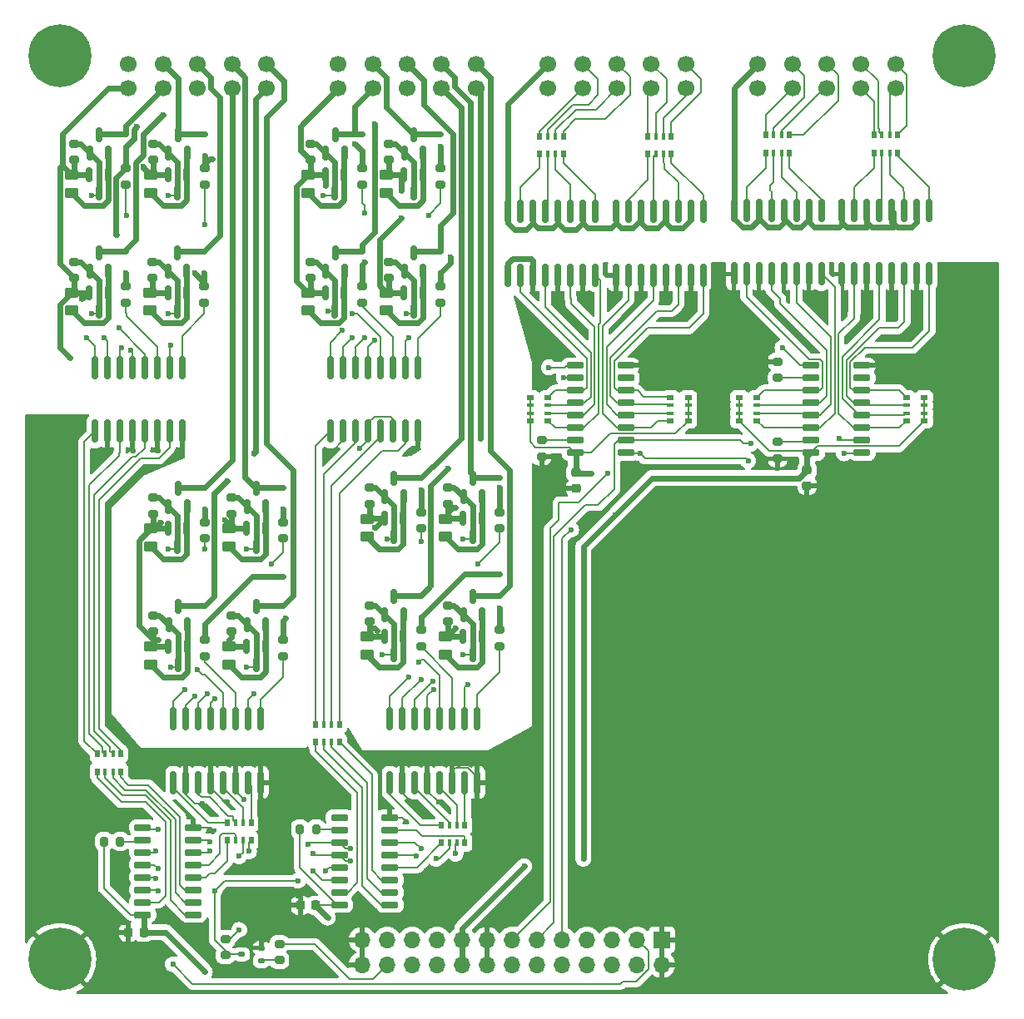
<source format=gtl>
G04 #@! TF.GenerationSoftware,KiCad,Pcbnew,8.0.5*
G04 #@! TF.CreationDate,2024-09-22T17:44:07+03:00*
G04 #@! TF.ProjectId,rioctrl-shiftio,72696f63-7472-46c2-9d73-68696674696f,rev?*
G04 #@! TF.SameCoordinates,Original*
G04 #@! TF.FileFunction,Copper,L1,Top*
G04 #@! TF.FilePolarity,Positive*
%FSLAX46Y46*%
G04 Gerber Fmt 4.6, Leading zero omitted, Abs format (unit mm)*
G04 Created by KiCad (PCBNEW 8.0.5) date 2024-09-22 17:44:07*
%MOMM*%
%LPD*%
G01*
G04 APERTURE LIST*
G04 Aperture macros list*
%AMRoundRect*
0 Rectangle with rounded corners*
0 $1 Rounding radius*
0 $2 $3 $4 $5 $6 $7 $8 $9 X,Y pos of 4 corners*
0 Add a 4 corners polygon primitive as box body*
4,1,4,$2,$3,$4,$5,$6,$7,$8,$9,$2,$3,0*
0 Add four circle primitives for the rounded corners*
1,1,$1+$1,$2,$3*
1,1,$1+$1,$4,$5*
1,1,$1+$1,$6,$7*
1,1,$1+$1,$8,$9*
0 Add four rect primitives between the rounded corners*
20,1,$1+$1,$2,$3,$4,$5,0*
20,1,$1+$1,$4,$5,$6,$7,0*
20,1,$1+$1,$6,$7,$8,$9,0*
20,1,$1+$1,$8,$9,$2,$3,0*%
G04 Aperture macros list end*
G04 #@! TA.AperFunction,SMDPad,CuDef*
%ADD10RoundRect,0.150000X0.150000X-0.587500X0.150000X0.587500X-0.150000X0.587500X-0.150000X-0.587500X0*%
G04 #@! TD*
G04 #@! TA.AperFunction,SMDPad,CuDef*
%ADD11RoundRect,0.200000X-0.275000X0.200000X-0.275000X-0.200000X0.275000X-0.200000X0.275000X0.200000X0*%
G04 #@! TD*
G04 #@! TA.AperFunction,SMDPad,CuDef*
%ADD12RoundRect,0.150000X-0.150000X0.587500X-0.150000X-0.587500X0.150000X-0.587500X0.150000X0.587500X0*%
G04 #@! TD*
G04 #@! TA.AperFunction,SMDPad,CuDef*
%ADD13RoundRect,0.125000X-0.125000X0.125000X-0.125000X-0.125000X0.125000X-0.125000X0.125000X0.125000X0*%
G04 #@! TD*
G04 #@! TA.AperFunction,SMDPad,CuDef*
%ADD14RoundRect,0.150000X0.725000X0.150000X-0.725000X0.150000X-0.725000X-0.150000X0.725000X-0.150000X0*%
G04 #@! TD*
G04 #@! TA.AperFunction,SMDPad,CuDef*
%ADD15RoundRect,0.200000X0.275000X-0.200000X0.275000X0.200000X-0.275000X0.200000X-0.275000X-0.200000X0*%
G04 #@! TD*
G04 #@! TA.AperFunction,SMDPad,CuDef*
%ADD16RoundRect,0.250000X-0.450000X0.262500X-0.450000X-0.262500X0.450000X-0.262500X0.450000X0.262500X0*%
G04 #@! TD*
G04 #@! TA.AperFunction,SMDPad,CuDef*
%ADD17R,0.800000X0.500000*%
G04 #@! TD*
G04 #@! TA.AperFunction,SMDPad,CuDef*
%ADD18R,0.800000X0.400000*%
G04 #@! TD*
G04 #@! TA.AperFunction,SMDPad,CuDef*
%ADD19RoundRect,0.150000X-0.150000X1.050000X-0.150000X-1.050000X0.150000X-1.050000X0.150000X1.050000X0*%
G04 #@! TD*
G04 #@! TA.AperFunction,SMDPad,CuDef*
%ADD20RoundRect,0.225000X-0.250000X0.225000X-0.250000X-0.225000X0.250000X-0.225000X0.250000X0.225000X0*%
G04 #@! TD*
G04 #@! TA.AperFunction,SMDPad,CuDef*
%ADD21RoundRect,0.225000X0.225000X0.250000X-0.225000X0.250000X-0.225000X-0.250000X0.225000X-0.250000X0*%
G04 #@! TD*
G04 #@! TA.AperFunction,SMDPad,CuDef*
%ADD22R,0.500000X0.800000*%
G04 #@! TD*
G04 #@! TA.AperFunction,SMDPad,CuDef*
%ADD23R,0.400000X0.800000*%
G04 #@! TD*
G04 #@! TA.AperFunction,SMDPad,CuDef*
%ADD24RoundRect,0.150000X0.150000X-1.050000X0.150000X1.050000X-0.150000X1.050000X-0.150000X-1.050000X0*%
G04 #@! TD*
G04 #@! TA.AperFunction,ComponentPad*
%ADD25R,1.700000X1.700000*%
G04 #@! TD*
G04 #@! TA.AperFunction,ComponentPad*
%ADD26O,1.700000X1.700000*%
G04 #@! TD*
G04 #@! TA.AperFunction,ComponentPad*
%ADD27C,1.700000*%
G04 #@! TD*
G04 #@! TA.AperFunction,ComponentPad*
%ADD28C,0.800000*%
G04 #@! TD*
G04 #@! TA.AperFunction,ComponentPad*
%ADD29C,6.400000*%
G04 #@! TD*
G04 #@! TA.AperFunction,SMDPad,CuDef*
%ADD30RoundRect,0.200000X-0.200000X-0.275000X0.200000X-0.275000X0.200000X0.275000X-0.200000X0.275000X0*%
G04 #@! TD*
G04 #@! TA.AperFunction,SMDPad,CuDef*
%ADD31RoundRect,0.112500X0.237500X-0.112500X0.237500X0.112500X-0.237500X0.112500X-0.237500X-0.112500X0*%
G04 #@! TD*
G04 #@! TA.AperFunction,ViaPad*
%ADD32C,0.600000*%
G04 #@! TD*
G04 #@! TA.AperFunction,Conductor*
%ADD33C,0.200000*%
G04 #@! TD*
G04 #@! TA.AperFunction,Conductor*
%ADD34C,0.600000*%
G04 #@! TD*
G04 APERTURE END LIST*
D10*
G04 #@! TO.P,Q25,1,G*
G04 #@! TO.N,/Output shiftreg/DOB1/Digital output/COLLECTOR*
X181050000Y-63937500D03*
G04 #@! TO.P,Q25,2,S*
G04 #@! TO.N,Net-(Q24-B)*
X182950000Y-63937500D03*
G04 #@! TO.P,Q25,3,D*
G04 #@! TO.N,/Output shiftreg/DO9*
X182000000Y-62062500D03*
G04 #@! TD*
D11*
G04 #@! TO.P,R54,1*
G04 #@! TO.N,Net-(U8-~{CE})*
X227000000Y-93350000D03*
G04 #@! TO.P,R54,2*
G04 #@! TO.N,GND*
X227000000Y-95000000D03*
G04 #@! TD*
D12*
G04 #@! TO.P,Q28,1,B*
G04 #@! TO.N,Net-(Q28-B)*
X196920000Y-113125000D03*
G04 #@! TO.P,Q28,2,E*
G04 #@! TO.N,/Output shiftreg/DOB_VIN*
X195020000Y-113125000D03*
G04 #@! TO.P,Q28,3,C*
G04 #@! TO.N,/Output shiftreg/DOB2/Digital output3/COLLECTOR*
X195970000Y-115000000D03*
G04 #@! TD*
D13*
G04 #@! TO.P,D6,1,K*
G04 #@! TO.N,/Output shiftreg/DO8*
X176720000Y-109962500D03*
G04 #@! TO.P,D6,2,A*
G04 #@! TO.N,/Output shiftreg/DOA_GND*
X176720000Y-112162500D03*
G04 #@! TD*
D14*
G04 #@! TO.P,U1,1,QB*
G04 #@! TO.N,/Output shiftreg/DOA1/IN1*
X167575000Y-141445000D03*
G04 #@! TO.P,U1,2,QC*
G04 #@! TO.N,/Output shiftreg/DOA1/IN2*
X167575000Y-140175000D03*
G04 #@! TO.P,U1,3,QD*
G04 #@! TO.N,/Output shiftreg/DOA1/IN3*
X167575000Y-138905000D03*
G04 #@! TO.P,U1,4,QE*
G04 #@! TO.N,/Output shiftreg/DOA2/IN0*
X167575000Y-137635000D03*
G04 #@! TO.P,U1,5,QF*
G04 #@! TO.N,/Output shiftreg/DOA2/IN1*
X167575000Y-136365000D03*
G04 #@! TO.P,U1,6,QG*
G04 #@! TO.N,/Output shiftreg/DOA2/IN2*
X167575000Y-135095000D03*
G04 #@! TO.P,U1,7,QH*
G04 #@! TO.N,/Output shiftreg/DOA2/IN3*
X167575000Y-133825000D03*
G04 #@! TO.P,U1,8,GND*
G04 #@! TO.N,GND*
X167575000Y-132555000D03*
G04 #@! TO.P,U1,9,QH'*
G04 #@! TO.N,Net-(U1-QH')*
X162425000Y-132555000D03*
G04 #@! TO.P,U1,10,~{SRCLR}*
G04 #@! TO.N,Net-(U1-~{SRCLR})*
X162425000Y-133825000D03*
G04 #@! TO.P,U1,11,SRCLK*
G04 #@! TO.N,/Output shiftreg/CLOCK*
X162425000Y-135095000D03*
G04 #@! TO.P,U1,12,RCLK*
G04 #@! TO.N,/Output shiftreg/LOAD*
X162425000Y-136365000D03*
G04 #@! TO.P,U1,13,~{OE}*
G04 #@! TO.N,/Output shiftreg/~{OE}*
X162425000Y-137635000D03*
G04 #@! TO.P,U1,14,SER*
G04 #@! TO.N,/Output shiftreg/DATA_IN*
X162425000Y-138905000D03*
G04 #@! TO.P,U1,15,QA*
G04 #@! TO.N,/Output shiftreg/DOA1/IN0*
X162425000Y-140175000D03*
G04 #@! TO.P,U1,16,VCC*
G04 #@! TO.N,+3V3*
X162425000Y-141445000D03*
G04 #@! TD*
D15*
G04 #@! TO.P,R11,1*
G04 #@! TO.N,/Output shiftreg/DOA_VIN*
X155470000Y-76637500D03*
G04 #@! TO.P,R11,2*
G04 #@! TO.N,/Output shiftreg/DOA1/Digital output2/COLLECTOR*
X155470000Y-74987500D03*
G04 #@! TD*
D11*
G04 #@! TO.P,R2,1*
G04 #@! TO.N,+3V3*
X170850000Y-143925000D03*
G04 #@! TO.P,R2,2*
G04 #@! TO.N,/Output shiftreg/~{OE}*
X170850000Y-145575000D03*
G04 #@! TD*
D15*
G04 #@! TO.P,R14,1*
G04 #@! TO.N,/Output shiftreg/DOA_VIN*
X163440000Y-76637500D03*
G04 #@! TO.P,R14,2*
G04 #@! TO.N,/Output shiftreg/DOA1/Digital output3/COLLECTOR*
X163440000Y-74987500D03*
G04 #@! TD*
D10*
G04 #@! TO.P,Q5,1,G*
G04 #@! TO.N,/Output shiftreg/DOA1/Digital output1/COLLECTOR*
X165050000Y-63937500D03*
G04 #@! TO.P,Q5,2,S*
G04 #@! TO.N,Net-(Q4-B)*
X166950000Y-63937500D03*
G04 #@! TO.P,Q5,3,D*
G04 #@! TO.N,/Output shiftreg/DO2*
X166000000Y-62062500D03*
G04 #@! TD*
D15*
G04 #@! TO.P,R35,1*
G04 #@! TO.N,/Output shiftreg/DOB_VIN*
X179470000Y-76637500D03*
G04 #@! TO.P,R35,2*
G04 #@! TO.N,/Output shiftreg/DOB1/Digital output2/COLLECTOR*
X179470000Y-74987500D03*
G04 #@! TD*
D10*
G04 #@! TO.P,Q31,1,G*
G04 #@! TO.N,/Output shiftreg/DOB2/Digital output2/COLLECTOR*
X187050000Y-110937500D03*
G04 #@! TO.P,Q31,2,S*
G04 #@! TO.N,Net-(Q30-B)*
X188950000Y-110937500D03*
G04 #@! TO.P,Q31,3,D*
G04 #@! TO.N,/Output shiftreg/DO15*
X188000000Y-109062500D03*
G04 #@! TD*
G04 #@! TO.P,Q23,1,G*
G04 #@! TO.N,/Output shiftreg/DOB1/Digital output2/COLLECTOR*
X181050000Y-75937500D03*
G04 #@! TO.P,Q23,2,S*
G04 #@! TO.N,Net-(Q22-B)*
X182950000Y-75937500D03*
G04 #@! TO.P,Q23,3,D*
G04 #@! TO.N,/Output shiftreg/DO11*
X182000000Y-74062500D03*
G04 #@! TD*
D16*
G04 #@! TO.P,R22,1*
G04 #@! TO.N,/Output shiftreg/DOA_VIN*
X171220000Y-114150000D03*
G04 #@! TO.P,R22,2*
G04 #@! TO.N,Net-(Q12-B)*
X171220000Y-115975000D03*
G04 #@! TD*
D12*
G04 #@! TO.P,Q4,1,B*
G04 #@! TO.N,Net-(Q4-B)*
X166920000Y-66125000D03*
G04 #@! TO.P,Q4,2,E*
G04 #@! TO.N,/Output shiftreg/DOA_VIN*
X165020000Y-66125000D03*
G04 #@! TO.P,Q4,3,C*
G04 #@! TO.N,/Output shiftreg/DOA1/Digital output1/COLLECTOR*
X165970000Y-68000000D03*
G04 #@! TD*
D13*
G04 #@! TO.P,D4,1,K*
G04 #@! TO.N,/Output shiftreg/DO4*
X168690000Y-73962500D03*
G04 #@! TO.P,D4,2,A*
G04 #@! TO.N,/Output shiftreg/DOA_GND*
X168690000Y-76162500D03*
G04 #@! TD*
D12*
G04 #@! TO.P,Q6,1,B*
G04 #@! TO.N,Net-(Q6-B)*
X158920000Y-78125000D03*
G04 #@! TO.P,Q6,2,E*
G04 #@! TO.N,/Output shiftreg/DOA_VIN*
X157020000Y-78125000D03*
G04 #@! TO.P,Q6,3,C*
G04 #@! TO.N,/Output shiftreg/DOA1/Digital output2/COLLECTOR*
X157970000Y-80000000D03*
G04 #@! TD*
D15*
G04 #@! TO.P,R41,1*
G04 #@! TO.N,/Output shiftreg/DOB_VIN*
X193470000Y-99637500D03*
G04 #@! TO.P,R41,2*
G04 #@! TO.N,/Output shiftreg/DOB2/Digital output1/COLLECTOR*
X193470000Y-97987500D03*
G04 #@! TD*
D17*
G04 #@! TO.P,RN7,1,R1.1*
G04 #@! TO.N,+3V3*
X217900000Y-91200000D03*
D18*
G04 #@! TO.P,RN7,2,R2.1*
X217900000Y-90400000D03*
G04 #@! TO.P,RN7,3,R3.1*
X217900000Y-89600000D03*
D17*
G04 #@! TO.P,RN7,4,R4.1*
X217900000Y-88800000D03*
G04 #@! TO.P,RN7,5,R4.2*
G04 #@! TO.N,/Input shiftreg/DI5/OUT4*
X216100000Y-88800000D03*
D18*
G04 #@! TO.P,RN7,6,R3.2*
G04 #@! TO.N,/Input shiftreg/DI5/OUT3*
X216100000Y-89600000D03*
G04 #@! TO.P,RN7,7,R2.2*
G04 #@! TO.N,/Input shiftreg/DI5/OUT2*
X216100000Y-90400000D03*
D17*
G04 #@! TO.P,RN7,8,R1.2*
G04 #@! TO.N,/Input shiftreg/DI5/OUT1*
X216100000Y-91200000D03*
G04 #@! TD*
D13*
G04 #@! TO.P,D15,1,K*
G04 #@! TO.N,/Output shiftreg/DO15*
X190720000Y-108962500D03*
G04 #@! TO.P,D15,2,A*
G04 #@! TO.N,/Output shiftreg/DOB_GND*
X190720000Y-111162500D03*
G04 #@! TD*
D14*
G04 #@! TO.P,U8,1,~{PL}*
G04 #@! TO.N,/Input shiftreg/LOAD*
X235575000Y-94445000D03*
G04 #@! TO.P,U8,2,CP*
G04 #@! TO.N,/Input shiftreg/CLK*
X235575000Y-93175000D03*
G04 #@! TO.P,U8,3,D4*
G04 #@! TO.N,/Input shiftreg/DI7/OUT1*
X235575000Y-91905000D03*
G04 #@! TO.P,U8,4,D5*
G04 #@! TO.N,/Input shiftreg/DI7/OUT2*
X235575000Y-90635000D03*
G04 #@! TO.P,U8,5,D6*
G04 #@! TO.N,/Input shiftreg/DI7/OUT3*
X235575000Y-89365000D03*
G04 #@! TO.P,U8,6,D7*
G04 #@! TO.N,/Input shiftreg/DI7/OUT4*
X235575000Y-88095000D03*
G04 #@! TO.P,U8,7,~{Q7}*
G04 #@! TO.N,unconnected-(U8-~{Q7}-Pad7)*
X235575000Y-86825000D03*
G04 #@! TO.P,U8,8,GND*
G04 #@! TO.N,GND*
X235575000Y-85555000D03*
G04 #@! TO.P,U8,9,Q7*
G04 #@! TO.N,Net-(U7-DS)*
X230425000Y-85555000D03*
G04 #@! TO.P,U8,10,DS*
G04 #@! TO.N,Net-(U8-DS)*
X230425000Y-86825000D03*
G04 #@! TO.P,U8,11,D0*
G04 #@! TO.N,/Input shiftreg/DI6/OUT1*
X230425000Y-88095000D03*
G04 #@! TO.P,U8,12,D1*
G04 #@! TO.N,/Input shiftreg/DI6/OUT2*
X230425000Y-89365000D03*
G04 #@! TO.P,U8,13,D2*
G04 #@! TO.N,/Input shiftreg/DI6/OUT3*
X230425000Y-90635000D03*
G04 #@! TO.P,U8,14,D3*
G04 #@! TO.N,/Input shiftreg/DI6/OUT4*
X230425000Y-91905000D03*
G04 #@! TO.P,U8,15,~{CE}*
G04 #@! TO.N,Net-(U8-~{CE})*
X230425000Y-93175000D03*
G04 #@! TO.P,U8,16,VCC*
G04 #@! TO.N,+3V3*
X230425000Y-94445000D03*
G04 #@! TD*
D10*
G04 #@! TO.P,Q9,1,G*
G04 #@! TO.N,/Output shiftreg/DOA1/Digital output3/COLLECTOR*
X165020000Y-75937500D03*
G04 #@! TO.P,Q9,2,S*
G04 #@! TO.N,Net-(Q8-B)*
X166920000Y-75937500D03*
G04 #@! TO.P,Q9,3,D*
G04 #@! TO.N,/Output shiftreg/DO4*
X165970000Y-74062500D03*
G04 #@! TD*
D13*
G04 #@! TO.P,D3,1,K*
G04 #@! TO.N,/Output shiftreg/DO3*
X160720000Y-73962500D03*
G04 #@! TO.P,D3,2,A*
G04 #@! TO.N,/Output shiftreg/DOA_GND*
X160720000Y-76162500D03*
G04 #@! TD*
D12*
G04 #@! TO.P,Q18,1,B*
G04 #@! TO.N,Net-(Q18-B)*
X190920000Y-66125000D03*
G04 #@! TO.P,Q18,2,E*
G04 #@! TO.N,/Output shiftreg/DOB_VIN*
X189020000Y-66125000D03*
G04 #@! TO.P,Q18,3,C*
G04 #@! TO.N,/Output shiftreg/DOB1/Digital output1/COLLECTOR*
X189970000Y-68000000D03*
G04 #@! TD*
D10*
G04 #@! TO.P,Q11,1,G*
G04 #@! TO.N,/Output shiftreg/DOA2/Digital output2/COLLECTOR*
X165080000Y-111937500D03*
G04 #@! TO.P,Q11,2,S*
G04 #@! TO.N,Net-(Q10-B)*
X166980000Y-111937500D03*
G04 #@! TO.P,Q11,3,D*
G04 #@! TO.N,/Output shiftreg/DO7*
X166030000Y-110062500D03*
G04 #@! TD*
D16*
G04 #@! TO.P,R7,1*
G04 #@! TO.N,/Output shiftreg/DOA_VIN*
X155220000Y-66150000D03*
G04 #@! TO.P,R7,2*
G04 #@! TO.N,Net-(Q2-B)*
X155220000Y-67975000D03*
G04 #@! TD*
D11*
G04 #@! TO.P,R53,1*
G04 #@! TO.N,Net-(U7-~{CE})*
X203000000Y-93175000D03*
G04 #@! TO.P,R53,2*
G04 #@! TO.N,GND*
X203000000Y-94825000D03*
G04 #@! TD*
D19*
G04 #@! TO.P,U11,1*
G04 #@! TO.N,Net-(RN10-R4.1)*
X231445000Y-69750000D03*
G04 #@! TO.P,U11,2*
G04 #@! TO.N,/Input shiftreg/IN_B_COMMON*
X230175000Y-69750000D03*
G04 #@! TO.P,U11,3*
G04 #@! TO.N,Net-(RN10-R3.1)*
X228905000Y-69750000D03*
G04 #@! TO.P,U11,4*
G04 #@! TO.N,/Input shiftreg/IN_B_COMMON*
X227635000Y-69750000D03*
G04 #@! TO.P,U11,5*
G04 #@! TO.N,Net-(RN10-R2.1)*
X226365000Y-69750000D03*
G04 #@! TO.P,U11,6*
G04 #@! TO.N,/Input shiftreg/IN_B_COMMON*
X225095000Y-69750000D03*
G04 #@! TO.P,U11,7*
G04 #@! TO.N,Net-(RN10-R1.1)*
X223825000Y-69750000D03*
G04 #@! TO.P,U11,8*
G04 #@! TO.N,/Input shiftreg/IN_B_COMMON*
X222555000Y-69750000D03*
G04 #@! TO.P,U11,9*
G04 #@! TO.N,GND*
X222555000Y-76250000D03*
G04 #@! TO.P,U11,10*
G04 #@! TO.N,/Input shiftreg/DI6/OUT1*
X223825000Y-76250000D03*
G04 #@! TO.P,U11,11*
G04 #@! TO.N,GND*
X225095000Y-76250000D03*
G04 #@! TO.P,U11,12*
G04 #@! TO.N,/Input shiftreg/DI6/OUT2*
X226365000Y-76250000D03*
G04 #@! TO.P,U11,13*
G04 #@! TO.N,GND*
X227635000Y-76250000D03*
G04 #@! TO.P,U11,14*
G04 #@! TO.N,/Input shiftreg/DI6/OUT3*
X228905000Y-76250000D03*
G04 #@! TO.P,U11,15*
G04 #@! TO.N,GND*
X230175000Y-76250000D03*
G04 #@! TO.P,U11,16*
G04 #@! TO.N,/Input shiftreg/DI6/OUT4*
X231445000Y-76250000D03*
G04 #@! TD*
D15*
G04 #@! TO.P,R24,1*
G04 #@! TO.N,/Output shiftreg/DOA2/Digital output/EMITTER*
X168720001Y-103137500D03*
G04 #@! TO.P,R24,2*
G04 #@! TO.N,/Output shiftreg/DOA_GND*
X168720001Y-101487500D03*
G04 #@! TD*
D19*
G04 #@! TO.P,U9,1*
G04 #@! TO.N,Net-(RN6-R4.1)*
X208445000Y-69850000D03*
G04 #@! TO.P,U9,2*
G04 #@! TO.N,/Input shiftreg/IN_A_COMMON*
X207175000Y-69850000D03*
G04 #@! TO.P,U9,3*
G04 #@! TO.N,Net-(RN6-R3.1)*
X205905000Y-69850000D03*
G04 #@! TO.P,U9,4*
G04 #@! TO.N,/Input shiftreg/IN_A_COMMON*
X204635000Y-69850000D03*
G04 #@! TO.P,U9,5*
G04 #@! TO.N,Net-(RN6-R2.1)*
X203365000Y-69850000D03*
G04 #@! TO.P,U9,6*
G04 #@! TO.N,/Input shiftreg/IN_A_COMMON*
X202095000Y-69850000D03*
G04 #@! TO.P,U9,7*
G04 #@! TO.N,Net-(RN6-R1.1)*
X200825000Y-69850000D03*
G04 #@! TO.P,U9,8*
G04 #@! TO.N,/Input shiftreg/IN_A_COMMON*
X199555000Y-69850000D03*
G04 #@! TO.P,U9,9*
G04 #@! TO.N,GND*
X199555000Y-76350000D03*
G04 #@! TO.P,U9,10*
G04 #@! TO.N,/Input shiftreg/DI4/OUT1*
X200825000Y-76350000D03*
G04 #@! TO.P,U9,11*
G04 #@! TO.N,GND*
X202095000Y-76350000D03*
G04 #@! TO.P,U9,12*
G04 #@! TO.N,/Input shiftreg/DI4/OUT2*
X203365000Y-76350000D03*
G04 #@! TO.P,U9,13*
G04 #@! TO.N,GND*
X204635000Y-76350000D03*
G04 #@! TO.P,U9,14*
G04 #@! TO.N,/Input shiftreg/DI4/OUT3*
X205905000Y-76350000D03*
G04 #@! TO.P,U9,15*
G04 #@! TO.N,GND*
X207175000Y-76350000D03*
G04 #@! TO.P,U9,16*
G04 #@! TO.N,/Input shiftreg/DI4/OUT4*
X208445000Y-76350000D03*
G04 #@! TD*
D20*
G04 #@! TO.P,C4,1*
G04 #@! TO.N,+3V3*
X206500000Y-96475000D03*
G04 #@! TO.P,C4,2*
G04 #@! TO.N,GND*
X206500000Y-98025000D03*
G04 #@! TD*
D21*
G04 #@! TO.P,C2,1*
G04 #@! TO.N,+3V3*
X162525000Y-143250000D03*
G04 #@! TO.P,C2,2*
G04 #@! TO.N,GND*
X160975000Y-143250000D03*
G04 #@! TD*
D15*
G04 #@! TO.P,R47,1*
G04 #@! TO.N,/Output shiftreg/DOB_VIN*
X185470000Y-111637500D03*
G04 #@! TO.P,R47,2*
G04 #@! TO.N,/Output shiftreg/DOB2/Digital output2/COLLECTOR*
X185470000Y-109987500D03*
G04 #@! TD*
D13*
G04 #@! TO.P,D1,1,K*
G04 #@! TO.N,/Output shiftreg/DO1*
X160720000Y-61962500D03*
G04 #@! TO.P,D1,2,A*
G04 #@! TO.N,/Output shiftreg/DOA_GND*
X160720000Y-64162500D03*
G04 #@! TD*
D22*
G04 #@! TO.P,RN6,1,R1.1*
G04 #@! TO.N,Net-(RN6-R1.1)*
X202800000Y-64000000D03*
D23*
G04 #@! TO.P,RN6,2,R2.1*
G04 #@! TO.N,Net-(RN6-R2.1)*
X203600000Y-64000000D03*
G04 #@! TO.P,RN6,3,R3.1*
G04 #@! TO.N,Net-(RN6-R3.1)*
X204400000Y-64000000D03*
D22*
G04 #@! TO.P,RN6,4,R4.1*
G04 #@! TO.N,Net-(RN6-R4.1)*
X205200000Y-64000000D03*
G04 #@! TO.P,RN6,5,R4.2*
G04 #@! TO.N,/Input shiftreg/INA4*
X205200000Y-62200000D03*
D23*
G04 #@! TO.P,RN6,6,R3.2*
G04 #@! TO.N,/Input shiftreg/INA3*
X204400000Y-62200000D03*
G04 #@! TO.P,RN6,7,R2.2*
G04 #@! TO.N,/Input shiftreg/INA2*
X203600000Y-62200000D03*
D22*
G04 #@! TO.P,RN6,8,R1.2*
G04 #@! TO.N,/Input shiftreg/INA1*
X202800000Y-62200000D03*
G04 #@! TD*
D24*
G04 #@! TO.P,U4,1*
G04 #@! TO.N,Net-(RN2-R1.2)*
X165555000Y-128000000D03*
G04 #@! TO.P,U4,2*
G04 #@! TO.N,GND*
X166825000Y-128000000D03*
G04 #@! TO.P,U4,3*
G04 #@! TO.N,Net-(RN2-R2.2)*
X168095000Y-128000000D03*
G04 #@! TO.P,U4,4*
G04 #@! TO.N,GND*
X169365000Y-128000000D03*
G04 #@! TO.P,U4,5*
G04 #@! TO.N,Net-(RN2-R3.2)*
X170635000Y-128000000D03*
G04 #@! TO.P,U4,6*
G04 #@! TO.N,GND*
X171905000Y-128000000D03*
G04 #@! TO.P,U4,7*
G04 #@! TO.N,Net-(RN2-R4.2)*
X173175000Y-128000000D03*
G04 #@! TO.P,U4,8*
G04 #@! TO.N,GND*
X174445000Y-128000000D03*
G04 #@! TO.P,U4,9*
G04 #@! TO.N,/Output shiftreg/DOA2/Digital output3/EMITTER*
X174445000Y-121500000D03*
G04 #@! TO.P,U4,10*
G04 #@! TO.N,/Output shiftreg/DOA2/Digital output3/COLLECTOR*
X173175000Y-121500000D03*
G04 #@! TO.P,U4,11*
G04 #@! TO.N,/Output shiftreg/DOA2/Digital output2/EMITTER*
X171905000Y-121500000D03*
G04 #@! TO.P,U4,12*
G04 #@! TO.N,/Output shiftreg/DOA2/Digital output2/COLLECTOR*
X170635000Y-121500000D03*
G04 #@! TO.P,U4,13*
G04 #@! TO.N,/Output shiftreg/DOA2/Digital output1/EMITTER*
X169365000Y-121500000D03*
G04 #@! TO.P,U4,14*
G04 #@! TO.N,/Output shiftreg/DOA2/Digital output1/COLLECTOR*
X168095000Y-121500000D03*
G04 #@! TO.P,U4,15*
G04 #@! TO.N,/Output shiftreg/DOA2/Digital output/EMITTER*
X166825000Y-121500000D03*
G04 #@! TO.P,U4,16*
G04 #@! TO.N,/Output shiftreg/DOA2/Digital output/COLLECTOR*
X165555000Y-121500000D03*
G04 #@! TD*
D22*
G04 #@! TO.P,RN8,1,R1.1*
G04 #@! TO.N,Net-(RN8-R1.1)*
X213800000Y-64000000D03*
D23*
G04 #@! TO.P,RN8,2,R2.1*
G04 #@! TO.N,Net-(RN8-R2.1)*
X214600000Y-64000000D03*
G04 #@! TO.P,RN8,3,R3.1*
G04 #@! TO.N,Net-(RN8-R3.1)*
X215400000Y-64000000D03*
D22*
G04 #@! TO.P,RN8,4,R4.1*
G04 #@! TO.N,Net-(RN8-R4.1)*
X216200000Y-64000000D03*
G04 #@! TO.P,RN8,5,R4.2*
G04 #@! TO.N,/Input shiftreg/INA8*
X216200000Y-62200000D03*
D23*
G04 #@! TO.P,RN8,6,R3.2*
G04 #@! TO.N,/Input shiftreg/INA7*
X215400000Y-62200000D03*
G04 #@! TO.P,RN8,7,R2.2*
G04 #@! TO.N,/Input shiftreg/INA6*
X214600000Y-62200000D03*
D22*
G04 #@! TO.P,RN8,8,R1.2*
G04 #@! TO.N,/Input shiftreg/INA5*
X213800000Y-62200000D03*
G04 #@! TD*
D15*
G04 #@! TO.P,R39,1*
G04 #@! TO.N,/Output shiftreg/DOB1/Digital output/EMITTER*
X184720000Y-67137500D03*
G04 #@! TO.P,R39,2*
G04 #@! TO.N,/Output shiftreg/DOB_GND*
X184720000Y-65487500D03*
G04 #@! TD*
D21*
G04 #@! TO.P,C1,1*
G04 #@! TO.N,+3V3*
X180025000Y-140500000D03*
G04 #@! TO.P,C1,2*
G04 #@! TO.N,GND*
X178475000Y-140500000D03*
G04 #@! TD*
D15*
G04 #@! TO.P,R17,1*
G04 #@! TO.N,/Output shiftreg/DOA_VIN*
X163500000Y-112637500D03*
G04 #@! TO.P,R17,2*
G04 #@! TO.N,/Output shiftreg/DOA2/Digital output2/COLLECTOR*
X163500000Y-110987500D03*
G04 #@! TD*
D12*
G04 #@! TO.P,Q22,1,B*
G04 #@! TO.N,Net-(Q22-B)*
X182920000Y-78125000D03*
G04 #@! TO.P,Q22,2,E*
G04 #@! TO.N,/Output shiftreg/DOB_VIN*
X181020000Y-78125000D03*
G04 #@! TO.P,Q22,3,C*
G04 #@! TO.N,/Output shiftreg/DOB1/Digital output2/COLLECTOR*
X181970000Y-80000000D03*
G04 #@! TD*
D15*
G04 #@! TO.P,R30,1*
G04 #@! TO.N,/Output shiftreg/DOB1/Digital output1/EMITTER*
X192720000Y-67137500D03*
G04 #@! TO.P,R30,2*
G04 #@! TO.N,/Output shiftreg/DOB_GND*
X192720000Y-65487500D03*
G04 #@! TD*
D12*
G04 #@! TO.P,Q12,1,B*
G04 #@! TO.N,Net-(Q12-B)*
X174920000Y-114125000D03*
G04 #@! TO.P,Q12,2,E*
G04 #@! TO.N,/Output shiftreg/DOA_VIN*
X173020000Y-114125000D03*
G04 #@! TO.P,Q12,3,C*
G04 #@! TO.N,/Output shiftreg/DOA2/Digital output3/COLLECTOR*
X173970000Y-116000000D03*
G04 #@! TD*
D15*
G04 #@! TO.P,R12,1*
G04 #@! TO.N,/Output shiftreg/DOA1/Digital output2/EMITTER*
X160720000Y-79137500D03*
G04 #@! TO.P,R12,2*
G04 #@! TO.N,/Output shiftreg/DOA_GND*
X160720000Y-77487500D03*
G04 #@! TD*
D12*
G04 #@! TO.P,Q10,1,B*
G04 #@! TO.N,Net-(Q10-B)*
X166950000Y-114125000D03*
G04 #@! TO.P,Q10,2,E*
G04 #@! TO.N,/Output shiftreg/DOA_VIN*
X165050000Y-114125000D03*
G04 #@! TO.P,Q10,3,C*
G04 #@! TO.N,/Output shiftreg/DOA2/Digital output2/COLLECTOR*
X166000000Y-116000000D03*
G04 #@! TD*
G04 #@! TO.P,Q30,1,B*
G04 #@! TO.N,Net-(Q30-B)*
X188920000Y-113125000D03*
G04 #@! TO.P,Q30,2,E*
G04 #@! TO.N,/Output shiftreg/DOB_VIN*
X187020000Y-113125000D03*
G04 #@! TO.P,Q30,3,C*
G04 #@! TO.N,/Output shiftreg/DOB2/Digital output2/COLLECTOR*
X187970000Y-115000000D03*
G04 #@! TD*
D16*
G04 #@! TO.P,R28,1*
G04 #@! TO.N,/Output shiftreg/DOA_VIN*
X171220000Y-102150000D03*
G04 #@! TO.P,R28,2*
G04 #@! TO.N,Net-(Q16-B)*
X171220000Y-103975000D03*
G04 #@! TD*
D12*
G04 #@! TO.P,Q24,1,B*
G04 #@! TO.N,Net-(Q24-B)*
X182920000Y-66125000D03*
G04 #@! TO.P,Q24,2,E*
G04 #@! TO.N,/Output shiftreg/DOB_VIN*
X181020000Y-66125000D03*
G04 #@! TO.P,Q24,3,C*
G04 #@! TO.N,/Output shiftreg/DOB1/Digital output/COLLECTOR*
X181970000Y-68000000D03*
G04 #@! TD*
D16*
G04 #@! TO.P,R34,1*
G04 #@! TO.N,/Output shiftreg/DOB_VIN*
X187220000Y-78150000D03*
G04 #@! TO.P,R34,2*
G04 #@! TO.N,Net-(Q20-B)*
X187220000Y-79975000D03*
G04 #@! TD*
D15*
G04 #@! TO.P,R45,1*
G04 #@! TO.N,/Output shiftreg/DOB2/Digital output3/EMITTER*
X198720000Y-114137500D03*
G04 #@! TO.P,R45,2*
G04 #@! TO.N,/Output shiftreg/DOB_GND*
X198720000Y-112487500D03*
G04 #@! TD*
D16*
G04 #@! TO.P,R37,1*
G04 #@! TO.N,/Output shiftreg/DOB_VIN*
X179220000Y-78150000D03*
G04 #@! TO.P,R37,2*
G04 #@! TO.N,Net-(Q22-B)*
X179220000Y-79975000D03*
G04 #@! TD*
D12*
G04 #@! TO.P,Q16,1,B*
G04 #@! TO.N,Net-(Q16-B)*
X174920000Y-102125000D03*
G04 #@! TO.P,Q16,2,E*
G04 #@! TO.N,/Output shiftreg/DOA_VIN*
X173020000Y-102125000D03*
G04 #@! TO.P,Q16,3,C*
G04 #@! TO.N,/Output shiftreg/DOA2/Digital output1/COLLECTOR*
X173970000Y-104000000D03*
G04 #@! TD*
D22*
G04 #@! TO.P,RN4,1,R1.1*
G04 #@! TO.N,/Output shiftreg/DOB2/IN0*
X192800000Y-134150000D03*
D23*
G04 #@! TO.P,RN4,2,R2.1*
G04 #@! TO.N,/Output shiftreg/DOB2/IN1*
X193600000Y-134150000D03*
G04 #@! TO.P,RN4,3,R3.1*
G04 #@! TO.N,/Output shiftreg/DOB2/IN2*
X194400000Y-134150000D03*
D22*
G04 #@! TO.P,RN4,4,R4.1*
G04 #@! TO.N,/Output shiftreg/DOB2/IN3*
X195200000Y-134150000D03*
G04 #@! TO.P,RN4,5,R4.2*
G04 #@! TO.N,Net-(RN4-R4.2)*
X195200000Y-132350000D03*
D23*
G04 #@! TO.P,RN4,6,R3.2*
G04 #@! TO.N,Net-(RN4-R3.2)*
X194400000Y-132350000D03*
G04 #@! TO.P,RN4,7,R2.2*
G04 #@! TO.N,Net-(RN4-R2.2)*
X193600000Y-132350000D03*
D22*
G04 #@! TO.P,RN4,8,R1.2*
G04 #@! TO.N,Net-(RN4-R1.2)*
X192800000Y-132350000D03*
G04 #@! TD*
D15*
G04 #@! TO.P,R33,1*
G04 #@! TO.N,/Output shiftreg/DOB1/Digital output3/EMITTER*
X192720000Y-79137500D03*
G04 #@! TO.P,R33,2*
G04 #@! TO.N,/Output shiftreg/DOB_GND*
X192720000Y-77487500D03*
G04 #@! TD*
D13*
G04 #@! TO.P,D9,1,K*
G04 #@! TO.N,/Output shiftreg/DO10*
X192720000Y-61962500D03*
G04 #@! TO.P,D9,2,A*
G04 #@! TO.N,/Output shiftreg/DOB_GND*
X192720000Y-64162500D03*
G04 #@! TD*
D14*
G04 #@! TO.P,U2,1,QB*
G04 #@! TO.N,/Output shiftreg/DOB1/IN1*
X187575000Y-140445000D03*
G04 #@! TO.P,U2,2,QC*
G04 #@! TO.N,/Output shiftreg/DOB1/IN2*
X187575000Y-139175000D03*
G04 #@! TO.P,U2,3,QD*
G04 #@! TO.N,/Output shiftreg/DOB1/IN3*
X187575000Y-137905000D03*
G04 #@! TO.P,U2,4,QE*
G04 #@! TO.N,/Output shiftreg/DOB2/IN0*
X187575000Y-136635000D03*
G04 #@! TO.P,U2,5,QF*
G04 #@! TO.N,/Output shiftreg/DOB2/IN1*
X187575000Y-135365000D03*
G04 #@! TO.P,U2,6,QG*
G04 #@! TO.N,/Output shiftreg/DOB2/IN2*
X187575000Y-134095000D03*
G04 #@! TO.P,U2,7,QH*
G04 #@! TO.N,/Output shiftreg/DOB2/IN3*
X187575000Y-132825000D03*
G04 #@! TO.P,U2,8,GND*
G04 #@! TO.N,GND*
X187575000Y-131555000D03*
G04 #@! TO.P,U2,9,QH'*
G04 #@! TO.N,unconnected-(U2-QH'-Pad9)*
X182425000Y-131555000D03*
G04 #@! TO.P,U2,10,~{SRCLR}*
G04 #@! TO.N,Net-(U2-~{SRCLR})*
X182425000Y-132825000D03*
G04 #@! TO.P,U2,11,SRCLK*
G04 #@! TO.N,/Output shiftreg/CLOCK*
X182425000Y-134095000D03*
G04 #@! TO.P,U2,12,RCLK*
G04 #@! TO.N,/Output shiftreg/LOAD*
X182425000Y-135365000D03*
G04 #@! TO.P,U2,13,~{OE}*
G04 #@! TO.N,/Output shiftreg/~{OE}*
X182425000Y-136635000D03*
G04 #@! TO.P,U2,14,SER*
G04 #@! TO.N,Net-(U1-QH')*
X182425000Y-137905000D03*
G04 #@! TO.P,U2,15,QA*
G04 #@! TO.N,/Output shiftreg/DOB1/IN0*
X182425000Y-139175000D03*
G04 #@! TO.P,U2,16,VCC*
G04 #@! TO.N,+3V3*
X182425000Y-140445000D03*
G04 #@! TD*
D15*
G04 #@! TO.P,R38,1*
G04 #@! TO.N,/Output shiftreg/DOB_VIN*
X179470000Y-64637500D03*
G04 #@! TO.P,R38,2*
G04 #@! TO.N,/Output shiftreg/DOB1/Digital output/COLLECTOR*
X179470000Y-62987500D03*
G04 #@! TD*
D24*
G04 #@! TO.P,U6,1*
G04 #@! TO.N,Net-(RN4-R1.2)*
X187555000Y-128000000D03*
G04 #@! TO.P,U6,2*
G04 #@! TO.N,GND*
X188825000Y-128000000D03*
G04 #@! TO.P,U6,3*
G04 #@! TO.N,Net-(RN4-R2.2)*
X190095000Y-128000000D03*
G04 #@! TO.P,U6,4*
G04 #@! TO.N,GND*
X191365000Y-128000000D03*
G04 #@! TO.P,U6,5*
G04 #@! TO.N,Net-(RN4-R3.2)*
X192635000Y-128000000D03*
G04 #@! TO.P,U6,6*
G04 #@! TO.N,GND*
X193905000Y-128000000D03*
G04 #@! TO.P,U6,7*
G04 #@! TO.N,Net-(RN4-R4.2)*
X195175000Y-128000000D03*
G04 #@! TO.P,U6,8*
G04 #@! TO.N,GND*
X196445000Y-128000000D03*
G04 #@! TO.P,U6,9*
G04 #@! TO.N,/Output shiftreg/DOB2/Digital output3/EMITTER*
X196445000Y-121500000D03*
G04 #@! TO.P,U6,10*
G04 #@! TO.N,/Output shiftreg/DOB2/Digital output3/COLLECTOR*
X195175000Y-121500000D03*
G04 #@! TO.P,U6,11*
G04 #@! TO.N,/Output shiftreg/DOB2/Digital output2/EMITTER*
X193905000Y-121500000D03*
G04 #@! TO.P,U6,12*
G04 #@! TO.N,/Output shiftreg/DOB2/Digital output2/COLLECTOR*
X192635000Y-121500000D03*
G04 #@! TO.P,U6,13*
G04 #@! TO.N,/Output shiftreg/DOB2/Digital output1/EMITTER*
X191365000Y-121500000D03*
G04 #@! TO.P,U6,14*
G04 #@! TO.N,/Output shiftreg/DOB2/Digital output1/COLLECTOR*
X190095000Y-121500000D03*
G04 #@! TO.P,U6,15*
G04 #@! TO.N,/Output shiftreg/DOB2/Digital output/EMITTER*
X188825000Y-121500000D03*
G04 #@! TO.P,U6,16*
G04 #@! TO.N,/Output shiftreg/DOB2/Digital output/COLLECTOR*
X187555000Y-121500000D03*
G04 #@! TD*
D16*
G04 #@! TO.P,R52,1*
G04 #@! TO.N,/Output shiftreg/DOB_VIN*
X185220000Y-101150000D03*
G04 #@! TO.P,R52,2*
G04 #@! TO.N,Net-(Q32-B)*
X185220000Y-102975000D03*
G04 #@! TD*
D15*
G04 #@! TO.P,R18,1*
G04 #@! TO.N,/Output shiftreg/DOA2/Digital output2/EMITTER*
X168750000Y-115137500D03*
G04 #@! TO.P,R18,2*
G04 #@! TO.N,/Output shiftreg/DOA_GND*
X168750000Y-113487500D03*
G04 #@! TD*
D17*
G04 #@! TO.P,RN9,1,R1.1*
G04 #@! TO.N,+3V3*
X223100000Y-88800000D03*
D18*
G04 #@! TO.P,RN9,2,R2.1*
X223100000Y-89600000D03*
G04 #@! TO.P,RN9,3,R3.1*
X223100000Y-90400000D03*
D17*
G04 #@! TO.P,RN9,4,R4.1*
X223100000Y-91200000D03*
G04 #@! TO.P,RN9,5,R4.2*
G04 #@! TO.N,/Input shiftreg/DI6/OUT4*
X224900000Y-91200000D03*
D18*
G04 #@! TO.P,RN9,6,R3.2*
G04 #@! TO.N,/Input shiftreg/DI6/OUT3*
X224900000Y-90400000D03*
G04 #@! TO.P,RN9,7,R2.2*
G04 #@! TO.N,/Input shiftreg/DI6/OUT2*
X224900000Y-89600000D03*
D17*
G04 #@! TO.P,RN9,8,R1.2*
G04 #@! TO.N,/Input shiftreg/DI6/OUT1*
X224900000Y-88800000D03*
G04 #@! TD*
D15*
G04 #@! TO.P,R9,1*
G04 #@! TO.N,/Output shiftreg/DOA1/Digital output1/EMITTER*
X168720000Y-67137500D03*
G04 #@! TO.P,R9,2*
G04 #@! TO.N,/Output shiftreg/DOA_GND*
X168720000Y-65487500D03*
G04 #@! TD*
D16*
G04 #@! TO.P,R40,1*
G04 #@! TO.N,/Output shiftreg/DOB_VIN*
X179220000Y-66150000D03*
G04 #@! TO.P,R40,2*
G04 #@! TO.N,Net-(Q24-B)*
X179220000Y-67975000D03*
G04 #@! TD*
D10*
G04 #@! TO.P,Q33,1,G*
G04 #@! TO.N,/Output shiftreg/DOB2/Digital output/COLLECTOR*
X187050000Y-98937500D03*
G04 #@! TO.P,Q33,2,S*
G04 #@! TO.N,Net-(Q32-B)*
X188950000Y-98937500D03*
G04 #@! TO.P,Q33,3,D*
G04 #@! TO.N,/Output shiftreg/DO13*
X188000000Y-97062500D03*
G04 #@! TD*
D15*
G04 #@! TO.P,R29,1*
G04 #@! TO.N,/Output shiftreg/DOB_VIN*
X187470000Y-64637500D03*
G04 #@! TO.P,R29,2*
G04 #@! TO.N,/Output shiftreg/DOB1/Digital output1/COLLECTOR*
X187470000Y-62987500D03*
G04 #@! TD*
D22*
G04 #@! TO.P,RN3,1,R1.1*
G04 #@! TO.N,/Output shiftreg/DOB1/IN0*
X180050000Y-123900000D03*
D23*
G04 #@! TO.P,RN3,2,R2.1*
G04 #@! TO.N,/Output shiftreg/DOB1/IN1*
X180850000Y-123900000D03*
G04 #@! TO.P,RN3,3,R3.1*
G04 #@! TO.N,/Output shiftreg/DOB1/IN2*
X181650000Y-123900000D03*
D22*
G04 #@! TO.P,RN3,4,R4.1*
G04 #@! TO.N,/Output shiftreg/DOB1/IN3*
X182450000Y-123900000D03*
G04 #@! TO.P,RN3,5,R4.2*
G04 #@! TO.N,Net-(RN3-R4.2)*
X182450000Y-122100000D03*
D23*
G04 #@! TO.P,RN3,6,R3.2*
G04 #@! TO.N,Net-(RN3-R3.2)*
X181650000Y-122100000D03*
G04 #@! TO.P,RN3,7,R2.2*
G04 #@! TO.N,Net-(RN3-R2.2)*
X180850000Y-122100000D03*
D22*
G04 #@! TO.P,RN3,8,R1.2*
G04 #@! TO.N,Net-(RN3-R1.2)*
X180050000Y-122100000D03*
G04 #@! TD*
D10*
G04 #@! TO.P,Q27,1,G*
G04 #@! TO.N,/Output shiftreg/DOB2/Digital output1/COLLECTOR*
X195050000Y-98937500D03*
G04 #@! TO.P,Q27,2,S*
G04 #@! TO.N,Net-(Q26-B)*
X196950000Y-98937500D03*
G04 #@! TO.P,Q27,3,D*
G04 #@! TO.N,/Output shiftreg/DO14*
X196000000Y-97062500D03*
G04 #@! TD*
D25*
G04 #@! TO.P,J1,1,Pin_1*
G04 #@! TO.N,GND*
X215240000Y-144000000D03*
D26*
G04 #@! TO.P,J1,2,Pin_2*
X215240000Y-146540000D03*
G04 #@! TO.P,J1,3,Pin_3*
G04 #@! TO.N,/Output shiftreg/DATA_IN*
X212700000Y-144000000D03*
G04 #@! TO.P,J1,4,Pin_4*
G04 #@! TO.N,/Slot/S6*
X212700000Y-146540000D03*
G04 #@! TO.P,J1,5,Pin_5*
G04 #@! TO.N,/Output shiftreg/CLOCK*
X210160000Y-144000000D03*
G04 #@! TO.P,J1,6,Pin_6*
G04 #@! TO.N,/Slot/S7*
X210160000Y-146540000D03*
G04 #@! TO.P,J1,7,Pin_7*
G04 #@! TO.N,/Output shiftreg/LOAD*
X207620000Y-144000000D03*
G04 #@! TO.P,J1,8,Pin_8*
G04 #@! TO.N,/Slot/S8*
X207620000Y-146540000D03*
G04 #@! TO.P,J1,9,Pin_9*
G04 #@! TO.N,/Input shiftreg/DATA_OUT*
X205080000Y-144000000D03*
G04 #@! TO.P,J1,10,Pin_10*
G04 #@! TO.N,/Slot/S9*
X205080000Y-146540000D03*
G04 #@! TO.P,J1,11,Pin_11*
G04 #@! TO.N,/Input shiftreg/CLK*
X202540000Y-144000000D03*
G04 #@! TO.P,J1,12,Pin_12*
G04 #@! TO.N,/Slot/S10*
X202540000Y-146540000D03*
G04 #@! TO.P,J1,13,Pin_13*
G04 #@! TO.N,/Input shiftreg/LOAD*
X200000000Y-144000000D03*
G04 #@! TO.P,J1,14,Pin_14*
G04 #@! TO.N,/Slot/S11*
X200000000Y-146540000D03*
G04 #@! TO.P,J1,15,Pin_15*
G04 #@! TO.N,GND*
X197460000Y-144000000D03*
G04 #@! TO.P,J1,16,Pin_16*
X197460000Y-146540000D03*
G04 #@! TO.P,J1,17,Pin_17*
G04 #@! TO.N,+3V3*
X194920000Y-144000000D03*
G04 #@! TO.P,J1,18,Pin_18*
X194920000Y-146540000D03*
G04 #@! TO.P,J1,19,Pin_19*
G04 #@! TO.N,+5V*
X192380000Y-144000000D03*
G04 #@! TO.P,J1,20,Pin_20*
X192380000Y-146540000D03*
G04 #@! TO.P,J1,21,Pin_21*
G04 #@! TO.N,+24V*
X189840000Y-144000000D03*
G04 #@! TO.P,J1,22,Pin_22*
X189840000Y-146540000D03*
G04 #@! TO.P,J1,23,Pin_23*
G04 #@! TO.N,/Slot/SlotEN*
X187300000Y-144000000D03*
G04 #@! TO.P,J1,24,Pin_24*
X187300000Y-146540000D03*
G04 #@! TO.P,J1,25,Pin_25*
G04 #@! TO.N,GND*
X184760000Y-144000000D03*
G04 #@! TO.P,J1,26,Pin_26*
X184760000Y-146540000D03*
G04 #@! TD*
D16*
G04 #@! TO.P,R49,1*
G04 #@! TO.N,/Output shiftreg/DOB_VIN*
X185220000Y-113150000D03*
G04 #@! TO.P,R49,2*
G04 #@! TO.N,Net-(Q30-B)*
X185220000Y-114975000D03*
G04 #@! TD*
G04 #@! TO.P,R19,1*
G04 #@! TO.N,/Output shiftreg/DOA_VIN*
X163250000Y-114150000D03*
G04 #@! TO.P,R19,2*
G04 #@! TO.N,Net-(Q10-B)*
X163250000Y-115975000D03*
G04 #@! TD*
D10*
G04 #@! TO.P,Q13,1,G*
G04 #@! TO.N,/Output shiftreg/DOA2/Digital output3/COLLECTOR*
X173050000Y-111937500D03*
G04 #@! TO.P,Q13,2,S*
G04 #@! TO.N,Net-(Q12-B)*
X174950000Y-111937500D03*
G04 #@! TO.P,Q13,3,D*
G04 #@! TO.N,/Output shiftreg/DO8*
X174000000Y-110062500D03*
G04 #@! TD*
D15*
G04 #@! TO.P,R15,1*
G04 #@! TO.N,/Output shiftreg/DOA1/Digital output3/EMITTER*
X168690000Y-79137500D03*
G04 #@! TO.P,R15,2*
G04 #@! TO.N,/Output shiftreg/DOA_GND*
X168690000Y-77487500D03*
G04 #@! TD*
G04 #@! TO.P,R27,1*
G04 #@! TO.N,/Output shiftreg/DOA2/Digital output1/EMITTER*
X176720000Y-103137500D03*
G04 #@! TO.P,R27,2*
G04 #@! TO.N,/Output shiftreg/DOA_GND*
X176720000Y-101487500D03*
G04 #@! TD*
D17*
G04 #@! TO.P,RN11,1,R1.1*
G04 #@! TO.N,+3V3*
X241900000Y-91200000D03*
D18*
G04 #@! TO.P,RN11,2,R2.1*
X241900000Y-90400000D03*
G04 #@! TO.P,RN11,3,R3.1*
X241900000Y-89600000D03*
D17*
G04 #@! TO.P,RN11,4,R4.1*
X241900000Y-88800000D03*
G04 #@! TO.P,RN11,5,R4.2*
G04 #@! TO.N,/Input shiftreg/DI7/OUT4*
X240100000Y-88800000D03*
D18*
G04 #@! TO.P,RN11,6,R3.2*
G04 #@! TO.N,/Input shiftreg/DI7/OUT3*
X240100000Y-89600000D03*
G04 #@! TO.P,RN11,7,R2.2*
G04 #@! TO.N,/Input shiftreg/DI7/OUT2*
X240100000Y-90400000D03*
D17*
G04 #@! TO.P,RN11,8,R1.2*
G04 #@! TO.N,/Input shiftreg/DI7/OUT1*
X240100000Y-91200000D03*
G04 #@! TD*
D15*
G04 #@! TO.P,R36,1*
G04 #@! TO.N,/Output shiftreg/DOB1/Digital output2/EMITTER*
X184720000Y-79137500D03*
G04 #@! TO.P,R36,2*
G04 #@! TO.N,/Output shiftreg/DOB_GND*
X184720000Y-77487500D03*
G04 #@! TD*
D13*
G04 #@! TO.P,D11,1,K*
G04 #@! TO.N,/Output shiftreg/DO11*
X184720000Y-73962500D03*
G04 #@! TO.P,D11,2,A*
G04 #@! TO.N,/Output shiftreg/DOB_GND*
X184720000Y-76162500D03*
G04 #@! TD*
D15*
G04 #@! TO.P,R50,1*
G04 #@! TO.N,/Output shiftreg/DOB_VIN*
X185470000Y-99637500D03*
G04 #@! TO.P,R50,2*
G04 #@! TO.N,/Output shiftreg/DOB2/Digital output/COLLECTOR*
X185470000Y-97987500D03*
G04 #@! TD*
D27*
G04 #@! TO.P,J3,1,Pin_1*
G04 #@! TO.N,/Output shiftreg/DO15*
X196333333Y-57350000D03*
G04 #@! TO.P,J3,2,Pin_2*
G04 #@! TO.N,/Output shiftreg/DO16*
X196333333Y-54850000D03*
G04 #@! TO.P,J3,3,Pin_3*
G04 #@! TO.N,/Output shiftreg/DO13*
X192833333Y-57350000D03*
G04 #@! TO.P,J3,4,Pin_4*
G04 #@! TO.N,/Output shiftreg/DO14*
X192833333Y-54850000D03*
G04 #@! TO.P,J3,5,Pin_5*
G04 #@! TO.N,/Output shiftreg/DO11*
X189333333Y-57350000D03*
G04 #@! TO.P,J3,6,Pin_6*
G04 #@! TO.N,/Output shiftreg/DO12*
X189333333Y-54850000D03*
G04 #@! TO.P,J3,7,Pin_7*
G04 #@! TO.N,/Output shiftreg/DO9*
X185833333Y-57350000D03*
G04 #@! TO.P,J3,8,Pin_8*
G04 #@! TO.N,/Output shiftreg/DO10*
X185833333Y-54850000D03*
G04 #@! TO.P,J3,9,Pin_9*
G04 #@! TO.N,/Output shiftreg/DOB_VIN*
X182333333Y-57350000D03*
G04 #@! TO.P,J3,10,Pin_10*
G04 #@! TO.N,/Output shiftreg/DOB_GND*
X182333333Y-54850000D03*
G04 #@! TD*
D22*
G04 #@! TO.P,RN2,1,R1.1*
G04 #@! TO.N,/Output shiftreg/DOA2/IN0*
X171050000Y-133900000D03*
D23*
G04 #@! TO.P,RN2,2,R2.1*
G04 #@! TO.N,/Output shiftreg/DOA2/IN1*
X171850000Y-133900000D03*
G04 #@! TO.P,RN2,3,R3.1*
G04 #@! TO.N,/Output shiftreg/DOA2/IN2*
X172650000Y-133900000D03*
D22*
G04 #@! TO.P,RN2,4,R4.1*
G04 #@! TO.N,/Output shiftreg/DOA2/IN3*
X173450000Y-133900000D03*
G04 #@! TO.P,RN2,5,R4.2*
G04 #@! TO.N,Net-(RN2-R4.2)*
X173450000Y-132100000D03*
D23*
G04 #@! TO.P,RN2,6,R3.2*
G04 #@! TO.N,Net-(RN2-R3.2)*
X172650000Y-132100000D03*
G04 #@! TO.P,RN2,7,R2.2*
G04 #@! TO.N,Net-(RN2-R2.2)*
X171850000Y-132100000D03*
D22*
G04 #@! TO.P,RN2,8,R1.2*
G04 #@! TO.N,Net-(RN2-R1.2)*
X171050000Y-132100000D03*
G04 #@! TD*
D24*
G04 #@! TO.P,U3,1*
G04 #@! TO.N,Net-(RN1-R1.2)*
X157555000Y-92250000D03*
G04 #@! TO.P,U3,2*
G04 #@! TO.N,GND*
X158825000Y-92250000D03*
G04 #@! TO.P,U3,3*
G04 #@! TO.N,Net-(RN1-R2.2)*
X160095000Y-92250000D03*
G04 #@! TO.P,U3,4*
G04 #@! TO.N,GND*
X161365000Y-92250000D03*
G04 #@! TO.P,U3,5*
G04 #@! TO.N,Net-(RN1-R3.2)*
X162635000Y-92250000D03*
G04 #@! TO.P,U3,6*
G04 #@! TO.N,GND*
X163905000Y-92250000D03*
G04 #@! TO.P,U3,7*
G04 #@! TO.N,Net-(RN1-R4.2)*
X165175000Y-92250000D03*
G04 #@! TO.P,U3,8*
G04 #@! TO.N,GND*
X166445000Y-92250000D03*
G04 #@! TO.P,U3,9*
G04 #@! TO.N,/Output shiftreg/DOA1/Digital output3/EMITTER*
X166445000Y-85750000D03*
G04 #@! TO.P,U3,10*
G04 #@! TO.N,/Output shiftreg/DOA1/Digital output3/COLLECTOR*
X165175000Y-85750000D03*
G04 #@! TO.P,U3,11*
G04 #@! TO.N,/Output shiftreg/DOA1/Digital output2/EMITTER*
X163905000Y-85750000D03*
G04 #@! TO.P,U3,12*
G04 #@! TO.N,/Output shiftreg/DOA1/Digital output2/COLLECTOR*
X162635000Y-85750000D03*
G04 #@! TO.P,U3,13*
G04 #@! TO.N,/Output shiftreg/DOA1/Digital output1/EMITTER*
X161365000Y-85750000D03*
G04 #@! TO.P,U3,14*
G04 #@! TO.N,/Output shiftreg/DOA1/Digital output1/COLLECTOR*
X160095000Y-85750000D03*
G04 #@! TO.P,U3,15*
G04 #@! TO.N,/Output shiftreg/DOA1/Digital output/EMITTER*
X158825000Y-85750000D03*
G04 #@! TO.P,U3,16*
G04 #@! TO.N,/Output shiftreg/DOA1/Digital output/COLLECTOR*
X157555000Y-85750000D03*
G04 #@! TD*
D10*
G04 #@! TO.P,Q17,1,G*
G04 #@! TO.N,/Output shiftreg/DOA2/Digital output1/COLLECTOR*
X173050000Y-99937500D03*
G04 #@! TO.P,Q17,2,S*
G04 #@! TO.N,Net-(Q16-B)*
X174950000Y-99937500D03*
G04 #@! TO.P,Q17,3,D*
G04 #@! TO.N,/Output shiftreg/DO6*
X174000000Y-98062500D03*
G04 #@! TD*
D16*
G04 #@! TO.P,R31,1*
G04 #@! TO.N,/Output shiftreg/DOB_VIN*
X187220000Y-66150000D03*
G04 #@! TO.P,R31,2*
G04 #@! TO.N,Net-(Q18-B)*
X187220000Y-67975000D03*
G04 #@! TD*
G04 #@! TO.P,R10,1*
G04 #@! TO.N,/Output shiftreg/DOA_VIN*
X163220000Y-66150000D03*
G04 #@! TO.P,R10,2*
G04 #@! TO.N,Net-(Q4-B)*
X163220000Y-67975000D03*
G04 #@! TD*
D15*
G04 #@! TO.P,R26,1*
G04 #@! TO.N,/Output shiftreg/DOA_VIN*
X171470000Y-100637500D03*
G04 #@! TO.P,R26,2*
G04 #@! TO.N,/Output shiftreg/DOA2/Digital output1/COLLECTOR*
X171470000Y-98987500D03*
G04 #@! TD*
D19*
G04 #@! TO.P,U10,1*
G04 #@! TO.N,Net-(RN8-R4.1)*
X219445000Y-69850000D03*
G04 #@! TO.P,U10,2*
G04 #@! TO.N,/Input shiftreg/IN_A_COMMON*
X218175000Y-69850000D03*
G04 #@! TO.P,U10,3*
G04 #@! TO.N,Net-(RN8-R3.1)*
X216905000Y-69850000D03*
G04 #@! TO.P,U10,4*
G04 #@! TO.N,/Input shiftreg/IN_A_COMMON*
X215635000Y-69850000D03*
G04 #@! TO.P,U10,5*
G04 #@! TO.N,Net-(RN8-R2.1)*
X214365000Y-69850000D03*
G04 #@! TO.P,U10,6*
G04 #@! TO.N,/Input shiftreg/IN_A_COMMON*
X213095000Y-69850000D03*
G04 #@! TO.P,U10,7*
G04 #@! TO.N,Net-(RN8-R1.1)*
X211825000Y-69850000D03*
G04 #@! TO.P,U10,8*
G04 #@! TO.N,/Input shiftreg/IN_A_COMMON*
X210555000Y-69850000D03*
G04 #@! TO.P,U10,9*
G04 #@! TO.N,GND*
X210555000Y-76350000D03*
G04 #@! TO.P,U10,10*
G04 #@! TO.N,/Input shiftreg/DI5/OUT1*
X211825000Y-76350000D03*
G04 #@! TO.P,U10,11*
G04 #@! TO.N,GND*
X213095000Y-76350000D03*
G04 #@! TO.P,U10,12*
G04 #@! TO.N,/Input shiftreg/DI5/OUT2*
X214365000Y-76350000D03*
G04 #@! TO.P,U10,13*
G04 #@! TO.N,GND*
X215635000Y-76350000D03*
G04 #@! TO.P,U10,14*
G04 #@! TO.N,/Input shiftreg/DI5/OUT3*
X216905000Y-76350000D03*
G04 #@! TO.P,U10,15*
G04 #@! TO.N,GND*
X218175000Y-76350000D03*
G04 #@! TO.P,U10,16*
G04 #@! TO.N,/Input shiftreg/DI5/OUT4*
X219445000Y-76350000D03*
G04 #@! TD*
D27*
G04 #@! TO.P,J2,1,Pin_1*
G04 #@! TO.N,/Output shiftreg/DO7*
X175000000Y-57350000D03*
G04 #@! TO.P,J2,2,Pin_2*
G04 #@! TO.N,/Output shiftreg/DO8*
X175000000Y-54850000D03*
G04 #@! TO.P,J2,3,Pin_3*
G04 #@! TO.N,/Output shiftreg/DO5*
X171500000Y-57350000D03*
G04 #@! TO.P,J2,4,Pin_4*
G04 #@! TO.N,/Output shiftreg/DO6*
X171500000Y-54850000D03*
G04 #@! TO.P,J2,5,Pin_5*
G04 #@! TO.N,/Output shiftreg/DO3*
X168000000Y-57350000D03*
G04 #@! TO.P,J2,6,Pin_6*
G04 #@! TO.N,/Output shiftreg/DO4*
X168000000Y-54850000D03*
G04 #@! TO.P,J2,7,Pin_7*
G04 #@! TO.N,/Output shiftreg/DO1*
X164500000Y-57350000D03*
G04 #@! TO.P,J2,8,Pin_8*
G04 #@! TO.N,/Output shiftreg/DO2*
X164500000Y-54850000D03*
G04 #@! TO.P,J2,9,Pin_9*
G04 #@! TO.N,/Output shiftreg/DOA_VIN*
X161000000Y-57350000D03*
G04 #@! TO.P,J2,10,Pin_10*
G04 #@! TO.N,/Output shiftreg/DOA_GND*
X161000000Y-54850000D03*
G04 #@! TD*
D15*
G04 #@! TO.P,R32,1*
G04 #@! TO.N,/Output shiftreg/DOB_VIN*
X187470000Y-76637500D03*
G04 #@! TO.P,R32,2*
G04 #@! TO.N,/Output shiftreg/DOB1/Digital output3/COLLECTOR*
X187470000Y-74987500D03*
G04 #@! TD*
D10*
G04 #@! TO.P,Q7,1,G*
G04 #@! TO.N,/Output shiftreg/DOA1/Digital output2/COLLECTOR*
X157050000Y-75937500D03*
G04 #@! TO.P,Q7,2,S*
G04 #@! TO.N,Net-(Q6-B)*
X158950000Y-75937500D03*
G04 #@! TO.P,Q7,3,D*
G04 #@! TO.N,/Output shiftreg/DO3*
X158000000Y-74062500D03*
G04 #@! TD*
D13*
G04 #@! TO.P,D8,1,K*
G04 #@! TO.N,/Output shiftreg/DO6*
X176720000Y-97962500D03*
G04 #@! TO.P,D8,2,A*
G04 #@! TO.N,/Output shiftreg/DOA_GND*
X176720000Y-100162500D03*
G04 #@! TD*
D28*
G04 #@! TO.P,H1,1,1*
G04 #@! TO.N,unconnected-(H1-Pad1)_1*
X151600000Y-54000000D03*
G04 #@! TO.N,unconnected-(H1-Pad1)_5*
X152302944Y-52302944D03*
G04 #@! TO.N,unconnected-(H1-Pad1)*
X152302944Y-55697056D03*
G04 #@! TO.N,unconnected-(H1-Pad1)_7*
X154000000Y-51600000D03*
D29*
G04 #@! TO.N,unconnected-(H1-Pad1)_6*
X154000000Y-54000000D03*
D28*
G04 #@! TO.N,unconnected-(H1-Pad1)_8*
X154000000Y-56400000D03*
G04 #@! TO.N,unconnected-(H1-Pad1)_2*
X155697056Y-52302944D03*
G04 #@! TO.N,unconnected-(H1-Pad1)_4*
X155697056Y-55697056D03*
G04 #@! TO.N,unconnected-(H1-Pad1)_3*
X156400000Y-54000000D03*
G04 #@! TD*
D15*
G04 #@! TO.P,R51,1*
G04 #@! TO.N,/Output shiftreg/DOB2/Digital output/EMITTER*
X190720000Y-102137500D03*
G04 #@! TO.P,R51,2*
G04 #@! TO.N,/Output shiftreg/DOB_GND*
X190720000Y-100487500D03*
G04 #@! TD*
D10*
G04 #@! TO.P,Q29,1,G*
G04 #@! TO.N,/Output shiftreg/DOB2/Digital output3/COLLECTOR*
X195050000Y-110937500D03*
G04 #@! TO.P,Q29,2,S*
G04 #@! TO.N,Net-(Q28-B)*
X196950000Y-110937500D03*
G04 #@! TO.P,Q29,3,D*
G04 #@! TO.N,/Output shiftreg/DO16*
X196000000Y-109062500D03*
G04 #@! TD*
D14*
G04 #@! TO.P,U7,1,~{PL}*
G04 #@! TO.N,/Input shiftreg/LOAD*
X211575000Y-94445000D03*
G04 #@! TO.P,U7,2,CP*
G04 #@! TO.N,/Input shiftreg/CLK*
X211575000Y-93175000D03*
G04 #@! TO.P,U7,3,D4*
G04 #@! TO.N,/Input shiftreg/DI5/OUT1*
X211575000Y-91905000D03*
G04 #@! TO.P,U7,4,D5*
G04 #@! TO.N,/Input shiftreg/DI5/OUT2*
X211575000Y-90635000D03*
G04 #@! TO.P,U7,5,D6*
G04 #@! TO.N,/Input shiftreg/DI5/OUT3*
X211575000Y-89365000D03*
G04 #@! TO.P,U7,6,D7*
G04 #@! TO.N,/Input shiftreg/DI5/OUT4*
X211575000Y-88095000D03*
G04 #@! TO.P,U7,7,~{Q7}*
G04 #@! TO.N,unconnected-(U7-~{Q7}-Pad7)*
X211575000Y-86825000D03*
G04 #@! TO.P,U7,8,GND*
G04 #@! TO.N,GND*
X211575000Y-85555000D03*
G04 #@! TO.P,U7,9,Q7*
G04 #@! TO.N,/Input shiftreg/DATA_OUT*
X206425000Y-85555000D03*
G04 #@! TO.P,U7,10,DS*
G04 #@! TO.N,Net-(U7-DS)*
X206425000Y-86825000D03*
G04 #@! TO.P,U7,11,D0*
G04 #@! TO.N,/Input shiftreg/DI4/OUT1*
X206425000Y-88095000D03*
G04 #@! TO.P,U7,12,D1*
G04 #@! TO.N,/Input shiftreg/DI4/OUT2*
X206425000Y-89365000D03*
G04 #@! TO.P,U7,13,D2*
G04 #@! TO.N,/Input shiftreg/DI4/OUT3*
X206425000Y-90635000D03*
G04 #@! TO.P,U7,14,D3*
G04 #@! TO.N,/Input shiftreg/DI4/OUT4*
X206425000Y-91905000D03*
G04 #@! TO.P,U7,15,~{CE}*
G04 #@! TO.N,Net-(U7-~{CE})*
X206425000Y-93175000D03*
G04 #@! TO.P,U7,16,VCC*
G04 #@! TO.N,+3V3*
X206425000Y-94445000D03*
G04 #@! TD*
D13*
G04 #@! TO.P,D14,1,K*
G04 #@! TO.N,/Output shiftreg/DO16*
X198720000Y-108962500D03*
G04 #@! TO.P,D14,2,A*
G04 #@! TO.N,/Output shiftreg/DOB_GND*
X198720000Y-111162500D03*
G04 #@! TD*
D15*
G04 #@! TO.P,R23,1*
G04 #@! TO.N,/Output shiftreg/DOA_VIN*
X163470001Y-100637501D03*
G04 #@! TO.P,R23,2*
G04 #@! TO.N,/Output shiftreg/DOA2/Digital output/COLLECTOR*
X163470001Y-98987501D03*
G04 #@! TD*
G04 #@! TO.P,R20,1*
G04 #@! TO.N,/Output shiftreg/DOA_VIN*
X171470000Y-112637500D03*
G04 #@! TO.P,R20,2*
G04 #@! TO.N,/Output shiftreg/DOA2/Digital output3/COLLECTOR*
X171470000Y-110987500D03*
G04 #@! TD*
D24*
G04 #@! TO.P,U5,1*
G04 #@! TO.N,Net-(RN3-R1.2)*
X181555000Y-92250000D03*
G04 #@! TO.P,U5,2*
G04 #@! TO.N,GND*
X182825000Y-92250000D03*
G04 #@! TO.P,U5,3*
G04 #@! TO.N,Net-(RN3-R2.2)*
X184095000Y-92250000D03*
G04 #@! TO.P,U5,4*
G04 #@! TO.N,GND*
X185365000Y-92250000D03*
G04 #@! TO.P,U5,5*
G04 #@! TO.N,Net-(RN3-R3.2)*
X186635000Y-92250000D03*
G04 #@! TO.P,U5,6*
G04 #@! TO.N,GND*
X187905000Y-92250000D03*
G04 #@! TO.P,U5,7*
G04 #@! TO.N,Net-(RN3-R4.2)*
X189175000Y-92250000D03*
G04 #@! TO.P,U5,8*
G04 #@! TO.N,GND*
X190445000Y-92250000D03*
G04 #@! TO.P,U5,9*
G04 #@! TO.N,/Output shiftreg/DOB1/Digital output3/EMITTER*
X190445000Y-85750000D03*
G04 #@! TO.P,U5,10*
G04 #@! TO.N,/Output shiftreg/DOB1/Digital output3/COLLECTOR*
X189175000Y-85750000D03*
G04 #@! TO.P,U5,11*
G04 #@! TO.N,/Output shiftreg/DOB1/Digital output2/EMITTER*
X187905000Y-85750000D03*
G04 #@! TO.P,U5,12*
G04 #@! TO.N,/Output shiftreg/DOB1/Digital output2/COLLECTOR*
X186635000Y-85750000D03*
G04 #@! TO.P,U5,13*
G04 #@! TO.N,/Output shiftreg/DOB1/Digital output1/EMITTER*
X185365000Y-85750000D03*
G04 #@! TO.P,U5,14*
G04 #@! TO.N,/Output shiftreg/DOB1/Digital output1/COLLECTOR*
X184095000Y-85750000D03*
G04 #@! TO.P,U5,15*
G04 #@! TO.N,/Output shiftreg/DOB1/Digital output/EMITTER*
X182825000Y-85750000D03*
G04 #@! TO.P,U5,16*
G04 #@! TO.N,/Output shiftreg/DOB1/Digital output/COLLECTOR*
X181555000Y-85750000D03*
G04 #@! TD*
D27*
G04 #@! TO.P,J4,1,Pin_1*
G04 #@! TO.N,/Input shiftreg/INA7*
X217666666Y-57350000D03*
G04 #@! TO.P,J4,2,Pin_2*
G04 #@! TO.N,/Input shiftreg/INA8*
X217666666Y-54850000D03*
G04 #@! TO.P,J4,3,Pin_3*
G04 #@! TO.N,/Input shiftreg/INA5*
X214166666Y-57350000D03*
G04 #@! TO.P,J4,4,Pin_4*
G04 #@! TO.N,/Input shiftreg/INA6*
X214166666Y-54850000D03*
G04 #@! TO.P,J4,5,Pin_5*
G04 #@! TO.N,/Input shiftreg/INA3*
X210666666Y-57350000D03*
G04 #@! TO.P,J4,6,Pin_6*
G04 #@! TO.N,/Input shiftreg/INA4*
X210666666Y-54850000D03*
G04 #@! TO.P,J4,7,Pin_7*
G04 #@! TO.N,/Input shiftreg/INA1*
X207166666Y-57350000D03*
G04 #@! TO.P,J4,8,Pin_8*
G04 #@! TO.N,/Input shiftreg/INA2*
X207166666Y-54850000D03*
G04 #@! TO.P,J4,9,Pin_9*
G04 #@! TO.N,unconnected-(J4-Pin_9-Pad9)*
X203666666Y-57350000D03*
G04 #@! TO.P,J4,10,Pin_10*
G04 #@! TO.N,/Input shiftreg/IN_A_COMMON*
X203666666Y-54850000D03*
G04 #@! TD*
D22*
G04 #@! TO.P,RN1,1,R1.1*
G04 #@! TO.N,/Output shiftreg/DOA1/IN0*
X157800000Y-126900000D03*
D23*
G04 #@! TO.P,RN1,2,R2.1*
G04 #@! TO.N,/Output shiftreg/DOA1/IN1*
X158600000Y-126900000D03*
G04 #@! TO.P,RN1,3,R3.1*
G04 #@! TO.N,/Output shiftreg/DOA1/IN2*
X159400000Y-126900000D03*
D22*
G04 #@! TO.P,RN1,4,R4.1*
G04 #@! TO.N,/Output shiftreg/DOA1/IN3*
X160200000Y-126900000D03*
G04 #@! TO.P,RN1,5,R4.2*
G04 #@! TO.N,Net-(RN1-R4.2)*
X160200000Y-125100000D03*
D23*
G04 #@! TO.P,RN1,6,R3.2*
G04 #@! TO.N,Net-(RN1-R3.2)*
X159400000Y-125100000D03*
G04 #@! TO.P,RN1,7,R2.2*
G04 #@! TO.N,Net-(RN1-R2.2)*
X158600000Y-125100000D03*
D22*
G04 #@! TO.P,RN1,8,R1.2*
G04 #@! TO.N,Net-(RN1-R1.2)*
X157800000Y-125100000D03*
G04 #@! TD*
D15*
G04 #@! TO.P,R5,1*
G04 #@! TO.N,/Output shiftreg/DOA_VIN*
X155470000Y-64637500D03*
G04 #@! TO.P,R5,2*
G04 #@! TO.N,/Output shiftreg/DOA1/Digital output/COLLECTOR*
X155470000Y-62987500D03*
G04 #@! TD*
G04 #@! TO.P,R8,1*
G04 #@! TO.N,/Output shiftreg/DOA_VIN*
X163470000Y-64637500D03*
G04 #@! TO.P,R8,2*
G04 #@! TO.N,/Output shiftreg/DOA1/Digital output1/COLLECTOR*
X163470000Y-62987500D03*
G04 #@! TD*
D20*
G04 #@! TO.P,C3,1*
G04 #@! TO.N,+3V3*
X230000000Y-96225000D03*
G04 #@! TO.P,C3,2*
G04 #@! TO.N,GND*
X230000000Y-97775000D03*
G04 #@! TD*
D13*
G04 #@! TO.P,D7,1,K*
G04 #@! TO.N,/Output shiftreg/DO5*
X168720000Y-97962500D03*
G04 #@! TO.P,D7,2,A*
G04 #@! TO.N,/Output shiftreg/DOA_GND*
X168720000Y-100162500D03*
G04 #@! TD*
D12*
G04 #@! TO.P,Q20,1,B*
G04 #@! TO.N,Net-(Q20-B)*
X190920000Y-78125000D03*
G04 #@! TO.P,Q20,2,E*
G04 #@! TO.N,/Output shiftreg/DOB_VIN*
X189020000Y-78125000D03*
G04 #@! TO.P,Q20,3,C*
G04 #@! TO.N,/Output shiftreg/DOB1/Digital output3/COLLECTOR*
X189970000Y-80000000D03*
G04 #@! TD*
D16*
G04 #@! TO.P,R43,1*
G04 #@! TO.N,/Output shiftreg/DOB_VIN*
X193220000Y-101150000D03*
G04 #@! TO.P,R43,2*
G04 #@! TO.N,Net-(Q26-B)*
X193220000Y-102975000D03*
G04 #@! TD*
D28*
G04 #@! TO.P,H3,1,1*
G04 #@! TO.N,GND*
X151600000Y-146000000D03*
X152302944Y-144302944D03*
X152302944Y-147697056D03*
X154000000Y-143600000D03*
D29*
X154000000Y-146000000D03*
D28*
X154000000Y-148400000D03*
X155697056Y-144302944D03*
X155697056Y-147697056D03*
X156400000Y-146000000D03*
G04 #@! TD*
D10*
G04 #@! TO.P,Q19,1,G*
G04 #@! TO.N,/Output shiftreg/DOB1/Digital output1/COLLECTOR*
X189050000Y-63937500D03*
G04 #@! TO.P,Q19,2,S*
G04 #@! TO.N,Net-(Q18-B)*
X190950000Y-63937500D03*
G04 #@! TO.P,Q19,3,D*
G04 #@! TO.N,/Output shiftreg/DO10*
X190000000Y-62062500D03*
G04 #@! TD*
D12*
G04 #@! TO.P,Q2,1,B*
G04 #@! TO.N,Net-(Q2-B)*
X158920000Y-66125000D03*
G04 #@! TO.P,Q2,2,E*
G04 #@! TO.N,/Output shiftreg/DOA_VIN*
X157020000Y-66125000D03*
G04 #@! TO.P,Q2,3,C*
G04 #@! TO.N,/Output shiftreg/DOA1/Digital output/COLLECTOR*
X157970000Y-68000000D03*
G04 #@! TD*
D16*
G04 #@! TO.P,R46,1*
G04 #@! TO.N,/Output shiftreg/DOB_VIN*
X193220000Y-113150000D03*
G04 #@! TO.P,R46,2*
G04 #@! TO.N,Net-(Q28-B)*
X193220000Y-114975000D03*
G04 #@! TD*
D22*
G04 #@! TO.P,RN10,1,R1.1*
G04 #@! TO.N,Net-(RN10-R1.1)*
X225800000Y-63900000D03*
D23*
G04 #@! TO.P,RN10,2,R2.1*
G04 #@! TO.N,Net-(RN10-R2.1)*
X226600000Y-63900000D03*
G04 #@! TO.P,RN10,3,R3.1*
G04 #@! TO.N,Net-(RN10-R3.1)*
X227400000Y-63900000D03*
D22*
G04 #@! TO.P,RN10,4,R4.1*
G04 #@! TO.N,Net-(RN10-R4.1)*
X228200000Y-63900000D03*
G04 #@! TO.P,RN10,5,R4.2*
G04 #@! TO.N,/Input shiftreg/INB12*
X228200000Y-62100000D03*
D23*
G04 #@! TO.P,RN10,6,R3.2*
G04 #@! TO.N,/Input shiftreg/INB11*
X227400000Y-62100000D03*
G04 #@! TO.P,RN10,7,R2.2*
G04 #@! TO.N,/Input shiftreg/INB10*
X226600000Y-62100000D03*
D22*
G04 #@! TO.P,RN10,8,R1.2*
G04 #@! TO.N,/Input shiftreg/INB9*
X225800000Y-62100000D03*
G04 #@! TD*
D13*
G04 #@! TO.P,D16,1,K*
G04 #@! TO.N,/Output shiftreg/DO13*
X190720000Y-96962500D03*
G04 #@! TO.P,D16,2,A*
G04 #@! TO.N,/Output shiftreg/DOB_GND*
X190720000Y-99162500D03*
G04 #@! TD*
G04 #@! TO.P,D5,1,K*
G04 #@! TO.N,/Output shiftreg/DO7*
X168750000Y-109962500D03*
G04 #@! TO.P,D5,2,A*
G04 #@! TO.N,/Output shiftreg/DOA_GND*
X168750000Y-112162500D03*
G04 #@! TD*
D12*
G04 #@! TO.P,Q32,1,B*
G04 #@! TO.N,Net-(Q32-B)*
X188920000Y-101125000D03*
G04 #@! TO.P,Q32,2,E*
G04 #@! TO.N,/Output shiftreg/DOB_VIN*
X187020000Y-101125000D03*
G04 #@! TO.P,Q32,3,C*
G04 #@! TO.N,/Output shiftreg/DOB2/Digital output/COLLECTOR*
X187970000Y-103000000D03*
G04 #@! TD*
D30*
G04 #@! TO.P,R4,1*
G04 #@! TO.N,+3V3*
X178425000Y-132750000D03*
G04 #@! TO.P,R4,2*
G04 #@! TO.N,Net-(U2-~{SRCLR})*
X180075000Y-132750000D03*
G04 #@! TD*
D13*
G04 #@! TO.P,D2,1,K*
G04 #@! TO.N,/Output shiftreg/DO2*
X168720000Y-61962500D03*
G04 #@! TO.P,D2,2,A*
G04 #@! TO.N,/Output shiftreg/DOA_GND*
X168720000Y-64162500D03*
G04 #@! TD*
D10*
G04 #@! TO.P,Q3,1,G*
G04 #@! TO.N,/Output shiftreg/DOA1/Digital output/COLLECTOR*
X157050000Y-63937500D03*
G04 #@! TO.P,Q3,2,S*
G04 #@! TO.N,Net-(Q2-B)*
X158950000Y-63937500D03*
G04 #@! TO.P,Q3,3,D*
G04 #@! TO.N,/Output shiftreg/DO1*
X158000000Y-62062500D03*
G04 #@! TD*
D31*
G04 #@! TO.P,Q1,1,G*
G04 #@! TO.N,Net-(Q1-G)*
X174500000Y-146150000D03*
G04 #@! TO.P,Q1,2,S*
G04 #@! TO.N,GND*
X174500000Y-144850000D03*
G04 #@! TO.P,Q1,3,D*
G04 #@! TO.N,/Output shiftreg/~{OE}*
X172500000Y-145500000D03*
G04 #@! TD*
D19*
G04 #@! TO.P,U12,1*
G04 #@! TO.N,Net-(RN12-R4.1)*
X242445000Y-69750000D03*
G04 #@! TO.P,U12,2*
G04 #@! TO.N,/Input shiftreg/IN_B_COMMON*
X241175000Y-69750000D03*
G04 #@! TO.P,U12,3*
G04 #@! TO.N,Net-(RN12-R3.1)*
X239905000Y-69750000D03*
G04 #@! TO.P,U12,4*
G04 #@! TO.N,/Input shiftreg/IN_B_COMMON*
X238635000Y-69750000D03*
G04 #@! TO.P,U12,5*
G04 #@! TO.N,Net-(RN12-R2.1)*
X237365000Y-69750000D03*
G04 #@! TO.P,U12,6*
G04 #@! TO.N,/Input shiftreg/IN_B_COMMON*
X236095000Y-69750000D03*
G04 #@! TO.P,U12,7*
G04 #@! TO.N,Net-(RN12-R1.1)*
X234825000Y-69750000D03*
G04 #@! TO.P,U12,8*
G04 #@! TO.N,/Input shiftreg/IN_B_COMMON*
X233555000Y-69750000D03*
G04 #@! TO.P,U12,9*
G04 #@! TO.N,GND*
X233555000Y-76250000D03*
G04 #@! TO.P,U12,10*
G04 #@! TO.N,/Input shiftreg/DI7/OUT1*
X234825000Y-76250000D03*
G04 #@! TO.P,U12,11*
G04 #@! TO.N,GND*
X236095000Y-76250000D03*
G04 #@! TO.P,U12,12*
G04 #@! TO.N,/Input shiftreg/DI7/OUT2*
X237365000Y-76250000D03*
G04 #@! TO.P,U12,13*
G04 #@! TO.N,GND*
X238635000Y-76250000D03*
G04 #@! TO.P,U12,14*
G04 #@! TO.N,/Input shiftreg/DI7/OUT3*
X239905000Y-76250000D03*
G04 #@! TO.P,U12,15*
G04 #@! TO.N,GND*
X241175000Y-76250000D03*
G04 #@! TO.P,U12,16*
G04 #@! TO.N,/Input shiftreg/DI7/OUT4*
X242445000Y-76250000D03*
G04 #@! TD*
D17*
G04 #@! TO.P,RN5,1,R1.1*
G04 #@! TO.N,+3V3*
X201850000Y-88800000D03*
D18*
G04 #@! TO.P,RN5,2,R2.1*
X201850000Y-89600000D03*
G04 #@! TO.P,RN5,3,R3.1*
X201850000Y-90400000D03*
D17*
G04 #@! TO.P,RN5,4,R4.1*
X201850000Y-91200000D03*
G04 #@! TO.P,RN5,5,R4.2*
G04 #@! TO.N,/Input shiftreg/DI4/OUT4*
X203650000Y-91200000D03*
D18*
G04 #@! TO.P,RN5,6,R3.2*
G04 #@! TO.N,/Input shiftreg/DI4/OUT3*
X203650000Y-90400000D03*
G04 #@! TO.P,RN5,7,R2.2*
G04 #@! TO.N,/Input shiftreg/DI4/OUT2*
X203650000Y-89600000D03*
D17*
G04 #@! TO.P,RN5,8,R1.2*
G04 #@! TO.N,/Input shiftreg/DI4/OUT1*
X203650000Y-88800000D03*
G04 #@! TD*
D16*
G04 #@! TO.P,R13,1*
G04 #@! TO.N,/Output shiftreg/DOA_VIN*
X155220000Y-78150000D03*
G04 #@! TO.P,R13,2*
G04 #@! TO.N,Net-(Q6-B)*
X155220000Y-79975000D03*
G04 #@! TD*
D27*
G04 #@! TO.P,J5,1,Pin_1*
G04 #@! TO.N,/Input shiftreg/INB15*
X239000000Y-57350000D03*
G04 #@! TO.P,J5,2,Pin_2*
G04 #@! TO.N,/Input shiftreg/INB16*
X239000000Y-54850000D03*
G04 #@! TO.P,J5,3,Pin_3*
G04 #@! TO.N,/Input shiftreg/INB13*
X235500000Y-57350000D03*
G04 #@! TO.P,J5,4,Pin_4*
G04 #@! TO.N,/Input shiftreg/INB14*
X235500000Y-54850000D03*
G04 #@! TO.P,J5,5,Pin_5*
G04 #@! TO.N,/Input shiftreg/INB11*
X232000000Y-57350000D03*
G04 #@! TO.P,J5,6,Pin_6*
G04 #@! TO.N,/Input shiftreg/INB12*
X232000000Y-54850000D03*
G04 #@! TO.P,J5,7,Pin_7*
G04 #@! TO.N,/Input shiftreg/INB9*
X228500000Y-57350000D03*
G04 #@! TO.P,J5,8,Pin_8*
G04 #@! TO.N,/Input shiftreg/INB10*
X228500000Y-54850000D03*
G04 #@! TO.P,J5,9,Pin_9*
G04 #@! TO.N,unconnected-(J5-Pin_9-Pad9)*
X225000000Y-57350000D03*
G04 #@! TO.P,J5,10,Pin_10*
G04 #@! TO.N,/Input shiftreg/IN_B_COMMON*
X225000000Y-54850000D03*
G04 #@! TD*
D28*
G04 #@! TO.P,H2,1,1*
G04 #@! TO.N,unconnected-(H2-Pad1)_2*
X243600000Y-54000000D03*
G04 #@! TO.N,unconnected-(H2-Pad1)_3*
X244302944Y-52302944D03*
G04 #@! TO.N,unconnected-(H2-Pad1)*
X244302944Y-55697056D03*
G04 #@! TO.N,unconnected-(H2-Pad1)_1*
X246000000Y-51600000D03*
D29*
G04 #@! TO.N,unconnected-(H2-Pad1)_7*
X246000000Y-54000000D03*
D28*
G04 #@! TO.N,unconnected-(H2-Pad1)_4*
X246000000Y-56400000D03*
G04 #@! TO.N,unconnected-(H2-Pad1)_8*
X247697056Y-52302944D03*
G04 #@! TO.N,unconnected-(H2-Pad1)_5*
X247697056Y-55697056D03*
G04 #@! TO.N,unconnected-(H2-Pad1)_6*
X248400000Y-54000000D03*
G04 #@! TD*
D12*
G04 #@! TO.P,Q8,1,B*
G04 #@! TO.N,Net-(Q8-B)*
X166890000Y-78125000D03*
G04 #@! TO.P,Q8,2,E*
G04 #@! TO.N,/Output shiftreg/DOA_VIN*
X164990000Y-78125000D03*
G04 #@! TO.P,Q8,3,C*
G04 #@! TO.N,/Output shiftreg/DOA1/Digital output3/COLLECTOR*
X165940000Y-80000000D03*
G04 #@! TD*
D10*
G04 #@! TO.P,Q21,1,G*
G04 #@! TO.N,/Output shiftreg/DOB1/Digital output3/COLLECTOR*
X189050000Y-75937500D03*
G04 #@! TO.P,Q21,2,S*
G04 #@! TO.N,Net-(Q20-B)*
X190950000Y-75937500D03*
G04 #@! TO.P,Q21,3,D*
G04 #@! TO.N,/Output shiftreg/DO12*
X190000000Y-74062500D03*
G04 #@! TD*
D15*
G04 #@! TO.P,R44,1*
G04 #@! TO.N,/Output shiftreg/DOB_VIN*
X193470000Y-111637500D03*
G04 #@! TO.P,R44,2*
G04 #@! TO.N,/Output shiftreg/DOB2/Digital output3/COLLECTOR*
X193470000Y-109987500D03*
G04 #@! TD*
G04 #@! TO.P,R48,1*
G04 #@! TO.N,/Output shiftreg/DOB2/Digital output2/EMITTER*
X190720000Y-114137500D03*
G04 #@! TO.P,R48,2*
G04 #@! TO.N,/Output shiftreg/DOB_GND*
X190720000Y-112487500D03*
G04 #@! TD*
D12*
G04 #@! TO.P,Q14,1,B*
G04 #@! TO.N,Net-(Q14-B)*
X166920001Y-102125000D03*
G04 #@! TO.P,Q14,2,E*
G04 #@! TO.N,/Output shiftreg/DOA_VIN*
X165020001Y-102125000D03*
G04 #@! TO.P,Q14,3,C*
G04 #@! TO.N,/Output shiftreg/DOA2/Digital output/COLLECTOR*
X165970001Y-104000000D03*
G04 #@! TD*
D16*
G04 #@! TO.P,R25,1*
G04 #@! TO.N,/Output shiftreg/DOA_VIN*
X163220001Y-102150000D03*
G04 #@! TO.P,R25,2*
G04 #@! TO.N,Net-(Q14-B)*
X163220001Y-103975000D03*
G04 #@! TD*
D13*
G04 #@! TO.P,D12,1,K*
G04 #@! TO.N,/Output shiftreg/DO9*
X184720000Y-61962500D03*
G04 #@! TO.P,D12,2,A*
G04 #@! TO.N,/Output shiftreg/DOB_GND*
X184720000Y-64162500D03*
G04 #@! TD*
D15*
G04 #@! TO.P,R1,1*
G04 #@! TO.N,Net-(Q1-G)*
X176350000Y-146075000D03*
G04 #@! TO.P,R1,2*
G04 #@! TO.N,/Slot/SlotEN*
X176350000Y-144425000D03*
G04 #@! TD*
D22*
G04 #@! TO.P,RN12,1,R1.1*
G04 #@! TO.N,Net-(RN12-R1.1)*
X236800000Y-63900000D03*
D23*
G04 #@! TO.P,RN12,2,R2.1*
G04 #@! TO.N,Net-(RN12-R2.1)*
X237600000Y-63900000D03*
G04 #@! TO.P,RN12,3,R3.1*
G04 #@! TO.N,Net-(RN12-R3.1)*
X238400000Y-63900000D03*
D22*
G04 #@! TO.P,RN12,4,R4.1*
G04 #@! TO.N,Net-(RN12-R4.1)*
X239200000Y-63900000D03*
G04 #@! TO.P,RN12,5,R4.2*
G04 #@! TO.N,/Input shiftreg/INB16*
X239200000Y-62100000D03*
D23*
G04 #@! TO.P,RN12,6,R3.2*
G04 #@! TO.N,/Input shiftreg/INB15*
X238400000Y-62100000D03*
G04 #@! TO.P,RN12,7,R2.2*
G04 #@! TO.N,/Input shiftreg/INB14*
X237600000Y-62100000D03*
D22*
G04 #@! TO.P,RN12,8,R1.2*
G04 #@! TO.N,/Input shiftreg/INB13*
X236800000Y-62100000D03*
G04 #@! TD*
D15*
G04 #@! TO.P,R21,1*
G04 #@! TO.N,/Output shiftreg/DOA2/Digital output3/EMITTER*
X176720000Y-115137500D03*
G04 #@! TO.P,R21,2*
G04 #@! TO.N,/Output shiftreg/DOA_GND*
X176720000Y-113487500D03*
G04 #@! TD*
D28*
G04 #@! TO.P,H4,1,1*
G04 #@! TO.N,GND*
X243600000Y-146000000D03*
X244302944Y-144302944D03*
X244302944Y-147697056D03*
X246000000Y-143600000D03*
D29*
X246000000Y-146000000D03*
D28*
X246000000Y-148400000D03*
X247697056Y-144302944D03*
X247697056Y-147697056D03*
X248400000Y-146000000D03*
G04 #@! TD*
D13*
G04 #@! TO.P,D10,1,K*
G04 #@! TO.N,/Output shiftreg/DO12*
X192720000Y-73962500D03*
G04 #@! TO.P,D10,2,A*
G04 #@! TO.N,/Output shiftreg/DOB_GND*
X192720000Y-76162500D03*
G04 #@! TD*
D12*
G04 #@! TO.P,Q26,1,B*
G04 #@! TO.N,Net-(Q26-B)*
X196920000Y-101125000D03*
G04 #@! TO.P,Q26,2,E*
G04 #@! TO.N,/Output shiftreg/DOB_VIN*
X195020000Y-101125000D03*
G04 #@! TO.P,Q26,3,C*
G04 #@! TO.N,/Output shiftreg/DOB2/Digital output1/COLLECTOR*
X195970000Y-103000000D03*
G04 #@! TD*
D15*
G04 #@! TO.P,R55,1*
G04 #@! TO.N,Net-(U8-DS)*
X227000000Y-86825000D03*
G04 #@! TO.P,R55,2*
G04 #@! TO.N,GND*
X227000000Y-85175000D03*
G04 #@! TD*
D13*
G04 #@! TO.P,D13,1,K*
G04 #@! TO.N,/Output shiftreg/DO14*
X198720000Y-96962500D03*
G04 #@! TO.P,D13,2,A*
G04 #@! TO.N,/Output shiftreg/DOB_GND*
X198720000Y-99162500D03*
G04 #@! TD*
D30*
G04 #@! TO.P,R3,1*
G04 #@! TO.N,+3V3*
X158500000Y-134000000D03*
G04 #@! TO.P,R3,2*
G04 #@! TO.N,Net-(U1-~{SRCLR})*
X160150000Y-134000000D03*
G04 #@! TD*
D15*
G04 #@! TO.P,R6,1*
G04 #@! TO.N,/Output shiftreg/DOA1/Digital output/EMITTER*
X160720000Y-67137500D03*
G04 #@! TO.P,R6,2*
G04 #@! TO.N,/Output shiftreg/DOA_GND*
X160720000Y-65487500D03*
G04 #@! TD*
D10*
G04 #@! TO.P,Q15,1,G*
G04 #@! TO.N,/Output shiftreg/DOA2/Digital output/COLLECTOR*
X165050000Y-99937500D03*
G04 #@! TO.P,Q15,2,S*
G04 #@! TO.N,Net-(Q14-B)*
X166950000Y-99937500D03*
G04 #@! TO.P,Q15,3,D*
G04 #@! TO.N,/Output shiftreg/DO5*
X166000000Y-98062500D03*
G04 #@! TD*
D16*
G04 #@! TO.P,R16,1*
G04 #@! TO.N,/Output shiftreg/DOA_VIN*
X163190000Y-78150000D03*
G04 #@! TO.P,R16,2*
G04 #@! TO.N,Net-(Q8-B)*
X163190000Y-79975000D03*
G04 #@! TD*
D15*
G04 #@! TO.P,R42,1*
G04 #@! TO.N,/Output shiftreg/DOB2/Digital output1/EMITTER*
X198720000Y-102137500D03*
G04 #@! TO.P,R42,2*
G04 #@! TO.N,/Output shiftreg/DOB_GND*
X198720000Y-100487500D03*
G04 #@! TD*
D32*
G04 #@! TO.N,+3V3*
X181250000Y-141750000D03*
X172250000Y-143000000D03*
X168750000Y-147250000D03*
X207250000Y-135750000D03*
X208000000Y-96500000D03*
X210500000Y-100750000D03*
X201250000Y-136500000D03*
G04 #@! TO.N,GND*
X162750000Y-146500000D03*
X207250000Y-78750000D03*
X179000000Y-127000000D03*
X158750000Y-94250000D03*
X197000000Y-137250000D03*
X171750000Y-125750000D03*
X192500000Y-130000000D03*
X188750000Y-125750000D03*
X174500000Y-125750000D03*
X202000000Y-138750000D03*
X154500000Y-130000000D03*
X241000000Y-78500000D03*
X171250000Y-140250000D03*
X236000000Y-78500000D03*
X244750000Y-78250000D03*
X171000000Y-130000000D03*
X172750000Y-129750000D03*
X215750000Y-78500000D03*
X166750000Y-125750000D03*
X213250000Y-78500000D03*
X225000000Y-78250000D03*
X174750000Y-144000000D03*
X228000000Y-78250000D03*
X160250000Y-138500000D03*
X218250000Y-78500000D03*
X189750000Y-130000000D03*
X164000000Y-148000000D03*
X201500000Y-134000000D03*
X205250000Y-98000000D03*
X203000000Y-82750000D03*
X168518310Y-130100000D03*
X178250000Y-139500000D03*
X160000000Y-136500000D03*
X210500000Y-78500000D03*
X160500000Y-142250000D03*
X240750000Y-86500000D03*
X230000000Y-99000000D03*
X204500000Y-78500000D03*
X222500000Y-78250000D03*
X169250000Y-125750000D03*
X207750000Y-139000000D03*
X191500000Y-125750000D03*
X190000000Y-94000000D03*
X166500000Y-94250000D03*
X169250000Y-132750000D03*
X212500000Y-96500000D03*
X181750000Y-94250000D03*
X227000000Y-96000000D03*
X222000000Y-81250000D03*
X233750000Y-78250000D03*
X196500000Y-130000000D03*
X202750000Y-99250000D03*
X164000000Y-94250000D03*
X220250000Y-86500000D03*
X209750000Y-141000000D03*
X202500000Y-78250000D03*
X194000000Y-125750000D03*
X154750000Y-94500000D03*
X174500000Y-129750000D03*
X230250000Y-78500000D03*
X184500000Y-94000000D03*
X161500000Y-94250000D03*
X189250000Y-132000000D03*
X238500000Y-78500000D03*
X196500000Y-125750000D03*
G04 #@! TO.N,/Output shiftreg/DOA_GND*
X160720000Y-76162500D03*
X159750000Y-72250000D03*
X167750000Y-76162500D03*
X161800000Y-61250000D03*
X176720000Y-100162500D03*
X169500000Y-64500000D03*
X176720000Y-107000000D03*
X177000000Y-111250000D03*
X168720001Y-100750000D03*
G04 #@! TO.N,/Output shiftreg/DO3*
X164500000Y-60000000D03*
G04 #@! TO.N,/Output shiftreg/DO7*
X171000000Y-97250000D03*
X173750000Y-94500000D03*
G04 #@! TO.N,/Output shiftreg/DOB_GND*
X185000000Y-75000000D03*
X198750000Y-106750000D03*
X198750000Y-110250000D03*
X193750000Y-74500000D03*
X192750000Y-63250000D03*
X190750000Y-98250000D03*
X184000000Y-63000000D03*
X198750000Y-98000000D03*
G04 #@! TO.N,/Output shiftreg/DO11*
X186000000Y-61000000D03*
G04 #@! TO.N,/Output shiftreg/DO15*
X196750000Y-93000000D03*
X193500000Y-96000000D03*
G04 #@! TO.N,/Input shiftreg/DATA_OUT*
X206000000Y-102250000D03*
X203750000Y-85750000D03*
G04 #@! TO.N,/Input shiftreg/CLK*
X233250000Y-93000000D03*
X224250000Y-93500000D03*
G04 #@! TO.N,/Input shiftreg/LOAD*
X224000000Y-95250000D03*
X213000000Y-94500000D03*
X233750000Y-94500000D03*
X209750000Y-96500000D03*
G04 #@! TO.N,/Output shiftreg/CLOCK*
X179250000Y-134250000D03*
X163750000Y-135000000D03*
X183548863Y-134700060D03*
G04 #@! TO.N,/Output shiftreg/DATA_IN*
X165500000Y-146500000D03*
X164000000Y-139000000D03*
G04 #@! TO.N,/Output shiftreg/LOAD*
X164000000Y-136750000D03*
X179750000Y-135250000D03*
X183535589Y-135960894D03*
G04 #@! TO.N,/Output shiftreg/DOA_VIN*
X163440000Y-77250000D03*
X171470000Y-113250000D03*
X156250000Y-78750000D03*
X170750000Y-101250000D03*
X162500000Y-65250000D03*
X164000000Y-113500000D03*
X155000000Y-84750000D03*
X164250000Y-101500000D03*
G04 #@! TO.N,/Output shiftreg/DOB_VIN*
X188750000Y-67750000D03*
X181020000Y-67250000D03*
X188750000Y-70500000D03*
X186000000Y-102000000D03*
X194250000Y-112250000D03*
X194250000Y-100000000D03*
X186250000Y-112500000D03*
G04 #@! TO.N,/Output shiftreg/~{OE}*
X181000000Y-137000000D03*
X178250000Y-138000000D03*
X163750000Y-137750000D03*
X169750000Y-139000000D03*
G04 #@! TO.N,/Output shiftreg/DOA1/Digital output/COLLECTOR*
X156750000Y-82750000D03*
X157250000Y-68250000D03*
G04 #@! TO.N,/Output shiftreg/DOA1/Digital output1/COLLECTOR*
X160250000Y-83750000D03*
X165000000Y-68250000D03*
G04 #@! TO.N,/Output shiftreg/DOA1/Digital output2/COLLECTOR*
X160000000Y-81750000D03*
X157250000Y-80250000D03*
G04 #@! TO.N,/Output shiftreg/DOA1/Digital output3/COLLECTOR*
X165000000Y-80250000D03*
X165250000Y-83500000D03*
G04 #@! TO.N,/Output shiftreg/DOA2/Digital output2/COLLECTOR*
X165250000Y-116250000D03*
X168000000Y-116500000D03*
G04 #@! TO.N,/Output shiftreg/DOA2/Digital output3/COLLECTOR*
X173000000Y-116250000D03*
X173750000Y-119000000D03*
G04 #@! TO.N,/Output shiftreg/DOA2/Digital output/COLLECTOR*
X165000000Y-104250000D03*
X166750000Y-118500000D03*
G04 #@! TO.N,/Output shiftreg/DOA2/Digital output1/COLLECTOR*
X173000000Y-104250000D03*
X169000000Y-119000000D03*
G04 #@! TO.N,/Output shiftreg/DOB1/Digital output1/COLLECTOR*
X189970000Y-66750000D03*
X185000000Y-82750000D03*
G04 #@! TO.N,/Output shiftreg/DOB1/Digital output3/COLLECTOR*
X189250000Y-80250000D03*
X189500000Y-82750000D03*
G04 #@! TO.N,/Output shiftreg/DOB1/Digital output2/COLLECTOR*
X183750000Y-80250000D03*
X181250000Y-80000000D03*
G04 #@! TO.N,/Output shiftreg/DOB1/Digital output/COLLECTOR*
X180750000Y-68250000D03*
X182750000Y-82000000D03*
G04 #@! TO.N,/Output shiftreg/DOB2/Digital output1/COLLECTOR*
X191950735Y-117700735D03*
X195000000Y-103250000D03*
G04 #@! TO.N,/Output shiftreg/DOB2/Digital output3/COLLECTOR*
X195000000Y-115000000D03*
X195500000Y-118000000D03*
G04 #@! TO.N,/Output shiftreg/DOB2/Digital output2/COLLECTOR*
X186750000Y-115000000D03*
X190500000Y-115750000D03*
G04 #@! TO.N,/Output shiftreg/DOB2/Digital output/COLLECTOR*
X187250000Y-103250000D03*
X189500000Y-117250000D03*
G04 #@! TO.N,/Output shiftreg/DOA1/Digital output/EMITTER*
X160750000Y-70250000D03*
X158500000Y-82750000D03*
G04 #@! TO.N,/Output shiftreg/DOA1/Digital output1/EMITTER*
X161250000Y-84000000D03*
X168750000Y-71250000D03*
G04 #@! TO.N,/Output shiftreg/DOA2/Digital output/EMITTER*
X168750000Y-104250000D03*
X167750000Y-119250000D03*
G04 #@! TO.N,/Output shiftreg/DOA2/Digital output1/EMITTER*
X169750000Y-119500000D03*
X175500000Y-105750000D03*
G04 #@! TO.N,/Output shiftreg/DOB1/Digital output1/EMITTER*
X186000000Y-83000000D03*
X191500000Y-70250000D03*
G04 #@! TO.N,/Output shiftreg/DOB1/Digital output/EMITTER*
X183750000Y-82750000D03*
X185000000Y-70000000D03*
G04 #@! TO.N,/Output shiftreg/DOB2/Digital output1/EMITTER*
X192000000Y-118500000D03*
X196500000Y-105750000D03*
G04 #@! TO.N,/Output shiftreg/DOB2/Digital output/EMITTER*
X190750000Y-117500000D03*
X190750000Y-103500000D03*
G04 #@! TO.N,/Output shiftreg/DOA2/IN2*
X169250000Y-135000000D03*
X172250000Y-135500000D03*
G04 #@! TO.N,/Output shiftreg/DOA2/IN3*
X173250000Y-135000000D03*
X169250000Y-134000000D03*
G04 #@! TO.N,/Output shiftreg/DOB2/IN2*
X190750000Y-134750000D03*
X194250000Y-135250000D03*
G04 #@! TO.N,/Output shiftreg/DOB2/IN1*
X190250000Y-135500000D03*
X192250000Y-135750000D03*
G04 #@! TO.N,Net-(U1-QH')*
X164000000Y-132750000D03*
X179750000Y-137000000D03*
G04 #@! TO.N,Net-(U7-DS)*
X227500000Y-83750000D03*
X205250000Y-86825000D03*
G04 #@! TD*
D33*
G04 #@! TO.N,+3V3*
X241900000Y-91200000D02*
X239325000Y-93775000D01*
X216595000Y-92505000D02*
X209995000Y-92505000D01*
X180025000Y-140500000D02*
X182370000Y-140500000D01*
D34*
X214250000Y-97000000D02*
X229225000Y-97000000D01*
X229225000Y-97000000D02*
X230000000Y-96225000D01*
D33*
X239325000Y-93775000D02*
X231095000Y-93775000D01*
D34*
X180025000Y-140525000D02*
X181250000Y-141750000D01*
D33*
X182370000Y-140500000D02*
X182425000Y-140445000D01*
X205855000Y-93875000D02*
X202375000Y-93875000D01*
D34*
X164750000Y-143250000D02*
X168750000Y-147250000D01*
D33*
X171325000Y-143925000D02*
X172250000Y-143000000D01*
X158500000Y-138750000D02*
X161195000Y-141445000D01*
X241900000Y-89600000D02*
X241900000Y-90400000D01*
X161195000Y-141445000D02*
X162425000Y-141445000D01*
X223100000Y-91200000D02*
X226150000Y-94250000D01*
D34*
X230000000Y-96225000D02*
X230000000Y-94870000D01*
X207250000Y-104000000D02*
X210500000Y-100750000D01*
X194920000Y-145909189D02*
X194920000Y-142830000D01*
D33*
X201850000Y-93350000D02*
X201850000Y-91200000D01*
D34*
X206500000Y-96475000D02*
X206500000Y-94520000D01*
X162525000Y-141545000D02*
X162425000Y-141445000D01*
X162525000Y-143250000D02*
X164750000Y-143250000D01*
X206525000Y-96500000D02*
X206500000Y-96475000D01*
D33*
X209995000Y-92505000D02*
X208055000Y-94445000D01*
X217900000Y-88800000D02*
X217900000Y-91200000D01*
D34*
X162525000Y-143250000D02*
X162525000Y-141545000D01*
D33*
X201850000Y-88800000D02*
X201850000Y-91200000D01*
X208055000Y-94445000D02*
X206425000Y-94445000D01*
D34*
X207250000Y-135750000D02*
X207250000Y-104000000D01*
D33*
X178425000Y-136690552D02*
X182179448Y-140445000D01*
D34*
X208000000Y-96500000D02*
X206525000Y-96500000D01*
X230000000Y-94870000D02*
X230425000Y-94445000D01*
D33*
X217900000Y-91200000D02*
X216595000Y-92505000D01*
X182179448Y-140445000D02*
X182425000Y-140445000D01*
X231095000Y-93775000D02*
X230425000Y-94445000D01*
X241900000Y-90400000D02*
X241900000Y-91200000D01*
X158500000Y-134000000D02*
X158500000Y-138750000D01*
D34*
X210500000Y-100750000D02*
X214250000Y-97000000D01*
D33*
X230230000Y-94250000D02*
X230425000Y-94445000D01*
X241900000Y-88800000D02*
X241900000Y-89600000D01*
X202375000Y-93875000D02*
X201850000Y-93350000D01*
X226150000Y-94250000D02*
X230230000Y-94250000D01*
X170850000Y-143925000D02*
X171325000Y-143925000D01*
D34*
X194920000Y-142830000D02*
X201250000Y-136500000D01*
X206500000Y-94520000D02*
X206425000Y-94445000D01*
D33*
X178425000Y-132750000D02*
X178425000Y-136690552D01*
D34*
X180025000Y-140500000D02*
X180025000Y-140525000D01*
D33*
X206425000Y-94445000D02*
X205855000Y-93875000D01*
X223100000Y-88800000D02*
X223100000Y-91200000D01*
D34*
X194920000Y-144000000D02*
X194920000Y-145909189D01*
D33*
G04 #@! TO.N,GND*
X169365000Y-128000000D02*
X169365000Y-128570552D01*
X187905000Y-92250000D02*
X187905000Y-91050001D01*
X188825000Y-128000000D02*
X188825000Y-129075000D01*
D34*
X199555000Y-75150001D02*
X200055001Y-74650000D01*
D33*
X188825000Y-129075000D02*
X189750000Y-130000000D01*
X158825000Y-94175000D02*
X158750000Y-94250000D01*
X182825000Y-92250000D02*
X182825000Y-93175000D01*
X160975000Y-143250000D02*
X160975000Y-142725000D01*
X160975000Y-142725000D02*
X160500000Y-142250000D01*
D34*
X202095000Y-74845000D02*
X202095000Y-76350000D01*
D33*
X190445000Y-92250000D02*
X190445000Y-93555000D01*
X163905000Y-92250000D02*
X163905000Y-94155000D01*
X191365000Y-128000000D02*
X191365000Y-128865000D01*
X185365000Y-92250000D02*
X185365000Y-93135000D01*
X185365000Y-91385000D02*
X185365000Y-92250000D01*
X187905000Y-91050001D02*
X187604999Y-90750000D01*
D34*
X201900000Y-74650000D02*
X202095000Y-74845000D01*
D33*
X196445000Y-128000000D02*
X196445000Y-129945000D01*
X169055000Y-132555000D02*
X169250000Y-132750000D01*
X174500000Y-144850000D02*
X174500000Y-144250000D01*
X174445000Y-128000000D02*
X174445000Y-129695000D01*
X171905000Y-128905000D02*
X172750000Y-129750000D01*
X167725001Y-130100000D02*
X168518310Y-130100000D01*
X167575000Y-132555000D02*
X169055000Y-132555000D01*
X193905000Y-128000000D02*
X193905000Y-126800001D01*
X193905000Y-126800001D02*
X194205001Y-126500000D01*
X178475000Y-139725000D02*
X178250000Y-139500000D01*
X158825000Y-92250000D02*
X158825000Y-94175000D01*
X161365000Y-92250000D02*
X161365000Y-94115000D01*
X171905000Y-128000000D02*
X171905000Y-128905000D01*
D34*
X200055001Y-74650000D02*
X201900000Y-74650000D01*
D33*
X191365000Y-128865000D02*
X192500000Y-130000000D01*
X187575000Y-131555000D02*
X188805000Y-131555000D01*
X188805000Y-131555000D02*
X189250000Y-132000000D01*
X166825000Y-129199999D02*
X167725001Y-130100000D01*
X166825000Y-128000000D02*
X166825000Y-129199999D01*
X196445000Y-129945000D02*
X196500000Y-130000000D01*
X170794448Y-130000000D02*
X171000000Y-130000000D01*
X196445000Y-127429448D02*
X196445000Y-128000000D01*
D34*
X199555000Y-76350000D02*
X199555000Y-75150001D01*
D33*
X178475000Y-140500000D02*
X178475000Y-139725000D01*
X194205001Y-126500000D02*
X195515552Y-126500000D01*
X174445000Y-129695000D02*
X174500000Y-129750000D01*
X185365000Y-93135000D02*
X184500000Y-94000000D01*
X186000000Y-90750000D02*
X185365000Y-91385000D01*
X174500000Y-144250000D02*
X174750000Y-144000000D01*
X163905000Y-94155000D02*
X164000000Y-94250000D01*
X166445000Y-94195000D02*
X166500000Y-94250000D01*
X190445000Y-93555000D02*
X190000000Y-94000000D01*
X169365000Y-128570552D02*
X170794448Y-130000000D01*
X161365000Y-94115000D02*
X161500000Y-94250000D01*
X182825000Y-93175000D02*
X181750000Y-94250000D01*
X187604999Y-90750000D02*
X186000000Y-90750000D01*
X166445000Y-92250000D02*
X166445000Y-94195000D01*
X195515552Y-126500000D02*
X196445000Y-127429448D01*
D34*
G04 #@! TO.N,/Output shiftreg/DOA_GND*
X168750000Y-111831250D02*
X173581250Y-107000000D01*
X173581250Y-107000000D02*
X176720000Y-107000000D01*
X168720001Y-101487500D02*
X168720001Y-100162500D01*
X176720000Y-101487500D02*
X176720000Y-100162500D01*
X160720000Y-65487500D02*
X159720000Y-66487500D01*
X168690000Y-77487500D02*
X168690000Y-76162500D01*
X176720000Y-113487500D02*
X176720000Y-112162500D01*
X160720000Y-65487500D02*
X160720000Y-64162500D01*
X168720000Y-65487500D02*
X168720000Y-65000000D01*
X160720000Y-77487500D02*
X160720000Y-76162500D01*
X168750000Y-112162500D02*
X168750000Y-111831250D01*
X160720000Y-63280000D02*
X160720000Y-65487500D01*
X176720000Y-111530000D02*
X177000000Y-111250000D01*
X176720000Y-112162500D02*
X176720000Y-111530000D01*
X159720000Y-66487500D02*
X159720000Y-72220000D01*
X168720000Y-65000000D02*
X168720000Y-64162500D01*
X168750000Y-113487500D02*
X168750000Y-112162500D01*
X169220000Y-64500000D02*
X168720000Y-65000000D01*
X169500000Y-64500000D02*
X169220000Y-64500000D01*
X168690000Y-77487500D02*
X168690000Y-77102500D01*
X159720000Y-72220000D02*
X159750000Y-72250000D01*
X168690000Y-77102500D02*
X167750000Y-76162500D01*
X161800000Y-61250000D02*
X161520000Y-61530000D01*
X161520000Y-61530000D02*
X161520000Y-62480000D01*
X161520000Y-62480000D02*
X160720000Y-63280000D01*
G04 #@! TO.N,/Output shiftreg/DO1*
X160720000Y-61962500D02*
X160720000Y-61130000D01*
X160720000Y-61130000D02*
X164500000Y-57350000D01*
X158100000Y-61962500D02*
X158000000Y-62062500D01*
X160720000Y-61962500D02*
X158100000Y-61962500D01*
G04 #@! TO.N,/Output shiftreg/DO2*
X168720000Y-61962500D02*
X166100000Y-61962500D01*
X166000000Y-56350000D02*
X164500000Y-54850000D01*
X166000000Y-62062500D02*
X166000000Y-56350000D01*
X166100000Y-61962500D02*
X166000000Y-62062500D01*
G04 #@! TO.N,/Output shiftreg/DO3*
X160720000Y-73962500D02*
X160500000Y-73962500D01*
X161700000Y-64918629D02*
X162495000Y-64123629D01*
X160500000Y-73962500D02*
X161700000Y-72762500D01*
X162495000Y-64123629D02*
X162495000Y-62005000D01*
X162495000Y-62005000D02*
X164500000Y-60000000D01*
X160500000Y-73962500D02*
X158100000Y-73962500D01*
X158100000Y-73962500D02*
X158000000Y-74062500D01*
X161700000Y-72762500D02*
X161700000Y-64918629D01*
G04 #@! TO.N,/Output shiftreg/DO4*
X168690000Y-73962500D02*
X170300000Y-72352500D01*
X168690000Y-73962500D02*
X166070000Y-73962500D01*
X169350000Y-56200000D02*
X168000000Y-54850000D01*
X169350000Y-57350000D02*
X169350000Y-56200000D01*
X170300000Y-72352500D02*
X170300000Y-58300000D01*
X166070000Y-73962500D02*
X165970000Y-74062500D01*
X170300000Y-58300000D02*
X169350000Y-57350000D01*
G04 #@! TO.N,/Output shiftreg/DO7*
X168750000Y-109962500D02*
X169695001Y-109017499D01*
X173950000Y-94300000D02*
X173950000Y-58400000D01*
X168750000Y-109962500D02*
X166130000Y-109962500D01*
X173950000Y-58400000D02*
X175000000Y-57350000D01*
X166130000Y-109962500D02*
X166030000Y-110062500D01*
X169695001Y-98554999D02*
X171000000Y-97250000D01*
X173750000Y-94500000D02*
X173950000Y-94300000D01*
X169695001Y-109017499D02*
X169695001Y-98554999D01*
G04 #@! TO.N,/Output shiftreg/DO8*
X174100000Y-109962500D02*
X174000000Y-110062500D01*
X176750000Y-58500000D02*
X176750000Y-56600000D01*
X175000000Y-60250000D02*
X176750000Y-58500000D01*
X177695000Y-108987500D02*
X177695000Y-96195000D01*
X176720000Y-109962500D02*
X177695000Y-108987500D01*
X175000000Y-93500000D02*
X175000000Y-60250000D01*
X176750000Y-56600000D02*
X175000000Y-54850000D01*
X177695000Y-96195000D02*
X175000000Y-93500000D01*
X176720000Y-109962500D02*
X174100000Y-109962500D01*
G04 #@! TO.N,/Output shiftreg/DO5*
X166100001Y-97962500D02*
X166000001Y-98062500D01*
X168720000Y-97962500D02*
X171500000Y-95182500D01*
X171500000Y-95182500D02*
X171500000Y-57350000D01*
X168720001Y-97962500D02*
X166100001Y-97962500D01*
G04 #@! TO.N,/Output shiftreg/DO6*
X174100000Y-97962500D02*
X174000000Y-98062500D01*
X174000000Y-98062500D02*
X172850000Y-96912500D01*
X172850000Y-96912500D02*
X172850000Y-56200000D01*
X176720000Y-97962500D02*
X174100000Y-97962500D01*
X172850000Y-56200000D02*
X171500000Y-54850000D01*
G04 #@! TO.N,/Output shiftreg/DOB_GND*
X190720000Y-98280000D02*
X190750000Y-98250000D01*
X184720000Y-76500000D02*
X184720000Y-76162500D01*
X198750000Y-99132500D02*
X198720000Y-99162500D01*
X184720000Y-76500000D02*
X184720000Y-75280000D01*
X193750000Y-75132500D02*
X192720000Y-76162500D01*
X184720000Y-75280000D02*
X185000000Y-75000000D01*
X184720000Y-63720000D02*
X184000000Y-63000000D01*
X198720000Y-111750000D02*
X198720000Y-111162500D01*
X184720000Y-77487500D02*
X184720000Y-76500000D01*
X198720000Y-110280000D02*
X198750000Y-110250000D01*
X192720000Y-64162500D02*
X192720000Y-63280000D01*
X198750000Y-98000000D02*
X198750000Y-99132500D01*
X192720000Y-65487500D02*
X192720000Y-64162500D01*
X190720000Y-111162500D02*
X195132500Y-106750000D01*
X198720000Y-112487500D02*
X198720000Y-111750000D01*
X190720000Y-100000000D02*
X190720000Y-99162500D01*
X193750000Y-74500000D02*
X193750000Y-75132500D01*
X195132500Y-106750000D02*
X198750000Y-106750000D01*
X184720000Y-64162500D02*
X184720000Y-63720000D01*
X190720000Y-100487500D02*
X190720000Y-100000000D01*
X190720000Y-100000000D02*
X190720000Y-98280000D01*
X192720000Y-63280000D02*
X192750000Y-63250000D01*
X198720000Y-100487500D02*
X198720000Y-99162500D01*
X184720000Y-65487500D02*
X184720000Y-64162500D01*
X192720000Y-77487500D02*
X192720000Y-76162500D01*
X190720000Y-112487500D02*
X190720000Y-111162500D01*
X198720000Y-111750000D02*
X198720000Y-110280000D01*
G04 #@! TO.N,/Output shiftreg/DO10*
X187183333Y-56200000D02*
X185833333Y-54850000D01*
X190100000Y-61962500D02*
X190000000Y-62062500D01*
X190000000Y-62062500D02*
X187183333Y-59245833D01*
X187183333Y-59245833D02*
X187183333Y-56200000D01*
X192720000Y-61962500D02*
X190100000Y-61962500D01*
G04 #@! TO.N,/Output shiftreg/DO12*
X194000000Y-62000000D02*
X191000000Y-59000000D01*
X190100000Y-73962500D02*
X190000000Y-74062500D01*
X191000000Y-56516667D02*
X189333333Y-54850000D01*
X194000000Y-70000000D02*
X194000000Y-62000000D01*
X192720000Y-73962500D02*
X190100000Y-73962500D01*
X192720000Y-71280000D02*
X194000000Y-70000000D01*
X191000000Y-59000000D02*
X191000000Y-56516667D01*
X192720000Y-73962500D02*
X192720000Y-71280000D01*
G04 #@! TO.N,/Output shiftreg/DO11*
X182100000Y-73962500D02*
X182000000Y-74062500D01*
X184720000Y-73962500D02*
X182100000Y-73962500D01*
X184720000Y-73962500D02*
X184720000Y-73280000D01*
X184720000Y-73280000D02*
X186000000Y-72000000D01*
X186000000Y-72000000D02*
X186000000Y-61000000D01*
G04 #@! TO.N,/Output shiftreg/DO9*
X184000000Y-61962500D02*
X184000000Y-59183333D01*
X184720000Y-61962500D02*
X184000000Y-61962500D01*
X184000000Y-61962500D02*
X182100000Y-61962500D01*
X182100000Y-61962500D02*
X182000000Y-62062500D01*
X184000000Y-59183333D02*
X185833333Y-57350000D01*
G04 #@! TO.N,/Output shiftreg/DO14*
X195750000Y-58750000D02*
X194183333Y-57183333D01*
X196100000Y-96962500D02*
X196000000Y-97062500D01*
X194183333Y-57183333D02*
X194183333Y-56200000D01*
X194183333Y-56200000D02*
X192833333Y-54850000D01*
X196250000Y-96962500D02*
X195750000Y-96462500D01*
X196250000Y-96962500D02*
X196100000Y-96962500D01*
X198720000Y-96962500D02*
X196250000Y-96962500D01*
X195750000Y-96462500D02*
X195750000Y-58750000D01*
G04 #@! TO.N,/Output shiftreg/DO16*
X199695000Y-96195000D02*
X197750000Y-94250000D01*
X198720000Y-108962500D02*
X199695000Y-107987500D01*
X198720000Y-108962500D02*
X196100000Y-108962500D01*
X197750000Y-94250000D02*
X197750000Y-56266667D01*
X196100000Y-108962500D02*
X196000000Y-109062500D01*
X199695000Y-107987500D02*
X199695000Y-96195000D01*
X197750000Y-56266667D02*
X196333333Y-54850000D01*
G04 #@! TO.N,/Output shiftreg/DO15*
X196750000Y-57766667D02*
X196333333Y-57350000D01*
X190720000Y-108962500D02*
X188100000Y-108962500D01*
X196750000Y-93000000D02*
X196750000Y-57766667D01*
X188100000Y-108962500D02*
X188000000Y-109062500D01*
X191695000Y-107987500D02*
X191695000Y-97805000D01*
X190720000Y-108962500D02*
X191695000Y-107987500D01*
X191695000Y-97805000D02*
X193500000Y-96000000D01*
G04 #@! TO.N,/Output shiftreg/DO13*
X188100000Y-96962500D02*
X188000000Y-97062500D01*
X190720000Y-96962500D02*
X188100000Y-96962500D01*
X194800000Y-92950000D02*
X194800000Y-59316667D01*
X191857500Y-95825000D02*
X191925000Y-95825000D01*
X190720000Y-96962500D02*
X191857500Y-95825000D01*
X191925000Y-95825000D02*
X194800000Y-92950000D01*
X194800000Y-59316667D02*
X192833333Y-57350000D01*
D33*
G04 #@! TO.N,/Slot/SlotEN*
X185840000Y-148000000D02*
X187300000Y-146540000D01*
X179925000Y-144425000D02*
X183500000Y-148000000D01*
X176350000Y-144425000D02*
X179925000Y-144425000D01*
X183500000Y-148000000D02*
X185840000Y-148000000D01*
G04 #@! TO.N,/Input shiftreg/DATA_OUT*
X206000000Y-102250000D02*
X205080000Y-103170000D01*
X205550001Y-85555000D02*
X206425000Y-85555000D01*
X205080000Y-103170000D02*
X205080000Y-144000000D01*
X205355001Y-85750000D02*
X205550001Y-85555000D01*
X203750000Y-85750000D02*
X205355001Y-85750000D01*
G04 #@! TO.N,/Input shiftreg/CLK*
X208725000Y-99775000D02*
X210400000Y-98100000D01*
X202540000Y-144000000D02*
X204250000Y-142290000D01*
X235575000Y-93175000D02*
X233425000Y-93175000D01*
X223500000Y-93500000D02*
X223175000Y-93175000D01*
X207475000Y-99775000D02*
X208725000Y-99775000D01*
X210400000Y-98100000D02*
X210400000Y-93600000D01*
X204250000Y-103000000D02*
X207475000Y-99775000D01*
X204250000Y-142290000D02*
X204250000Y-103000000D01*
X210400000Y-93600000D02*
X210825000Y-93175000D01*
X223175000Y-93175000D02*
X211575000Y-93175000D01*
X210825000Y-93175000D02*
X211575000Y-93175000D01*
X224250000Y-93500000D02*
X223500000Y-93500000D01*
X233425000Y-93175000D02*
X233250000Y-93000000D01*
G04 #@! TO.N,/Input shiftreg/LOAD*
X206750000Y-99500000D02*
X209750000Y-96500000D01*
X233750000Y-94500000D02*
X235520000Y-94500000D01*
X213000000Y-94500000D02*
X211630000Y-94500000D01*
X213000000Y-94500000D02*
X213500000Y-95000000D01*
X203850000Y-140150000D02*
X203850000Y-102150000D01*
X213500000Y-95000000D02*
X223750000Y-95000000D01*
X204750000Y-99500000D02*
X206750000Y-99500000D01*
X223750000Y-95000000D02*
X224000000Y-95250000D01*
X200000000Y-144000000D02*
X203850000Y-140150000D01*
X204750000Y-101250000D02*
X204750000Y-99500000D01*
X235520000Y-94500000D02*
X235575000Y-94445000D01*
X211630000Y-94500000D02*
X211575000Y-94445000D01*
X203850000Y-102150000D02*
X204750000Y-101250000D01*
G04 #@! TO.N,/Output shiftreg/CLOCK*
X163655000Y-135095000D02*
X163750000Y-135000000D01*
X179250000Y-134250000D02*
X179405000Y-134095000D01*
X179405000Y-134095000D02*
X182425000Y-134095000D01*
X162425000Y-135095000D02*
X163655000Y-135095000D01*
X183030060Y-134700060D02*
X182425000Y-134095000D01*
X183548863Y-134700060D02*
X183030060Y-134700060D01*
G04 #@! TO.N,/Output shiftreg/DATA_IN*
X212616346Y-148250000D02*
X213850000Y-147016346D01*
X163905000Y-138905000D02*
X164000000Y-139000000D01*
X167500000Y-148500000D02*
X211000000Y-148500000D01*
X211000000Y-148500000D02*
X211250000Y-148250000D01*
X165500000Y-146500000D02*
X167500000Y-148500000D01*
X162425000Y-138905000D02*
X163905000Y-138905000D01*
X211250000Y-148250000D02*
X212616346Y-148250000D01*
X213850000Y-145150000D02*
X212700000Y-144000000D01*
X213850000Y-147016346D02*
X213850000Y-145150000D01*
G04 #@! TO.N,/Output shiftreg/LOAD*
X179750000Y-135250000D02*
X179865000Y-135365000D01*
X162425000Y-136365000D02*
X163615000Y-136365000D01*
X179865000Y-135365000D02*
X182425000Y-135365000D01*
X163615000Y-136365000D02*
X164000000Y-136750000D01*
X183020894Y-135960894D02*
X182425000Y-135365000D01*
X183535589Y-135960894D02*
X183020894Y-135960894D01*
D34*
G04 #@! TO.N,/Output shiftreg/DOA_VIN*
X157020000Y-78125000D02*
X155245000Y-78125000D01*
X156875000Y-78125000D02*
X156250000Y-78750000D01*
X173020000Y-114125000D02*
X171245000Y-114125000D01*
X163470000Y-64637500D02*
X163470000Y-65900000D01*
X162020001Y-103350000D02*
X163220001Y-102150000D01*
X154020000Y-83770000D02*
X154020000Y-79350000D01*
X155470000Y-76637500D02*
X154020000Y-75187500D01*
X163440000Y-77900000D02*
X163190000Y-78150000D01*
X163470001Y-101900000D02*
X163220001Y-102150000D01*
X171470000Y-100637500D02*
X171470000Y-101900000D01*
X154250000Y-62000000D02*
X154250000Y-65180000D01*
X163500000Y-113900000D02*
X163250000Y-114150000D01*
X155470000Y-76637500D02*
X155470000Y-77900000D01*
X163215000Y-78125000D02*
X163190000Y-78150000D01*
X171220000Y-113500000D02*
X171470000Y-113250000D01*
X163440000Y-77250000D02*
X163440000Y-77900000D01*
X171470000Y-112637500D02*
X171470000Y-113250000D01*
X157020000Y-66125000D02*
X155245000Y-66125000D01*
X173020000Y-102125000D02*
X171245000Y-102125000D01*
X171245000Y-114125000D02*
X171220000Y-114150000D01*
X164990000Y-78125000D02*
X163215000Y-78125000D01*
X155000000Y-84750000D02*
X154020000Y-83770000D01*
X163245000Y-66125000D02*
X163220000Y-66150000D01*
X154020000Y-75187500D02*
X154020000Y-65410000D01*
X163245001Y-102125000D02*
X163220001Y-102150000D01*
X161000000Y-57350000D02*
X158900000Y-57350000D01*
X171470000Y-101900000D02*
X171220000Y-102150000D01*
X155470000Y-64637500D02*
X155470000Y-65900000D01*
X165020000Y-66125000D02*
X163245000Y-66125000D01*
X165050000Y-114125000D02*
X163275000Y-114125000D01*
X162500000Y-65250000D02*
X162500000Y-65430000D01*
X163500000Y-112637500D02*
X163500000Y-113500000D01*
X163220001Y-102150000D02*
X163600000Y-102150000D01*
X171220000Y-102150000D02*
X171220000Y-101720000D01*
X155470000Y-65900000D02*
X155220000Y-66150000D01*
X171220000Y-101720000D02*
X170750000Y-101250000D01*
X158900000Y-57350000D02*
X154250000Y-62000000D01*
X163600000Y-102150000D02*
X164250000Y-101500000D01*
X171220000Y-114150000D02*
X171220000Y-113500000D01*
X157020000Y-78125000D02*
X156875000Y-78125000D01*
X155470000Y-77900000D02*
X155220000Y-78150000D01*
X155245000Y-66125000D02*
X155220000Y-66150000D01*
X163275000Y-114125000D02*
X163250000Y-114150000D01*
X164000000Y-113500000D02*
X163500000Y-113500000D01*
X163470001Y-100637500D02*
X163470001Y-101900000D01*
X171245000Y-102125000D02*
X171220000Y-102150000D01*
X162020001Y-112020001D02*
X162020001Y-103350000D01*
X155245000Y-78125000D02*
X155220000Y-78150000D01*
X165020001Y-102125000D02*
X163245001Y-102125000D01*
X154250000Y-65180000D02*
X155220000Y-66150000D01*
X163440000Y-76637500D02*
X163440000Y-77250000D01*
X163500000Y-113500000D02*
X162020001Y-112020001D01*
X162500000Y-65430000D02*
X163220000Y-66150000D01*
X154020000Y-79350000D02*
X155220000Y-78150000D01*
X163500000Y-113500000D02*
X163500000Y-113900000D01*
X163470000Y-65900000D02*
X163220000Y-66150000D01*
X154020000Y-65410000D02*
X154250000Y-65180000D01*
G04 #@! TO.N,/Output shiftreg/DOB_VIN*
X185470000Y-112250000D02*
X185470000Y-112900000D01*
X195020000Y-101125000D02*
X193245000Y-101125000D01*
X195020000Y-113125000D02*
X193245000Y-113125000D01*
X181020000Y-66125000D02*
X179245000Y-66125000D01*
X186145000Y-102000000D02*
X187020000Y-101125000D01*
X187245000Y-66125000D02*
X187220000Y-66150000D01*
X179245000Y-78125000D02*
X179220000Y-78150000D01*
X193245000Y-113125000D02*
X193220000Y-113150000D01*
X188750000Y-67750000D02*
X188750000Y-66395000D01*
X187470000Y-77900000D02*
X187220000Y-78150000D01*
X179470000Y-64637500D02*
X178495000Y-63662500D01*
X178495000Y-61188333D02*
X182333333Y-57350000D01*
X193970000Y-100000000D02*
X193470000Y-100500000D01*
X179245000Y-66125000D02*
X179220000Y-66150000D01*
X185470000Y-111637500D02*
X185470000Y-112250000D01*
X194250000Y-100000000D02*
X193970000Y-100000000D01*
X186000000Y-102000000D02*
X186145000Y-102000000D01*
X187020000Y-113125000D02*
X185245000Y-113125000D01*
X179470000Y-76637500D02*
X179470000Y-77900000D01*
X193350000Y-113150000D02*
X194250000Y-112250000D01*
X188750000Y-66395000D02*
X189020000Y-66125000D01*
X178495000Y-63662500D02*
X178495000Y-61188333D01*
X187245000Y-78125000D02*
X187220000Y-78150000D01*
X185470000Y-112250000D02*
X186000000Y-112250000D01*
X186495000Y-77425000D02*
X186495000Y-72755000D01*
X185470000Y-99637500D02*
X185470000Y-100900000D01*
X181020000Y-67250000D02*
X181020000Y-66125000D01*
X193470000Y-100500000D02*
X193470000Y-100900000D01*
X187020000Y-101125000D02*
X185245000Y-101125000D01*
X187220000Y-78150000D02*
X186495000Y-77425000D01*
X187470000Y-76637500D02*
X187470000Y-77900000D01*
X193470000Y-111637500D02*
X193470000Y-112900000D01*
X185245000Y-101125000D02*
X185220000Y-101150000D01*
X189020000Y-78125000D02*
X187245000Y-78125000D01*
X193470000Y-99637500D02*
X193470000Y-100500000D01*
X185470000Y-112900000D02*
X185220000Y-113150000D01*
X193220000Y-113150000D02*
X193350000Y-113150000D01*
X186495000Y-72755000D02*
X188750000Y-70500000D01*
X187470000Y-64637500D02*
X187470000Y-65900000D01*
X187470000Y-65900000D02*
X187220000Y-66150000D01*
X179220000Y-66150000D02*
X178020000Y-67350000D01*
X193470000Y-112900000D02*
X193220000Y-113150000D01*
X193470000Y-100900000D02*
X193220000Y-101150000D01*
X179470000Y-65900000D02*
X179220000Y-66150000D01*
X193245000Y-101125000D02*
X193220000Y-101150000D01*
X178020000Y-67350000D02*
X178020000Y-76950000D01*
X186000000Y-112250000D02*
X186250000Y-112500000D01*
X179470000Y-77900000D02*
X179220000Y-78150000D01*
X185245000Y-113125000D02*
X185220000Y-113150000D01*
X189020000Y-66125000D02*
X187245000Y-66125000D01*
X179470000Y-64637500D02*
X179470000Y-65900000D01*
X178020000Y-76950000D02*
X179220000Y-78150000D01*
X181020000Y-78125000D02*
X179245000Y-78125000D01*
X185470000Y-100900000D02*
X185220000Y-101150000D01*
D33*
G04 #@! TO.N,/Input shiftreg/INA3*
X204400000Y-61600000D02*
X206500000Y-59500000D01*
X204400000Y-62200000D02*
X204400000Y-61600000D01*
X206500000Y-59500000D02*
X208516666Y-59500000D01*
X208516666Y-59500000D02*
X210666666Y-57350000D01*
G04 #@! TO.N,/Input shiftreg/INA6*
X215750000Y-56433334D02*
X214166666Y-54850000D01*
X215750000Y-58750000D02*
X215750000Y-56433334D01*
X214600000Y-62200000D02*
X214600000Y-59900000D01*
X214600000Y-59900000D02*
X215750000Y-58750000D01*
G04 #@! TO.N,/Input shiftreg/INA5*
X213800000Y-62200000D02*
X213800000Y-57716666D01*
X213800000Y-57716666D02*
X214166666Y-57350000D01*
G04 #@! TO.N,/Input shiftreg/INA4*
X212000000Y-58000000D02*
X212000000Y-56183334D01*
X205200000Y-61750000D02*
X206450000Y-60500000D01*
X205200000Y-62200000D02*
X205200000Y-61750000D01*
X212000000Y-56183334D02*
X210666666Y-54850000D01*
X206450000Y-60500000D02*
X209500000Y-60500000D01*
X209500000Y-60500000D02*
X212000000Y-58000000D01*
G04 #@! TO.N,/Input shiftreg/INA7*
X215400000Y-62200000D02*
X215400000Y-60350000D01*
X217666666Y-58083334D02*
X217666666Y-57350000D01*
X215400000Y-60350000D02*
X217666666Y-58083334D01*
G04 #@! TO.N,/Input shiftreg/INA2*
X208750000Y-56433334D02*
X207166666Y-54850000D01*
X208750000Y-58000000D02*
X208750000Y-56433334D01*
X203600000Y-61600000D02*
X206200000Y-59000000D01*
X207750000Y-59000000D02*
X208750000Y-58000000D01*
X206200000Y-59000000D02*
X207750000Y-59000000D01*
X203600000Y-62200000D02*
X203600000Y-61600000D01*
G04 #@! TO.N,/Input shiftreg/INA8*
X216200000Y-60800000D02*
X219250000Y-57750000D01*
X216200000Y-62200000D02*
X216200000Y-60800000D01*
X219250000Y-56433334D02*
X217666666Y-54850000D01*
X219250000Y-57750000D02*
X219250000Y-56433334D01*
G04 #@! TO.N,/Input shiftreg/INA1*
X202800000Y-61716666D02*
X207166666Y-57350000D01*
X202800000Y-62200000D02*
X202800000Y-61716666D01*
D34*
G04 #@! TO.N,/Input shiftreg/IN_A_COMMON*
X207175000Y-71049999D02*
X207675001Y-71550000D01*
X217328394Y-71550000D02*
X218175000Y-70703394D01*
X210555000Y-69850000D02*
X210555000Y-71049999D01*
X213095000Y-71049999D02*
X213595001Y-71550000D01*
X218175000Y-70703394D02*
X218175000Y-69850000D01*
X213095000Y-69850000D02*
X213095000Y-71049999D01*
X215635000Y-70703394D02*
X215635000Y-69850000D01*
X202595001Y-71550000D02*
X204134999Y-71550000D01*
X211055001Y-71550000D02*
X212248394Y-71550000D01*
X215635000Y-71049999D02*
X216135001Y-71550000D01*
X206474999Y-71750000D02*
X207175000Y-71049999D01*
X205335001Y-71750000D02*
X206474999Y-71750000D01*
X212248394Y-71550000D02*
X213095000Y-70703394D01*
X204134999Y-71550000D02*
X204635000Y-71049999D01*
X207175000Y-69850000D02*
X207175000Y-71049999D01*
X199555000Y-69850000D02*
X199555000Y-71049999D01*
X203666666Y-54850000D02*
X199555000Y-58961666D01*
X210555000Y-71049999D02*
X211055001Y-71550000D01*
X216135001Y-71550000D02*
X217328394Y-71550000D01*
X204635000Y-69850000D02*
X204635000Y-71049999D01*
X201394999Y-71750000D02*
X202095000Y-71049999D01*
X199555000Y-58961666D02*
X199555000Y-69850000D01*
X202095000Y-69850000D02*
X202095000Y-71049999D01*
X204635000Y-71049999D02*
X205335001Y-71750000D01*
X213595001Y-71550000D02*
X214788394Y-71550000D01*
X200255001Y-71750000D02*
X201394999Y-71750000D01*
X214788394Y-71550000D02*
X215635000Y-70703394D01*
X213095000Y-70703394D02*
X213095000Y-69850000D01*
X199555000Y-71049999D02*
X200255001Y-71750000D01*
X207675001Y-71550000D02*
X210054999Y-71550000D01*
X215635000Y-69850000D02*
X215635000Y-71049999D01*
X202095000Y-71049999D02*
X202595001Y-71550000D01*
X210054999Y-71550000D02*
X210555000Y-71049999D01*
D33*
G04 #@! TO.N,/Input shiftreg/INB9*
X225800000Y-60050000D02*
X225800000Y-62100000D01*
X228500000Y-57350000D02*
X225800000Y-60050000D01*
G04 #@! TO.N,/Input shiftreg/INB11*
X227400000Y-61650000D02*
X227400000Y-62100000D01*
X232000000Y-57350000D02*
X231700000Y-57350000D01*
X231700000Y-57350000D02*
X227400000Y-61650000D01*
G04 #@! TO.N,/Input shiftreg/INB13*
X236800000Y-62100000D02*
X236800000Y-58650000D01*
X236800000Y-58650000D02*
X235500000Y-57350000D01*
G04 #@! TO.N,/Input shiftreg/INB12*
X233150000Y-58600000D02*
X233150000Y-56000000D01*
X228200000Y-62100000D02*
X229650000Y-62100000D01*
X233150000Y-56000000D02*
X232000000Y-54850000D01*
X229650000Y-62100000D02*
X233150000Y-58600000D01*
G04 #@! TO.N,/Input shiftreg/INB16*
X240150000Y-56000000D02*
X239000000Y-54850000D01*
X239200000Y-62100000D02*
X240150000Y-61150000D01*
X240150000Y-61150000D02*
X240150000Y-56000000D01*
G04 #@! TO.N,/Input shiftreg/INB15*
X238400000Y-57950000D02*
X239000000Y-57350000D01*
X238400000Y-62100000D02*
X238400000Y-57950000D01*
G04 #@! TO.N,/Input shiftreg/INB10*
X229750000Y-58250000D02*
X229750000Y-56100000D01*
X226600000Y-61400000D02*
X229750000Y-58250000D01*
X229750000Y-56100000D02*
X228500000Y-54850000D01*
X226600000Y-62100000D02*
X226600000Y-61400000D01*
D34*
G04 #@! TO.N,/Input shiftreg/IN_B_COMMON*
X227635000Y-70949999D02*
X227635000Y-69750000D01*
X225941606Y-71450000D02*
X227134999Y-71450000D01*
X222555000Y-70603394D02*
X223451606Y-71500000D01*
X234055001Y-71450000D02*
X236050000Y-71450000D01*
X225000000Y-54850000D02*
X222555000Y-57295000D01*
X238800000Y-69915000D02*
X238635000Y-69750000D01*
X225095000Y-69750000D02*
X225095000Y-70603394D01*
X230175000Y-70949999D02*
X230725001Y-71500000D01*
X240624999Y-71500000D02*
X241175000Y-70949999D01*
X223451606Y-71500000D02*
X224315000Y-71500000D01*
X236095000Y-71405000D02*
X236095000Y-69750000D01*
X227635000Y-70603394D02*
X228481606Y-71450000D01*
X225095000Y-70603394D02*
X225941606Y-71450000D01*
X233555000Y-70949999D02*
X234055001Y-71450000D01*
X238800000Y-71450000D02*
X238800000Y-69915000D01*
X238635000Y-70949999D02*
X239185001Y-71500000D01*
X222555000Y-69750000D02*
X222555000Y-70603394D01*
X225095000Y-70720000D02*
X225095000Y-69750000D01*
X224315000Y-71500000D02*
X225095000Y-70720000D01*
X230175000Y-70603394D02*
X230175000Y-69750000D01*
X233250000Y-71500000D02*
X233555000Y-71195000D01*
X222555000Y-57295000D02*
X222555000Y-69750000D01*
X238635000Y-69750000D02*
X238635000Y-70949999D01*
X230175000Y-69750000D02*
X230175000Y-70949999D01*
X236095000Y-69750000D02*
X236095000Y-70949999D01*
X233555000Y-69750000D02*
X233555000Y-70949999D01*
X230725001Y-71500000D02*
X233250000Y-71500000D01*
X241175000Y-70949999D02*
X241175000Y-69750000D01*
X227635000Y-69750000D02*
X227635000Y-70603394D01*
X239185001Y-71500000D02*
X240624999Y-71500000D01*
X228481606Y-71450000D02*
X229328394Y-71450000D01*
X227134999Y-71450000D02*
X227635000Y-70949999D01*
X236595001Y-71450000D02*
X238800000Y-71450000D01*
X236095000Y-70949999D02*
X236595001Y-71450000D01*
X233555000Y-71195000D02*
X233555000Y-69750000D01*
X229328394Y-71450000D02*
X230175000Y-70603394D01*
X236050000Y-71450000D02*
X236095000Y-71405000D01*
D33*
G04 #@! TO.N,/Input shiftreg/INB14*
X237350000Y-61500000D02*
X237250000Y-61400000D01*
X237350000Y-61850000D02*
X237350000Y-61500000D01*
X237600000Y-62100000D02*
X237350000Y-61850000D01*
X237250000Y-56600000D02*
X235500000Y-54850000D01*
X237250000Y-61400000D02*
X237250000Y-56600000D01*
G04 #@! TO.N,Net-(Q1-G)*
X176350000Y-146075000D02*
X174575000Y-146075000D01*
X174575000Y-146075000D02*
X174500000Y-146150000D01*
G04 #@! TO.N,/Output shiftreg/~{OE}*
X170925000Y-145500000D02*
X170850000Y-145575000D01*
X172500000Y-145500000D02*
X170925000Y-145500000D01*
X162425000Y-137635000D02*
X163635000Y-137635000D01*
X163635000Y-137635000D02*
X163750000Y-137750000D01*
X181365000Y-136635000D02*
X181000000Y-137000000D01*
X169750000Y-144012648D02*
X170850000Y-145112648D01*
X178250000Y-138000000D02*
X170750000Y-138000000D01*
X170850000Y-145112648D02*
X170850000Y-145575000D01*
X170750000Y-138000000D02*
X169750000Y-139000000D01*
X169750000Y-139000000D02*
X169750000Y-144012648D01*
X182425000Y-136635000D02*
X181365000Y-136635000D01*
D34*
G04 #@! TO.N,/Output shiftreg/DOA1/Digital output/COLLECTOR*
X155470000Y-62987500D02*
X156100000Y-62987500D01*
X156100000Y-62987500D02*
X157050000Y-63937500D01*
X157970000Y-64857500D02*
X157050000Y-63937500D01*
D33*
X157555000Y-83555000D02*
X156750000Y-82750000D01*
D34*
X157970000Y-68000000D02*
X157970000Y-64857500D01*
D33*
X157555000Y-85750000D02*
X157555000Y-83555000D01*
X157720000Y-68250000D02*
X157970000Y-68000000D01*
X157250000Y-68250000D02*
X157720000Y-68250000D01*
D34*
G04 #@! TO.N,Net-(Q2-B)*
X155220000Y-67975000D02*
X156482500Y-69237500D01*
X158393394Y-69237500D02*
X158920000Y-68710894D01*
X158920000Y-66125000D02*
X158920000Y-63967500D01*
X158920000Y-68710894D02*
X158920000Y-66125000D01*
X158920000Y-63967500D02*
X158950000Y-63937500D01*
X156482500Y-69237500D02*
X158393394Y-69237500D01*
G04 #@! TO.N,Net-(Q4-B)*
X166920000Y-66125000D02*
X166920000Y-63967500D01*
X164482500Y-69237500D02*
X166393394Y-69237500D01*
X166393394Y-69237500D02*
X166920000Y-68710894D01*
X166920000Y-68710894D02*
X166920000Y-66125000D01*
X166920000Y-63967500D02*
X166950000Y-63937500D01*
X163220000Y-67975000D02*
X164482500Y-69237500D01*
G04 #@! TO.N,/Output shiftreg/DOA1/Digital output1/COLLECTOR*
X164100000Y-62987500D02*
X165050000Y-63937500D01*
X163470000Y-62987500D02*
X164100000Y-62987500D01*
X165970000Y-64857500D02*
X165050000Y-63937500D01*
D33*
X165720000Y-68250000D02*
X165970000Y-68000000D01*
X160095000Y-85750000D02*
X160095000Y-83905000D01*
X165000000Y-68250000D02*
X165720000Y-68250000D01*
X160095000Y-83905000D02*
X160250000Y-83750000D01*
D34*
X165970000Y-68000000D02*
X165970000Y-64857500D01*
G04 #@! TO.N,/Output shiftreg/DOA1/Digital output2/COLLECTOR*
X155470000Y-74987500D02*
X156100000Y-74987500D01*
D33*
X162635000Y-85750000D02*
X162635000Y-84385000D01*
D34*
X156100000Y-74987500D02*
X157050000Y-75937500D01*
X157970000Y-76857500D02*
X157050000Y-75937500D01*
X157970000Y-80000000D02*
X157970000Y-76857500D01*
D33*
X157720000Y-80250000D02*
X157970000Y-80000000D01*
X157250000Y-80250000D02*
X157720000Y-80250000D01*
X162635000Y-84385000D02*
X160000000Y-81750000D01*
D34*
G04 #@! TO.N,Net-(Q6-B)*
X156482500Y-81237500D02*
X158393394Y-81237500D01*
X155220000Y-79975000D02*
X156482500Y-81237500D01*
X158920000Y-75967500D02*
X158950000Y-75937500D01*
X158920000Y-80710894D02*
X158920000Y-78125000D01*
X158393394Y-81237500D02*
X158920000Y-80710894D01*
X158920000Y-78125000D02*
X158920000Y-75967500D01*
G04 #@! TO.N,Net-(Q8-B)*
X166890000Y-78125000D02*
X166890000Y-75967500D01*
X166890000Y-80710894D02*
X166890000Y-78125000D01*
X163190000Y-79975000D02*
X164452500Y-81237500D01*
X166363394Y-81237500D02*
X166890000Y-80710894D01*
X166890000Y-75967500D02*
X166920000Y-75937500D01*
X164452500Y-81237500D02*
X166363394Y-81237500D01*
D33*
G04 #@! TO.N,/Output shiftreg/DOA1/Digital output3/COLLECTOR*
X165690000Y-80250000D02*
X165940000Y-80000000D01*
X165175000Y-83575000D02*
X165250000Y-83500000D01*
D34*
X163440000Y-74987500D02*
X164070000Y-74987500D01*
X165940000Y-76857500D02*
X165020000Y-75937500D01*
D33*
X165175000Y-85750000D02*
X165175000Y-83575000D01*
D34*
X164070000Y-74987500D02*
X165020000Y-75937500D01*
X165940000Y-80000000D02*
X165940000Y-76857500D01*
D33*
X165000000Y-80250000D02*
X165690000Y-80250000D01*
G04 #@! TO.N,/Output shiftreg/DOA2/Digital output2/COLLECTOR*
X165750000Y-116250000D02*
X166000000Y-116000000D01*
D34*
X164130000Y-110987500D02*
X165080000Y-111937500D01*
X166000000Y-112857500D02*
X165080000Y-111937500D01*
D33*
X170635000Y-121500000D02*
X170635000Y-118885000D01*
X168750000Y-117000000D02*
X168500000Y-117000000D01*
X170635000Y-118885000D02*
X168750000Y-117000000D01*
D34*
X163500000Y-110987500D02*
X164130000Y-110987500D01*
D33*
X165250000Y-116250000D02*
X165750000Y-116250000D01*
X168500000Y-117000000D02*
X168000000Y-116500000D01*
D34*
X166000000Y-116000000D02*
X166000000Y-112857500D01*
G04 #@! TO.N,Net-(Q10-B)*
X164512500Y-117237500D02*
X166423394Y-117237500D01*
X163250000Y-115975000D02*
X164512500Y-117237500D01*
X166950000Y-116710894D02*
X166950000Y-114125000D01*
X166950000Y-111967500D02*
X166980000Y-111937500D01*
X166423394Y-117237500D02*
X166950000Y-116710894D01*
X166950000Y-114125000D02*
X166950000Y-111967500D01*
G04 #@! TO.N,Net-(Q12-B)*
X174920000Y-111967500D02*
X174950000Y-111937500D01*
X174920000Y-114125000D02*
X174920000Y-111967500D01*
X171220000Y-115975000D02*
X172482500Y-117237500D01*
X172482500Y-117237500D02*
X174393394Y-117237500D01*
X174393394Y-117237500D02*
X174920000Y-116710894D01*
X174920000Y-116710894D02*
X174920000Y-114125000D01*
D33*
G04 #@! TO.N,/Output shiftreg/DOA2/Digital output3/COLLECTOR*
X173175000Y-119575000D02*
X173750000Y-119000000D01*
X173175000Y-121500000D02*
X173175000Y-119575000D01*
D34*
X173970000Y-116000000D02*
X173970000Y-112857500D01*
X171470000Y-110987500D02*
X172100000Y-110987500D01*
X173970000Y-112857500D02*
X173050000Y-111937500D01*
D33*
X173720000Y-116250000D02*
X173970000Y-116000000D01*
X173000000Y-116250000D02*
X173720000Y-116250000D01*
D34*
X172100000Y-110987500D02*
X173050000Y-111937500D01*
G04 #@! TO.N,/Output shiftreg/DOA2/Digital output/COLLECTOR*
X165970001Y-104000000D02*
X165970001Y-100857500D01*
D33*
X165555000Y-121500000D02*
X165555000Y-119695000D01*
X165555000Y-119695000D02*
X166750000Y-118500000D01*
X165720001Y-104250000D02*
X165970001Y-104000000D01*
X165000000Y-104250000D02*
X165720001Y-104250000D01*
D34*
X163470001Y-98987500D02*
X164100001Y-98987500D01*
X165970001Y-100857500D02*
X165050001Y-99937500D01*
X164100001Y-98987500D02*
X165050001Y-99937500D01*
G04 #@! TO.N,Net-(Q14-B)*
X166920001Y-99967500D02*
X166950001Y-99937500D01*
X166393395Y-105237500D02*
X166920001Y-104710894D01*
X164482501Y-105237500D02*
X166393395Y-105237500D01*
X166920001Y-102125000D02*
X166920001Y-99967500D01*
X163220001Y-103975000D02*
X164482501Y-105237500D01*
X166920001Y-104710894D02*
X166920001Y-102125000D01*
G04 #@! TO.N,/Output shiftreg/DOA2/Digital output1/COLLECTOR*
X171470000Y-98987500D02*
X172100000Y-98987500D01*
D33*
X173720000Y-104250000D02*
X173970000Y-104000000D01*
D34*
X172100000Y-98987500D02*
X173050000Y-99937500D01*
X173970000Y-104000000D02*
X173970000Y-100857500D01*
D33*
X168095000Y-119905000D02*
X169000000Y-119000000D01*
X168095000Y-121500000D02*
X168095000Y-119905000D01*
D34*
X173970000Y-100857500D02*
X173050000Y-99937500D01*
D33*
X173000000Y-104250000D02*
X173720000Y-104250000D01*
D34*
G04 #@! TO.N,Net-(Q16-B)*
X171220000Y-103975000D02*
X172482500Y-105237500D01*
X174920000Y-104710894D02*
X174920000Y-102125000D01*
X174393394Y-105237500D02*
X174920000Y-104710894D01*
X172482500Y-105237500D02*
X174393394Y-105237500D01*
X174920000Y-99967500D02*
X174950000Y-99937500D01*
X174920000Y-102125000D02*
X174920000Y-99967500D01*
G04 #@! TO.N,/Output shiftreg/DOB1/Digital output1/COLLECTOR*
X189970000Y-68000000D02*
X189970000Y-66750000D01*
X189970000Y-66750000D02*
X189970000Y-64857500D01*
X187470000Y-62987500D02*
X188100000Y-62987500D01*
D33*
X184095000Y-85750000D02*
X184095000Y-83655000D01*
D34*
X189970000Y-64857500D02*
X189050000Y-63937500D01*
X188100000Y-62987500D02*
X189050000Y-63937500D01*
D33*
X184095000Y-83655000D02*
X185000000Y-82750000D01*
D34*
G04 #@! TO.N,Net-(Q18-B)*
X190393394Y-69237500D02*
X190920000Y-68710894D01*
X190920000Y-68710894D02*
X190920000Y-66125000D01*
X187220000Y-67975000D02*
X188482500Y-69237500D01*
X188482500Y-69237500D02*
X190393394Y-69237500D01*
X190920000Y-66125000D02*
X190920000Y-63967500D01*
X190920000Y-63967500D02*
X190950000Y-63937500D01*
G04 #@! TO.N,Net-(Q20-B)*
X188482500Y-81237500D02*
X190393394Y-81237500D01*
X190393394Y-81237500D02*
X190920000Y-80710894D01*
X190920000Y-80710894D02*
X190920000Y-78125000D01*
X187220000Y-79975000D02*
X188482500Y-81237500D01*
X190920000Y-75967500D02*
X190950000Y-75937500D01*
X190920000Y-78125000D02*
X190920000Y-75967500D01*
D33*
G04 #@! TO.N,/Output shiftreg/DOB1/Digital output3/COLLECTOR*
X189720000Y-80250000D02*
X189970000Y-80000000D01*
D34*
X189970000Y-80000000D02*
X189970000Y-76857500D01*
D33*
X189175000Y-85750000D02*
X189175000Y-83075000D01*
D34*
X189970000Y-76857500D02*
X189050000Y-75937500D01*
X187470000Y-74987500D02*
X188100000Y-74987500D01*
D33*
X189175000Y-83075000D02*
X189500000Y-82750000D01*
X189250000Y-80250000D02*
X189720000Y-80250000D01*
D34*
X188100000Y-74987500D02*
X189050000Y-75937500D01*
D33*
G04 #@! TO.N,/Output shiftreg/DOB1/Digital output2/COLLECTOR*
X183750000Y-80250000D02*
X184250000Y-80250000D01*
X186635000Y-82635000D02*
X186635000Y-85750000D01*
X181250000Y-80000000D02*
X181970000Y-80000000D01*
X184250000Y-80250000D02*
X186635000Y-82635000D01*
D34*
X181970000Y-76857500D02*
X181050000Y-75937500D01*
X179470000Y-74987500D02*
X180100000Y-74987500D01*
X181970000Y-80000000D02*
X181970000Y-76857500D01*
X180100000Y-74987500D02*
X181050000Y-75937500D01*
G04 #@! TO.N,Net-(Q22-B)*
X182920000Y-78125000D02*
X182920000Y-75967500D01*
X180482500Y-81237500D02*
X182393394Y-81237500D01*
X182393394Y-81237500D02*
X182920000Y-80710894D01*
X182920000Y-75967500D02*
X182950000Y-75937500D01*
X179220000Y-79975000D02*
X180482500Y-81237500D01*
X182920000Y-80710894D02*
X182920000Y-78125000D01*
G04 #@! TO.N,Net-(Q24-B)*
X182393394Y-69237500D02*
X182920000Y-68710894D01*
X180482500Y-69237500D02*
X182393394Y-69237500D01*
X182920000Y-68710894D02*
X182920000Y-66125000D01*
X179220000Y-67975000D02*
X180482500Y-69237500D01*
X182920000Y-63967500D02*
X182950000Y-63937500D01*
X182920000Y-66125000D02*
X182920000Y-63967500D01*
G04 #@! TO.N,/Output shiftreg/DOB1/Digital output/COLLECTOR*
X180100000Y-62987500D02*
X181050000Y-63937500D01*
X179470000Y-62987500D02*
X180100000Y-62987500D01*
D33*
X181720000Y-68250000D02*
X181970000Y-68000000D01*
D34*
X181970000Y-68000000D02*
X181970000Y-64857500D01*
D33*
X181555000Y-83195000D02*
X182750000Y-82000000D01*
X181555000Y-85750000D02*
X181555000Y-83195000D01*
D34*
X181970000Y-64857500D02*
X181050000Y-63937500D01*
D33*
X180750000Y-68250000D02*
X181720000Y-68250000D01*
D34*
G04 #@! TO.N,/Output shiftreg/DOB2/Digital output1/COLLECTOR*
X195970000Y-103000000D02*
X195970000Y-99857500D01*
X193470000Y-97987500D02*
X194100000Y-97987500D01*
D33*
X195720000Y-103250000D02*
X195970000Y-103000000D01*
X190095000Y-119556470D02*
X191950735Y-117700735D01*
X190095000Y-121500000D02*
X190095000Y-119556470D01*
D34*
X194100000Y-97987500D02*
X195050000Y-98937500D01*
D33*
X195000000Y-103250000D02*
X195720000Y-103250000D01*
D34*
X195970000Y-99857500D02*
X195050000Y-98937500D01*
G04 #@! TO.N,Net-(Q26-B)*
X194482500Y-104237500D02*
X196393394Y-104237500D01*
X196920000Y-101125000D02*
X196920000Y-98967500D01*
X193220000Y-102975000D02*
X194482500Y-104237500D01*
X196920000Y-103710894D02*
X196920000Y-101125000D01*
X196393394Y-104237500D02*
X196920000Y-103710894D01*
X196920000Y-98967500D02*
X196950000Y-98937500D01*
G04 #@! TO.N,Net-(Q28-B)*
X194482500Y-116237500D02*
X196393394Y-116237500D01*
X196920000Y-115710894D02*
X196920000Y-113125000D01*
X196920000Y-113125000D02*
X196920000Y-110967500D01*
X193220000Y-114975000D02*
X194482500Y-116237500D01*
X196393394Y-116237500D02*
X196920000Y-115710894D01*
X196920000Y-110967500D02*
X196950000Y-110937500D01*
G04 #@! TO.N,/Output shiftreg/DOB2/Digital output3/COLLECTOR*
X194100000Y-109987500D02*
X195050000Y-110937500D01*
D33*
X195175000Y-118325000D02*
X195500000Y-118000000D01*
D34*
X195970000Y-115000000D02*
X195970000Y-111857500D01*
X195970000Y-111857500D02*
X195050000Y-110937500D01*
D33*
X195000000Y-115000000D02*
X195970000Y-115000000D01*
D34*
X193470000Y-109987500D02*
X194100000Y-109987500D01*
D33*
X195175000Y-121500000D02*
X195175000Y-118325000D01*
D34*
G04 #@! TO.N,Net-(Q30-B)*
X188920000Y-110967500D02*
X188950000Y-110937500D01*
X188920000Y-113125000D02*
X188920000Y-110967500D01*
X188920000Y-115710894D02*
X188920000Y-113125000D01*
X186482500Y-116237500D02*
X188393394Y-116237500D01*
X185220000Y-114975000D02*
X186482500Y-116237500D01*
X188393394Y-116237500D02*
X188920000Y-115710894D01*
G04 #@! TO.N,/Output shiftreg/DOB2/Digital output2/COLLECTOR*
X187970000Y-115000000D02*
X187970000Y-111857500D01*
D33*
X191000000Y-115500000D02*
X190750000Y-115500000D01*
X192635000Y-121500000D02*
X192635000Y-117135000D01*
X190750000Y-115500000D02*
X190500000Y-115750000D01*
D34*
X186100000Y-109987500D02*
X187050000Y-110937500D01*
X185470000Y-109987500D02*
X186100000Y-109987500D01*
X187970000Y-111857500D02*
X187050000Y-110937500D01*
D33*
X192635000Y-117135000D02*
X191000000Y-115500000D01*
X186750000Y-115000000D02*
X187970000Y-115000000D01*
D34*
G04 #@! TO.N,/Output shiftreg/DOB2/Digital output/COLLECTOR*
X185470000Y-97987500D02*
X186100000Y-97987500D01*
D33*
X187250000Y-103250000D02*
X187720000Y-103250000D01*
D34*
X187970000Y-103000000D02*
X187970000Y-99857500D01*
D33*
X187555000Y-119195000D02*
X189500000Y-117250000D01*
D34*
X187970000Y-99857500D02*
X187050000Y-98937500D01*
D33*
X187720000Y-103250000D02*
X187970000Y-103000000D01*
X187555000Y-121500000D02*
X187555000Y-119195000D01*
D34*
X186100000Y-97987500D02*
X187050000Y-98937500D01*
G04 #@! TO.N,Net-(Q32-B)*
X188393394Y-104237500D02*
X188920000Y-103710894D01*
X188920000Y-101125000D02*
X188920000Y-98967500D01*
X186482500Y-104237500D02*
X188393394Y-104237500D01*
X188920000Y-98967500D02*
X188950000Y-98937500D01*
X188920000Y-103710894D02*
X188920000Y-101125000D01*
X185220000Y-102975000D02*
X186482500Y-104237500D01*
D33*
G04 #@! TO.N,Net-(U1-~{SRCLR})*
X160150000Y-134000000D02*
X162250000Y-134000000D01*
X162250000Y-134000000D02*
X162425000Y-133825000D01*
G04 #@! TO.N,Net-(U2-~{SRCLR})*
X182350000Y-132750000D02*
X182425000Y-132825000D01*
X180075000Y-132750000D02*
X182350000Y-132750000D01*
G04 #@! TO.N,/Output shiftreg/DOA1/Digital output/EMITTER*
X160750000Y-70250000D02*
X160720000Y-70220000D01*
X158825000Y-85750000D02*
X158825000Y-83075000D01*
X160720000Y-70220000D02*
X160720000Y-67137500D01*
X158825000Y-83075000D02*
X158500000Y-82750000D01*
G04 #@! TO.N,/Output shiftreg/DOA1/Digital output1/EMITTER*
X168750000Y-71250000D02*
X168750000Y-70750000D01*
X168720000Y-70720000D02*
X168720000Y-67137500D01*
X161365000Y-85750000D02*
X161365000Y-84115000D01*
X161365000Y-84115000D02*
X161250000Y-84000000D01*
X168750000Y-70750000D02*
X168720000Y-70720000D01*
G04 #@! TO.N,/Output shiftreg/DOA1/Digital output2/EMITTER*
X160720000Y-80220000D02*
X160720000Y-79137500D01*
X160750000Y-80250000D02*
X160720000Y-80220000D01*
X163905000Y-85750000D02*
X163905000Y-83655000D01*
X163905000Y-83655000D02*
X160750000Y-80500000D01*
X160750000Y-80500000D02*
X160750000Y-80250000D01*
G04 #@! TO.N,/Output shiftreg/DOA1/Digital output3/EMITTER*
X168690000Y-80310000D02*
X166445000Y-82555000D01*
X168690000Y-79137500D02*
X168690000Y-80310000D01*
X166445000Y-82555000D02*
X166445000Y-85750000D01*
G04 #@! TO.N,/Output shiftreg/DOA2/Digital output2/EMITTER*
X171905000Y-121500000D02*
X171905000Y-118905000D01*
X171905000Y-118905000D02*
X168750000Y-115750000D01*
X168750000Y-115750000D02*
X168750000Y-115137500D01*
G04 #@! TO.N,/Output shiftreg/DOA2/Digital output3/EMITTER*
X174445000Y-119555000D02*
X174445000Y-121500000D01*
X176720000Y-117280000D02*
X174445000Y-119555000D01*
X176720000Y-115137500D02*
X176720000Y-117280000D01*
G04 #@! TO.N,/Output shiftreg/DOA2/Digital output/EMITTER*
X168750000Y-103167499D02*
X168720001Y-103137500D01*
X168750000Y-104250000D02*
X168750000Y-103167499D01*
X166825000Y-120175000D02*
X167750000Y-119250000D01*
X166825000Y-121500000D02*
X166825000Y-120175000D01*
G04 #@! TO.N,/Output shiftreg/DOA2/Digital output1/EMITTER*
X176720000Y-104530000D02*
X176720000Y-103137500D01*
X175500000Y-105750000D02*
X176720000Y-104530000D01*
X169365000Y-119885000D02*
X169750000Y-119500000D01*
X169365000Y-121500000D02*
X169365000Y-119885000D01*
G04 #@! TO.N,/Output shiftreg/DOB1/Digital output1/EMITTER*
X192720000Y-69030000D02*
X192720000Y-67137500D01*
X191500000Y-70250000D02*
X192720000Y-69030000D01*
X185365000Y-85750000D02*
X185365000Y-83635000D01*
X185365000Y-83635000D02*
X186000000Y-83000000D01*
G04 #@! TO.N,/Output shiftreg/DOB1/Digital output3/EMITTER*
X190445000Y-82805000D02*
X192720000Y-80530000D01*
X192720000Y-80530000D02*
X192720000Y-79137500D01*
X190445000Y-85750000D02*
X190445000Y-82805000D01*
G04 #@! TO.N,/Output shiftreg/DOB1/Digital output2/EMITTER*
X184720000Y-79470000D02*
X184720000Y-79137500D01*
X187905000Y-85750000D02*
X187905000Y-82655000D01*
X187905000Y-82655000D02*
X184720000Y-79470000D01*
G04 #@! TO.N,/Output shiftreg/DOB1/Digital output/EMITTER*
X182825000Y-85750000D02*
X182825000Y-83675000D01*
X182825000Y-83675000D02*
X183750000Y-82750000D01*
X185000000Y-69250000D02*
X184720000Y-68970000D01*
X184720000Y-68970000D02*
X184720000Y-67137500D01*
X185000000Y-70000000D02*
X185000000Y-69250000D01*
G04 #@! TO.N,/Output shiftreg/DOB2/Digital output1/EMITTER*
X196500000Y-105750000D02*
X198720000Y-103530000D01*
X191365000Y-119135000D02*
X192000000Y-118500000D01*
X198720000Y-103530000D02*
X198720000Y-102137500D01*
X191365000Y-121500000D02*
X191365000Y-119135000D01*
G04 #@! TO.N,/Output shiftreg/DOB2/Digital output3/EMITTER*
X196445000Y-121500000D02*
X196445000Y-119055000D01*
X198720000Y-116780000D02*
X198720000Y-114137500D01*
X196445000Y-119055000D02*
X198720000Y-116780000D01*
G04 #@! TO.N,/Output shiftreg/DOB2/Digital output2/EMITTER*
X193905000Y-117322500D02*
X190720000Y-114137500D01*
X193905000Y-121500000D02*
X193905000Y-117322500D01*
G04 #@! TO.N,/Output shiftreg/DOB2/Digital output/EMITTER*
X188825000Y-121500000D02*
X188825000Y-119425000D01*
X188825000Y-119425000D02*
X190750000Y-117500000D01*
X190750000Y-102167500D02*
X190720000Y-102137500D01*
X190750000Y-103500000D02*
X190750000Y-102167500D01*
G04 #@! TO.N,Net-(U7-~{CE})*
X203000000Y-93175000D02*
X206425000Y-93175000D01*
G04 #@! TO.N,/Output shiftreg/DOA1/IN0*
X160250000Y-130000000D02*
X162750000Y-130000000D01*
X164750000Y-139500000D02*
X164075000Y-140175000D01*
X164075000Y-140175000D02*
X162425000Y-140175000D01*
X164750000Y-132000000D02*
X164750000Y-139500000D01*
X157800000Y-126900000D02*
X157800000Y-127550000D01*
X162750000Y-130000000D02*
X164750000Y-132000000D01*
X157800000Y-127550000D02*
X160250000Y-130000000D01*
G04 #@! TO.N,Net-(RN1-R1.2)*
X156500000Y-93305000D02*
X156500000Y-123800000D01*
X156500000Y-123800000D02*
X157800000Y-125100000D01*
X157555000Y-92250000D02*
X156500000Y-93305000D01*
G04 #@! TO.N,Net-(RN1-R2.2)*
X158350000Y-124400000D02*
X157000000Y-123050000D01*
X160000000Y-94750000D02*
X160000000Y-94500000D01*
X158600000Y-125100000D02*
X158350000Y-124850000D01*
X158350000Y-124850000D02*
X158350000Y-124400000D01*
X157000000Y-97750000D02*
X160000000Y-94750000D01*
X157000000Y-123050000D02*
X157000000Y-97750000D01*
X160000000Y-94500000D02*
X160095000Y-94405000D01*
X160095000Y-94405000D02*
X160095000Y-92250000D01*
G04 #@! TO.N,/Output shiftreg/DOA1/IN2*
X165750000Y-139224999D02*
X166700001Y-140175000D01*
X159400000Y-126900000D02*
X159400000Y-127500000D01*
X160650000Y-128750000D02*
X162750000Y-128750000D01*
X159400000Y-127500000D02*
X160650000Y-128750000D01*
X166700001Y-140175000D02*
X167575000Y-140175000D01*
X162750000Y-128750000D02*
X165750000Y-131750000D01*
X165750000Y-131750000D02*
X165750000Y-139224999D01*
G04 #@! TO.N,Net-(RN1-R3.2)*
X162635000Y-93963529D02*
X162635000Y-92250000D01*
X157500000Y-122800000D02*
X157500000Y-98750000D01*
X159100000Y-124400000D02*
X157500000Y-122800000D01*
X159100000Y-124800000D02*
X159100000Y-124400000D01*
X159400000Y-125100000D02*
X159100000Y-124800000D01*
X161400000Y-94850000D02*
X161748529Y-94850000D01*
X157500000Y-98750000D02*
X161400000Y-94850000D01*
X161748529Y-94850000D02*
X162635000Y-93963529D01*
G04 #@! TO.N,/Output shiftreg/DOA1/IN3*
X166250000Y-138454999D02*
X166250000Y-131500000D01*
X163000000Y-128250000D02*
X161000000Y-128250000D01*
X161000000Y-128250000D02*
X160200000Y-127450000D01*
X166700001Y-138905000D02*
X166250000Y-138454999D01*
X167575000Y-138905000D02*
X166700001Y-138905000D01*
X166250000Y-131500000D02*
X163000000Y-128250000D01*
X160200000Y-127450000D02*
X160200000Y-126900000D01*
G04 #@! TO.N,Net-(RN1-R4.2)*
X165175000Y-92250000D02*
X165175000Y-93923529D01*
X162250000Y-95000000D02*
X158000000Y-99250000D01*
X160200000Y-124700000D02*
X160200000Y-125100000D01*
X165175000Y-93923529D02*
X164098529Y-95000000D01*
X158000000Y-122500000D02*
X160200000Y-124700000D01*
X158000000Y-99250000D02*
X158000000Y-122500000D01*
X164098529Y-95000000D02*
X162250000Y-95000000D01*
G04 #@! TO.N,/Output shiftreg/DOA1/IN1*
X162717157Y-129282843D02*
X160382843Y-129282843D01*
X158600000Y-127500000D02*
X158600000Y-126900000D01*
X167575000Y-141445000D02*
X166700001Y-141445000D01*
X166700001Y-141445000D02*
X165250000Y-139994999D01*
X165250000Y-139994999D02*
X165250000Y-131815686D01*
X165250000Y-131815686D02*
X162717157Y-129282843D01*
X160382843Y-129282843D02*
X158600000Y-127500000D01*
G04 #@! TO.N,Net-(RN2-R4.2)*
X173450000Y-128275000D02*
X173175000Y-128000000D01*
X173450000Y-132100000D02*
X173450000Y-128275000D01*
G04 #@! TO.N,/Output shiftreg/DOA2/IN2*
X172650000Y-135100000D02*
X172650000Y-133900000D01*
X169155000Y-135095000D02*
X169250000Y-135000000D01*
X172250000Y-135500000D02*
X172650000Y-135100000D01*
X167575000Y-135095000D02*
X169155000Y-135095000D01*
G04 #@! TO.N,/Output shiftreg/DOA2/IN0*
X168865000Y-137635000D02*
X167575000Y-137635000D01*
X171050000Y-135950000D02*
X169750000Y-137250000D01*
X169750000Y-137250000D02*
X169250000Y-137250000D01*
X171050000Y-133900000D02*
X171050000Y-135950000D01*
X169250000Y-137250000D02*
X168865000Y-137635000D01*
G04 #@! TO.N,Net-(RN2-R2.2)*
X171150000Y-131400000D02*
X169250000Y-129500000D01*
X171600000Y-131850000D02*
X171600000Y-131400000D01*
X171850000Y-132100000D02*
X171600000Y-131850000D01*
X171600000Y-131400000D02*
X171150000Y-131400000D01*
X168395001Y-129500000D02*
X168095000Y-129199999D01*
X168095000Y-129199999D02*
X168095000Y-128000000D01*
X169250000Y-129500000D02*
X168395001Y-129500000D01*
G04 #@! TO.N,/Output shiftreg/DOA2/IN1*
X171750000Y-133200000D02*
X170500000Y-133200000D01*
X171850000Y-133900000D02*
X171850000Y-133300000D01*
X170250000Y-133450000D02*
X170250000Y-135250000D01*
X171850000Y-133300000D02*
X171750000Y-133200000D01*
X169135000Y-136365000D02*
X167575000Y-136365000D01*
X170500000Y-133200000D02*
X170250000Y-133450000D01*
X170250000Y-135250000D02*
X169135000Y-136365000D01*
G04 #@! TO.N,Net-(RN2-R3.2)*
X170635000Y-128570552D02*
X170635000Y-128000000D01*
X172650000Y-130585552D02*
X170635000Y-128570552D01*
X172650000Y-132100000D02*
X172650000Y-130585552D01*
G04 #@! TO.N,Net-(RN2-R1.2)*
X165555000Y-128570552D02*
X165555000Y-128000000D01*
X169084448Y-132100000D02*
X165555000Y-128570552D01*
X171050000Y-132100000D02*
X169084448Y-132100000D01*
G04 #@! TO.N,/Output shiftreg/DOA2/IN3*
X167575000Y-133825000D02*
X169075000Y-133825000D01*
X173250000Y-134100000D02*
X173450000Y-133900000D01*
X169075000Y-133825000D02*
X169250000Y-134000000D01*
X173250000Y-135000000D02*
X173250000Y-134100000D01*
G04 #@! TO.N,/Output shiftreg/DOB1/IN3*
X187575000Y-137905000D02*
X186700001Y-137905000D01*
X185750000Y-136954999D02*
X185750000Y-127200000D01*
X185750000Y-127200000D02*
X182450000Y-123900000D01*
X186700001Y-137905000D02*
X185750000Y-136954999D01*
G04 #@! TO.N,/Output shiftreg/DOB1/IN1*
X186700001Y-140445000D02*
X184750000Y-138494999D01*
X180850000Y-124600000D02*
X180850000Y-123900000D01*
X184750000Y-128500000D02*
X180850000Y-124600000D01*
X187575000Y-140445000D02*
X186700001Y-140445000D01*
X184750000Y-138494999D02*
X184750000Y-128500000D01*
G04 #@! TO.N,/Output shiftreg/DOB1/IN0*
X184250000Y-129000000D02*
X180050000Y-124800000D01*
X182425000Y-139175000D02*
X183299999Y-139175000D01*
X183299999Y-139175000D02*
X184250000Y-138224999D01*
X184250000Y-138224999D02*
X184250000Y-129000000D01*
X180050000Y-124800000D02*
X180050000Y-123900000D01*
G04 #@! TO.N,Net-(RN3-R4.2)*
X186750000Y-94250000D02*
X188374999Y-94250000D01*
X182450000Y-98550000D02*
X186750000Y-94250000D01*
X182450000Y-122100000D02*
X182450000Y-98550000D01*
X189175000Y-93449999D02*
X189175000Y-92250000D01*
X188374999Y-94250000D02*
X189175000Y-93449999D01*
G04 #@! TO.N,Net-(RN3-R1.2)*
X180050000Y-93755000D02*
X181555000Y-92250000D01*
X180050000Y-122100000D02*
X180050000Y-93755000D01*
G04 #@! TO.N,/Output shiftreg/DOB1/IN2*
X185250000Y-128000000D02*
X181650000Y-124400000D01*
X186700001Y-139175000D02*
X185250000Y-137724999D01*
X181650000Y-124400000D02*
X181650000Y-123900000D01*
X187575000Y-139175000D02*
X186700001Y-139175000D01*
X185250000Y-137724999D02*
X185250000Y-128000000D01*
G04 #@! TO.N,Net-(RN3-R3.2)*
X186635000Y-92820552D02*
X186635000Y-92250000D01*
X181650000Y-122100000D02*
X181650000Y-97805552D01*
X181650000Y-97805552D02*
X186635000Y-92820552D01*
G04 #@! TO.N,Net-(RN3-R2.2)*
X184095000Y-93405000D02*
X184095000Y-92250000D01*
X180850000Y-96650000D02*
X184095000Y-93405000D01*
X180850000Y-122100000D02*
X180850000Y-96650000D01*
G04 #@! TO.N,/Output shiftreg/DOB2/IN0*
X190365000Y-136635000D02*
X187575000Y-136635000D01*
X190500000Y-136450000D02*
X190500000Y-136500000D01*
X192800000Y-134150000D02*
X190500000Y-136450000D01*
X190500000Y-136500000D02*
X190365000Y-136635000D01*
G04 #@! TO.N,/Output shiftreg/DOB2/IN3*
X190850000Y-133450000D02*
X195100000Y-133450000D01*
X190225000Y-132825000D02*
X190850000Y-133450000D01*
X195200000Y-133550000D02*
X195200000Y-134150000D01*
X195100000Y-133450000D02*
X195200000Y-133550000D01*
X187575000Y-132825000D02*
X190225000Y-132825000D01*
G04 #@! TO.N,/Output shiftreg/DOB2/IN2*
X190095000Y-134095000D02*
X190750000Y-134750000D01*
X194250000Y-134300000D02*
X194400000Y-134150000D01*
X187575000Y-134095000D02*
X190095000Y-134095000D01*
X194250000Y-135250000D02*
X194250000Y-134300000D01*
G04 #@! TO.N,Net-(RN4-R4.2)*
X195200000Y-132350000D02*
X195200000Y-128025000D01*
X195200000Y-128025000D02*
X195175000Y-128000000D01*
G04 #@! TO.N,Net-(RN4-R3.2)*
X192635000Y-128570552D02*
X192635000Y-128000000D01*
X194400000Y-132350000D02*
X194400000Y-130335552D01*
X194400000Y-130335552D02*
X192635000Y-128570552D01*
G04 #@! TO.N,/Output shiftreg/DOB2/IN1*
X193600000Y-134750000D02*
X192600000Y-135750000D01*
X190250000Y-135500000D02*
X190115000Y-135365000D01*
X190115000Y-135365000D02*
X187575000Y-135365000D01*
X193600000Y-134150000D02*
X193600000Y-134750000D01*
X192600000Y-135750000D02*
X192250000Y-135750000D01*
G04 #@! TO.N,Net-(RN4-R1.2)*
X187555000Y-129199999D02*
X187555000Y-128000000D01*
X192800000Y-132350000D02*
X190705001Y-132350000D01*
X190705001Y-132350000D02*
X187555000Y-129199999D01*
G04 #@! TO.N,Net-(RN4-R2.2)*
X190095000Y-128570552D02*
X190095000Y-128000000D01*
X193600000Y-132350000D02*
X193600000Y-132075552D01*
X193600000Y-132075552D02*
X190095000Y-128570552D01*
G04 #@! TO.N,/Input shiftreg/DI4/OUT3*
X206425000Y-90635000D02*
X207299999Y-90635000D01*
X206190000Y-90400000D02*
X206425000Y-90635000D01*
X206000000Y-78750000D02*
X205905000Y-78655000D01*
X206000000Y-79250000D02*
X206000000Y-78750000D01*
X208400000Y-89534999D02*
X208400000Y-81650000D01*
X208400000Y-81650000D02*
X206000000Y-79250000D01*
X207299999Y-90635000D02*
X208400000Y-89534999D01*
X203650000Y-90400000D02*
X206190000Y-90400000D01*
X205905000Y-78655000D02*
X205905000Y-76350000D01*
G04 #@! TO.N,/Input shiftreg/DI4/OUT2*
X208000000Y-84250000D02*
X208000000Y-88750000D01*
X207385000Y-89365000D02*
X206425000Y-89365000D01*
X206190000Y-89600000D02*
X206425000Y-89365000D01*
X203365000Y-76350000D02*
X203365000Y-79615000D01*
X203650000Y-89600000D02*
X206190000Y-89600000D01*
X208000000Y-88750000D02*
X207385000Y-89365000D01*
X203365000Y-79615000D02*
X208000000Y-84250000D01*
G04 #@! TO.N,/Input shiftreg/DI4/OUT1*
X207600000Y-84850000D02*
X200825000Y-78075000D01*
X204355000Y-88095000D02*
X206425000Y-88095000D01*
X207600000Y-87794999D02*
X207600000Y-84850000D01*
X200825000Y-78075000D02*
X200825000Y-76350000D01*
X203650000Y-88800000D02*
X204355000Y-88095000D01*
X207299999Y-88095000D02*
X207600000Y-87794999D01*
X206425000Y-88095000D02*
X207299999Y-88095000D01*
G04 #@! TO.N,/Input shiftreg/DI4/OUT4*
X208800000Y-81384314D02*
X208800000Y-90404999D01*
X203650000Y-91200000D02*
X204355000Y-91905000D01*
X207299999Y-91905000D02*
X206425000Y-91905000D01*
X209000000Y-76905000D02*
X209000000Y-81184314D01*
X204355000Y-91905000D02*
X206425000Y-91905000D01*
X208445000Y-76350000D02*
X209000000Y-76905000D01*
X208800000Y-90404999D02*
X207299999Y-91905000D01*
X209000000Y-81184314D02*
X208800000Y-81384314D01*
G04 #@! TO.N,/Input shiftreg/DI5/OUT1*
X214800000Y-91200000D02*
X216100000Y-91200000D01*
X211575000Y-91905000D02*
X214095000Y-91905000D01*
X214095000Y-91905000D02*
X214800000Y-91200000D01*
X211575000Y-91905000D02*
X210700001Y-91905000D01*
X211825000Y-78925000D02*
X211825000Y-76350000D01*
X210700001Y-91905000D02*
X209200000Y-90404999D01*
X209200000Y-90404999D02*
X209200000Y-81550000D01*
X209200000Y-81550000D02*
X211825000Y-78925000D01*
G04 #@! TO.N,/Input shiftreg/DI5/OUT3*
X216905000Y-79345000D02*
X216905000Y-76350000D01*
X210000000Y-84750000D02*
X214750000Y-80000000D01*
X211575000Y-89365000D02*
X210700001Y-89365000D01*
X210000000Y-88664999D02*
X210000000Y-84750000D01*
X216000000Y-89500000D02*
X216100000Y-89600000D01*
X216250000Y-80000000D02*
X216905000Y-79345000D01*
X214750000Y-80000000D02*
X216250000Y-80000000D01*
X211575000Y-89365000D02*
X211710000Y-89500000D01*
X210700001Y-89365000D02*
X210000000Y-88664999D01*
X211710000Y-89500000D02*
X216000000Y-89500000D01*
G04 #@! TO.N,/Input shiftreg/DI5/OUT4*
X210400000Y-87794999D02*
X210400000Y-85100000D01*
X219445000Y-80305000D02*
X219445000Y-76350000D01*
X213405000Y-88750000D02*
X212750000Y-88095000D01*
X216100000Y-88800000D02*
X216050000Y-88750000D01*
X216050000Y-88750000D02*
X213405000Y-88750000D01*
X218000000Y-81750000D02*
X219445000Y-80305000D01*
X210700001Y-88095000D02*
X210400000Y-87794999D01*
X210400000Y-85100000D02*
X213750000Y-81750000D01*
X211575000Y-88095000D02*
X210700001Y-88095000D01*
X211575000Y-88095000D02*
X212750000Y-88095000D01*
X213750000Y-81750000D02*
X218000000Y-81750000D01*
G04 #@! TO.N,/Input shiftreg/DI5/OUT2*
X210700001Y-90635000D02*
X209600000Y-89534999D01*
X216100000Y-90400000D02*
X211810000Y-90400000D01*
X211810000Y-90400000D02*
X211575000Y-90635000D01*
X209600000Y-89534999D02*
X209600000Y-83650000D01*
X209600000Y-83650000D02*
X214365000Y-78885000D01*
X211575000Y-90635000D02*
X210700001Y-90635000D01*
X214365000Y-78885000D02*
X214365000Y-76350000D01*
G04 #@! TO.N,/Input shiftreg/DI6/OUT1*
X230425000Y-88095000D02*
X231299999Y-88095000D01*
X231600000Y-85214448D02*
X231340552Y-84955000D01*
X230205000Y-84955000D02*
X223825000Y-78575000D01*
X224900000Y-88800000D02*
X225605000Y-88095000D01*
X225605000Y-88095000D02*
X230425000Y-88095000D01*
X231600000Y-87794999D02*
X231600000Y-85214448D01*
X223825000Y-78575000D02*
X223825000Y-76250000D01*
X231299999Y-88095000D02*
X231600000Y-87794999D01*
X231340552Y-84955000D02*
X230205000Y-84955000D01*
G04 #@! TO.N,/Input shiftreg/DI6/OUT4*
X232800000Y-90404999D02*
X232800000Y-77605000D01*
X232800000Y-77605000D02*
X231445000Y-76250000D01*
X224900000Y-91200000D02*
X225605000Y-91905000D01*
X231299999Y-91905000D02*
X232800000Y-90404999D01*
X225605000Y-91905000D02*
X230425000Y-91905000D01*
X230425000Y-91905000D02*
X231299999Y-91905000D01*
G04 #@! TO.N,/Input shiftreg/DI6/OUT2*
X230425000Y-89365000D02*
X231299999Y-89365000D01*
X227250000Y-79250000D02*
X227250000Y-78750000D01*
X224900000Y-89600000D02*
X230190000Y-89600000D01*
X226365000Y-77865000D02*
X226365000Y-76250000D01*
X230190000Y-89600000D02*
X230425000Y-89365000D01*
X232000000Y-88664999D02*
X232000000Y-84000000D01*
X232000000Y-84000000D02*
X227250000Y-79250000D01*
X227250000Y-78750000D02*
X226365000Y-77865000D01*
X231299999Y-89365000D02*
X232000000Y-88664999D01*
G04 #@! TO.N,/Input shiftreg/DI6/OUT3*
X231299999Y-90635000D02*
X232400000Y-89534999D01*
X232400000Y-89534999D02*
X232400000Y-82650000D01*
X230190000Y-90400000D02*
X230425000Y-90635000D01*
X232400000Y-82650000D02*
X228905000Y-79155000D01*
X224900000Y-90400000D02*
X230190000Y-90400000D01*
X228905000Y-79155000D02*
X228905000Y-76250000D01*
X230425000Y-90635000D02*
X231299999Y-90635000D01*
G04 #@! TO.N,/Input shiftreg/DI7/OUT4*
X242445000Y-82055000D02*
X242445000Y-76250000D01*
X235864448Y-83750000D02*
X240750000Y-83750000D01*
X234400000Y-87794999D02*
X234400000Y-85214448D01*
X240100000Y-88800000D02*
X239395000Y-88095000D01*
X240750000Y-83750000D02*
X242445000Y-82055000D01*
X234700001Y-88095000D02*
X234400000Y-87794999D01*
X234400000Y-85214448D02*
X235864448Y-83750000D01*
X235575000Y-88095000D02*
X234700001Y-88095000D01*
X239395000Y-88095000D02*
X235575000Y-88095000D01*
G04 #@! TO.N,/Input shiftreg/DI7/OUT3*
X240100000Y-89600000D02*
X235810000Y-89600000D01*
X234000000Y-88664999D02*
X234000000Y-85048762D01*
X237298762Y-81750000D02*
X239250000Y-81750000D01*
X235575000Y-89365000D02*
X234700001Y-89365000D01*
X234700001Y-89365000D02*
X234000000Y-88664999D01*
X234000000Y-85048762D02*
X237298762Y-81750000D01*
X239250000Y-81750000D02*
X239905000Y-81095000D01*
X239905000Y-81095000D02*
X239905000Y-76250000D01*
X235810000Y-89600000D02*
X235575000Y-89365000D01*
G04 #@! TO.N,/Input shiftreg/DI7/OUT1*
X233200000Y-90404999D02*
X233200000Y-82300000D01*
X234700001Y-91905000D02*
X233200000Y-90404999D01*
X234750000Y-80250000D02*
X234825000Y-80175000D01*
X233200000Y-82300000D02*
X234750000Y-80750000D01*
X240100000Y-91200000D02*
X239395000Y-91905000D01*
X235575000Y-91905000D02*
X234700001Y-91905000D01*
X239395000Y-91905000D02*
X235575000Y-91905000D01*
X234750000Y-80750000D02*
X234750000Y-80250000D01*
X234825000Y-80175000D02*
X234825000Y-76250000D01*
G04 #@! TO.N,/Input shiftreg/DI7/OUT2*
X235575000Y-90635000D02*
X239865000Y-90635000D01*
X239865000Y-90635000D02*
X240100000Y-90400000D01*
X233600000Y-84650000D02*
X237365000Y-80885000D01*
X233600000Y-88905552D02*
X233600000Y-84650000D01*
X237365000Y-80885000D02*
X237365000Y-76250000D01*
X235575000Y-90635000D02*
X235329448Y-90635000D01*
X235329448Y-90635000D02*
X233600000Y-88905552D01*
G04 #@! TO.N,Net-(U1-QH')*
X179750000Y-137000000D02*
X180655000Y-137905000D01*
X164000000Y-132750000D02*
X162620000Y-132750000D01*
X180655000Y-137905000D02*
X182425000Y-137905000D01*
X162620000Y-132750000D02*
X162425000Y-132555000D01*
G04 #@! TO.N,Net-(U8-~{CE})*
X227000000Y-93350000D02*
X230250000Y-93350000D01*
X230250000Y-93350000D02*
X230425000Y-93175000D01*
G04 #@! TO.N,Net-(U8-DS)*
X230425000Y-86825000D02*
X227000000Y-86825000D01*
G04 #@! TO.N,Net-(U7-DS)*
X229305000Y-85555000D02*
X227500000Y-83750000D01*
X205250000Y-86825000D02*
X206425000Y-86825000D01*
X230425000Y-85555000D02*
X229305000Y-85555000D01*
G04 #@! TO.N,Net-(RN6-R1.1)*
X200825000Y-67425000D02*
X202800000Y-65450000D01*
X200825000Y-69850000D02*
X200825000Y-67425000D01*
X202800000Y-65450000D02*
X202800000Y-64000000D01*
G04 #@! TO.N,Net-(RN6-R3.1)*
X205905000Y-69850000D02*
X205905000Y-67155000D01*
X204400000Y-65650000D02*
X204400000Y-64000000D01*
X205905000Y-67155000D02*
X204400000Y-65650000D01*
G04 #@! TO.N,Net-(RN6-R4.1)*
X205200000Y-64950000D02*
X205200000Y-64000000D01*
X208445000Y-69850000D02*
X208445000Y-68195000D01*
X208445000Y-68195000D02*
X205200000Y-64950000D01*
G04 #@! TO.N,Net-(RN6-R2.1)*
X203600000Y-69615000D02*
X203365000Y-69850000D01*
X203600000Y-64000000D02*
X203600000Y-69615000D01*
G04 #@! TO.N,Net-(RN8-R1.1)*
X211825000Y-69850000D02*
X211825000Y-68650001D01*
X211825000Y-68650001D02*
X213800000Y-66675001D01*
X213800000Y-66675001D02*
X213800000Y-64000000D01*
G04 #@! TO.N,Net-(RN8-R2.1)*
X214365000Y-69850000D02*
X214365000Y-64235000D01*
X214365000Y-64235000D02*
X214600000Y-64000000D01*
G04 #@! TO.N,Net-(RN8-R4.1)*
X216200000Y-64950000D02*
X216200000Y-64000000D01*
X219445000Y-69850000D02*
X219445000Y-68195000D01*
X219445000Y-68195000D02*
X216200000Y-64950000D01*
G04 #@! TO.N,Net-(RN8-R3.1)*
X215500000Y-65000000D02*
X215400000Y-64900000D01*
X216905000Y-66905000D02*
X215500000Y-65500000D01*
X215400000Y-64900000D02*
X215400000Y-64000000D01*
X216905000Y-69850000D02*
X216905000Y-66905000D01*
X215500000Y-65500000D02*
X215500000Y-65000000D01*
G04 #@! TO.N,Net-(RN10-R3.1)*
X227400000Y-66400000D02*
X227400000Y-63900000D01*
X228905000Y-69750000D02*
X228905000Y-67905000D01*
X228905000Y-67905000D02*
X227400000Y-66400000D01*
G04 #@! TO.N,Net-(RN10-R1.1)*
X223825000Y-67425000D02*
X225800000Y-65450000D01*
X225800000Y-65450000D02*
X225800000Y-63900000D01*
X223825000Y-69750000D02*
X223825000Y-67425000D01*
G04 #@! TO.N,Net-(RN10-R2.1)*
X226600000Y-63900000D02*
X226600000Y-66900000D01*
X226365000Y-67865000D02*
X226365000Y-69750000D01*
X226250000Y-67250000D02*
X226250000Y-67750000D01*
X226250000Y-67750000D02*
X226365000Y-67865000D01*
X226600000Y-66900000D02*
X226250000Y-67250000D01*
G04 #@! TO.N,Net-(RN10-R4.1)*
X231445000Y-68695000D02*
X231445000Y-69750000D01*
X228200000Y-63900000D02*
X228200000Y-65450000D01*
X228200000Y-65450000D02*
X231445000Y-68695000D01*
G04 #@! TO.N,Net-(RN12-R4.1)*
X239200000Y-64200000D02*
X242445000Y-67445000D01*
X242445000Y-67445000D02*
X242445000Y-69750000D01*
X239200000Y-63900000D02*
X239200000Y-64200000D01*
G04 #@! TO.N,Net-(RN12-R3.1)*
X238400000Y-66150000D02*
X239750000Y-67500000D01*
X239905000Y-67905000D02*
X239905000Y-69750000D01*
X238400000Y-63900000D02*
X238400000Y-66150000D01*
X239750000Y-67500000D02*
X239750000Y-67750000D01*
X239750000Y-67750000D02*
X239905000Y-67905000D01*
G04 #@! TO.N,Net-(RN12-R1.1)*
X236800000Y-63900000D02*
X236800000Y-65450000D01*
X234825000Y-67425000D02*
X234825000Y-69750000D01*
X236800000Y-65450000D02*
X234825000Y-67425000D01*
G04 #@! TO.N,Net-(RN12-R2.1)*
X237600000Y-63900000D02*
X237600000Y-69515000D01*
X237600000Y-69515000D02*
X237365000Y-69750000D01*
G04 #@! TD*
G04 #@! TA.AperFunction,Conductor*
G04 #@! TO.N,GND*
G36*
X249442539Y-75019685D02*
G01*
X249488294Y-75072489D01*
X249499500Y-75124000D01*
X249499500Y-144201706D01*
X249479815Y-144268745D01*
X249427011Y-144314500D01*
X249357853Y-144324444D01*
X249294297Y-144295419D01*
X249265015Y-144258001D01*
X249208689Y-144147456D01*
X248997468Y-143822206D01*
X248788904Y-143564649D01*
X248788903Y-143564648D01*
X247294251Y-145059300D01*
X247220412Y-144957670D01*
X247042330Y-144779588D01*
X246940698Y-144705748D01*
X248435350Y-143211096D01*
X248435350Y-143211095D01*
X248177793Y-143002531D01*
X247852543Y-142791310D01*
X247506994Y-142615244D01*
X247144936Y-142476262D01*
X246770330Y-142375887D01*
X246770323Y-142375886D01*
X246387287Y-142315219D01*
X246000001Y-142294922D01*
X245999999Y-142294922D01*
X245612712Y-142315219D01*
X245229676Y-142375886D01*
X245229669Y-142375887D01*
X244855063Y-142476262D01*
X244493005Y-142615244D01*
X244147456Y-142791310D01*
X243822206Y-143002531D01*
X243564648Y-143211095D01*
X243564648Y-143211096D01*
X245059301Y-144705748D01*
X244957670Y-144779588D01*
X244779588Y-144957670D01*
X244705748Y-145059300D01*
X243211096Y-143564648D01*
X243211095Y-143564648D01*
X243002531Y-143822206D01*
X242791310Y-144147456D01*
X242615244Y-144493005D01*
X242476262Y-144855063D01*
X242375887Y-145229669D01*
X242375886Y-145229676D01*
X242315219Y-145612712D01*
X242294922Y-145999999D01*
X242294922Y-146000000D01*
X242315219Y-146387287D01*
X242375886Y-146770326D01*
X242476262Y-147144936D01*
X242615244Y-147506994D01*
X242791310Y-147852543D01*
X243002531Y-148177793D01*
X243211095Y-148435350D01*
X243211096Y-148435350D01*
X244705748Y-146940698D01*
X244779588Y-147042330D01*
X244957670Y-147220412D01*
X245059300Y-147294251D01*
X243564648Y-148788903D01*
X243564649Y-148788904D01*
X243822206Y-148997468D01*
X244147456Y-149208689D01*
X244258001Y-149265015D01*
X244308797Y-149312990D01*
X244325592Y-149380811D01*
X244303055Y-149446945D01*
X244248340Y-149490397D01*
X244201706Y-149499500D01*
X155798294Y-149499500D01*
X155731255Y-149479815D01*
X155685500Y-149427011D01*
X155675556Y-149357853D01*
X155704581Y-149294297D01*
X155741999Y-149265015D01*
X155852543Y-149208689D01*
X156177783Y-148997476D01*
X156177785Y-148997475D01*
X156435349Y-148788902D01*
X154940698Y-147294251D01*
X155042330Y-147220412D01*
X155220412Y-147042330D01*
X155294251Y-146940698D01*
X156788902Y-148435349D01*
X156997475Y-148177785D01*
X156997476Y-148177783D01*
X157208689Y-147852543D01*
X157384755Y-147506994D01*
X157523737Y-147144936D01*
X157624113Y-146770326D01*
X157684780Y-146387287D01*
X157705078Y-146000000D01*
X157705078Y-145999999D01*
X157684780Y-145612712D01*
X157624113Y-145229676D01*
X157624112Y-145229669D01*
X157523737Y-144855063D01*
X157384755Y-144493005D01*
X157208689Y-144147456D01*
X156997468Y-143822206D01*
X156788904Y-143564649D01*
X156788903Y-143564648D01*
X155294251Y-145059300D01*
X155220412Y-144957670D01*
X155042330Y-144779588D01*
X154940698Y-144705748D01*
X156098124Y-143548322D01*
X160025001Y-143548322D01*
X160035144Y-143647607D01*
X160088452Y-143808481D01*
X160088457Y-143808492D01*
X160177424Y-143952728D01*
X160177427Y-143952732D01*
X160297267Y-144072572D01*
X160297271Y-144072575D01*
X160441507Y-144161542D01*
X160441518Y-144161547D01*
X160602393Y-144214855D01*
X160701683Y-144224999D01*
X160725000Y-144224998D01*
X160725000Y-143500000D01*
X160025001Y-143500000D01*
X160025001Y-143548322D01*
X156098124Y-143548322D01*
X156435350Y-143211096D01*
X156435350Y-143211095D01*
X156177793Y-143002531D01*
X156099485Y-142951677D01*
X160025000Y-142951677D01*
X160025000Y-143000000D01*
X160725000Y-143000000D01*
X160725000Y-142274999D01*
X160701693Y-142275000D01*
X160701674Y-142275001D01*
X160602392Y-142285144D01*
X160441518Y-142338452D01*
X160441507Y-142338457D01*
X160297271Y-142427424D01*
X160297267Y-142427427D01*
X160177427Y-142547267D01*
X160177424Y-142547271D01*
X160088457Y-142691507D01*
X160088452Y-142691518D01*
X160035144Y-142852393D01*
X160025000Y-142951677D01*
X156099485Y-142951677D01*
X155852543Y-142791310D01*
X155506994Y-142615244D01*
X155144936Y-142476262D01*
X154770330Y-142375887D01*
X154770323Y-142375886D01*
X154387287Y-142315219D01*
X154000001Y-142294922D01*
X153999999Y-142294922D01*
X153612712Y-142315219D01*
X153229676Y-142375886D01*
X153229669Y-142375887D01*
X152855063Y-142476262D01*
X152493005Y-142615244D01*
X152147456Y-142791310D01*
X151822206Y-143002531D01*
X151564648Y-143211095D01*
X151564648Y-143211096D01*
X153059301Y-144705748D01*
X152957670Y-144779588D01*
X152779588Y-144957670D01*
X152705748Y-145059301D01*
X151211096Y-143564648D01*
X151211095Y-143564648D01*
X151002531Y-143822206D01*
X150791310Y-144147456D01*
X150734985Y-144258001D01*
X150687010Y-144308797D01*
X150619189Y-144325592D01*
X150553055Y-144303055D01*
X150509603Y-144248340D01*
X150500500Y-144201706D01*
X150500500Y-90624000D01*
X150520185Y-90556961D01*
X150572989Y-90511206D01*
X150624500Y-90500000D01*
X156885691Y-90500000D01*
X156952730Y-90519685D01*
X156998485Y-90572489D01*
X157008429Y-90641647D01*
X156979404Y-90705203D01*
X156973372Y-90711681D01*
X156886923Y-90798129D01*
X156886917Y-90798137D01*
X156803255Y-90939603D01*
X156803254Y-90939606D01*
X156757402Y-91097426D01*
X156757401Y-91097432D01*
X156754500Y-91134298D01*
X156754500Y-92149902D01*
X156734815Y-92216941D01*
X156718181Y-92237583D01*
X156019481Y-92936282D01*
X156019479Y-92936284D01*
X156006193Y-92959298D01*
X155984000Y-92997738D01*
X155940423Y-93073215D01*
X155899499Y-93225943D01*
X155899499Y-93225945D01*
X155899499Y-93394046D01*
X155899500Y-93394059D01*
X155899500Y-123713330D01*
X155899499Y-123713348D01*
X155899499Y-123879054D01*
X155899498Y-123879054D01*
X155940423Y-124031785D01*
X155969358Y-124081900D01*
X155969359Y-124081904D01*
X155969360Y-124081904D01*
X156019479Y-124168714D01*
X156019481Y-124168717D01*
X156138349Y-124287585D01*
X156138355Y-124287590D01*
X157013181Y-125162417D01*
X157046666Y-125223740D01*
X157049500Y-125250098D01*
X157049500Y-125547869D01*
X157049501Y-125547876D01*
X157055908Y-125607483D01*
X157106202Y-125742328D01*
X157106206Y-125742335D01*
X157192452Y-125857544D01*
X157192453Y-125857544D01*
X157192454Y-125857546D01*
X157221615Y-125879376D01*
X157250145Y-125900734D01*
X157292015Y-125956668D01*
X157296999Y-126026360D01*
X157263513Y-126087683D01*
X157250145Y-126099266D01*
X157192452Y-126142455D01*
X157106206Y-126257664D01*
X157106202Y-126257671D01*
X157055908Y-126392517D01*
X157049501Y-126452116D01*
X157049501Y-126452123D01*
X157049500Y-126452135D01*
X157049500Y-127347870D01*
X157049501Y-127347876D01*
X157055908Y-127407483D01*
X157106202Y-127542328D01*
X157106206Y-127542335D01*
X157197768Y-127664645D01*
X157195903Y-127666041D01*
X157221103Y-127709688D01*
X157240421Y-127781781D01*
X157240422Y-127781783D01*
X157269358Y-127831900D01*
X157269359Y-127831904D01*
X157269360Y-127831904D01*
X157319479Y-127918714D01*
X157319481Y-127918717D01*
X157438349Y-128037585D01*
X157438355Y-128037590D01*
X159765139Y-130364374D01*
X159765149Y-130364385D01*
X159769479Y-130368715D01*
X159769480Y-130368716D01*
X159881284Y-130480520D01*
X159968095Y-130530639D01*
X159968097Y-130530641D01*
X159990056Y-130543319D01*
X160018215Y-130559577D01*
X160170942Y-130600500D01*
X160170943Y-130600500D01*
X162449903Y-130600500D01*
X162516942Y-130620185D01*
X162537584Y-130636819D01*
X163482762Y-131581997D01*
X163516247Y-131643320D01*
X163511263Y-131713012D01*
X163469391Y-131768945D01*
X163403927Y-131793362D01*
X163360486Y-131788755D01*
X163333497Y-131780914D01*
X163252569Y-131757402D01*
X163252566Y-131757401D01*
X163252567Y-131757401D01*
X163215701Y-131754500D01*
X163215694Y-131754500D01*
X161634306Y-131754500D01*
X161634298Y-131754500D01*
X161597432Y-131757401D01*
X161597426Y-131757402D01*
X161439606Y-131803254D01*
X161439603Y-131803255D01*
X161298137Y-131886917D01*
X161298129Y-131886923D01*
X161181923Y-132003129D01*
X161181917Y-132003137D01*
X161098255Y-132144603D01*
X161098254Y-132144606D01*
X161052402Y-132302426D01*
X161052401Y-132302432D01*
X161049500Y-132339298D01*
X161049500Y-132770701D01*
X161052401Y-132807567D01*
X161052402Y-132807573D01*
X161098254Y-132965393D01*
X161098255Y-132965396D01*
X161098256Y-132965398D01*
X161120353Y-133002762D01*
X161181917Y-133106862D01*
X161186702Y-133113031D01*
X161184256Y-133114927D01*
X161210857Y-133163642D01*
X161205873Y-133233334D01*
X161185069Y-133265703D01*
X161186702Y-133266969D01*
X161181917Y-133273137D01*
X161145788Y-133334227D01*
X161094718Y-133381909D01*
X161025976Y-133394412D01*
X160961387Y-133367766D01*
X160932942Y-133335257D01*
X160905472Y-133289815D01*
X160905470Y-133289813D01*
X160905469Y-133289811D01*
X160785188Y-133169530D01*
X160756514Y-133152196D01*
X160639606Y-133081522D01*
X160477196Y-133030914D01*
X160477194Y-133030913D01*
X160477192Y-133030913D01*
X160427778Y-133026423D01*
X160406616Y-133024500D01*
X159893384Y-133024500D01*
X159874145Y-133026248D01*
X159822807Y-133030913D01*
X159660393Y-133081522D01*
X159514811Y-133169530D01*
X159514810Y-133169531D01*
X159412681Y-133271661D01*
X159351358Y-133305146D01*
X159281666Y-133300162D01*
X159237319Y-133271661D01*
X159135188Y-133169530D01*
X159106514Y-133152196D01*
X158989606Y-133081522D01*
X158827196Y-133030914D01*
X158827194Y-133030913D01*
X158827192Y-133030913D01*
X158777778Y-133026423D01*
X158756616Y-133024500D01*
X158243384Y-133024500D01*
X158224145Y-133026248D01*
X158172807Y-133030913D01*
X158010393Y-133081522D01*
X157864811Y-133169530D01*
X157744530Y-133289811D01*
X157656522Y-133435393D01*
X157605913Y-133597807D01*
X157604473Y-133613657D01*
X157599670Y-133666519D01*
X157599500Y-133668386D01*
X157599500Y-134331613D01*
X157605913Y-134402192D01*
X157605913Y-134402194D01*
X157605914Y-134402196D01*
X157656522Y-134564606D01*
X157744528Y-134710185D01*
X157863182Y-134828839D01*
X157896666Y-134890160D01*
X157899500Y-134916519D01*
X157899500Y-138663330D01*
X157899499Y-138663348D01*
X157899499Y-138829054D01*
X157899498Y-138829054D01*
X157899499Y-138829057D01*
X157940423Y-138981785D01*
X157947018Y-138993208D01*
X157947020Y-138993216D01*
X157947023Y-138993215D01*
X158004248Y-139092333D01*
X158019479Y-139118714D01*
X158019481Y-139118717D01*
X158138349Y-139237585D01*
X158138354Y-139237589D01*
X160826284Y-141925520D01*
X160826286Y-141925521D01*
X160826290Y-141925524D01*
X160926721Y-141983507D01*
X160963216Y-142004577D01*
X161115943Y-142045501D01*
X161155137Y-142045501D01*
X161222176Y-142065186D01*
X161267931Y-142117990D01*
X161277875Y-142187148D01*
X161248850Y-142250704D01*
X161242818Y-142257182D01*
X161225000Y-142275000D01*
X161225000Y-144224999D01*
X161248308Y-144224999D01*
X161248322Y-144224998D01*
X161347607Y-144214855D01*
X161508481Y-144161547D01*
X161508492Y-144161542D01*
X161652731Y-144072573D01*
X161661959Y-144063345D01*
X161723279Y-144029856D01*
X161792971Y-144034835D01*
X161837327Y-144063339D01*
X161846955Y-144072967D01*
X161846959Y-144072970D01*
X161991294Y-144161998D01*
X161991297Y-144161999D01*
X161991303Y-144162003D01*
X162152292Y-144215349D01*
X162251655Y-144225500D01*
X162798344Y-144225499D01*
X162798352Y-144225498D01*
X162798355Y-144225498D01*
X162852760Y-144219940D01*
X162897708Y-144215349D01*
X163058697Y-144162003D01*
X163114257Y-144127733D01*
X163209191Y-144069177D01*
X163210868Y-144071896D01*
X163262466Y-144051091D01*
X163274560Y-144050500D01*
X164367060Y-144050500D01*
X164434099Y-144070185D01*
X164454741Y-144086819D01*
X165915476Y-145547554D01*
X165948961Y-145608877D01*
X165943977Y-145678569D01*
X165902105Y-145734502D01*
X165836641Y-145758919D01*
X165786841Y-145752277D01*
X165679257Y-145714632D01*
X165679249Y-145714630D01*
X165500004Y-145694435D01*
X165499996Y-145694435D01*
X165320750Y-145714630D01*
X165320745Y-145714631D01*
X165150476Y-145774211D01*
X164997737Y-145870184D01*
X164870184Y-145997737D01*
X164774211Y-146150476D01*
X164714631Y-146320745D01*
X164714630Y-146320750D01*
X164694435Y-146499996D01*
X164694435Y-146500003D01*
X164714630Y-146679249D01*
X164714631Y-146679254D01*
X164774211Y-146849523D01*
X164848421Y-146967627D01*
X164870184Y-147002262D01*
X164997738Y-147129816D01*
X165150478Y-147225789D01*
X165320745Y-147285368D01*
X165407669Y-147295161D01*
X165472080Y-147322226D01*
X165481465Y-147330700D01*
X167015139Y-148864374D01*
X167015149Y-148864385D01*
X167019479Y-148868715D01*
X167019480Y-148868716D01*
X167131284Y-148980520D01*
X167218095Y-149030639D01*
X167218097Y-149030641D01*
X167256151Y-149052611D01*
X167268215Y-149059577D01*
X167420943Y-149100500D01*
X167579057Y-149100500D01*
X210913331Y-149100500D01*
X210913347Y-149100501D01*
X210920943Y-149100501D01*
X211079054Y-149100501D01*
X211079057Y-149100501D01*
X211231785Y-149059577D01*
X211281904Y-149030639D01*
X211368716Y-148980520D01*
X211462418Y-148886817D01*
X211523739Y-148853334D01*
X211550098Y-148850500D01*
X212529677Y-148850500D01*
X212529693Y-148850501D01*
X212537289Y-148850501D01*
X212695400Y-148850501D01*
X212695403Y-148850501D01*
X212848131Y-148809577D01*
X212898250Y-148780639D01*
X212985062Y-148730520D01*
X213096866Y-148618716D01*
X213096866Y-148618714D01*
X213107074Y-148608507D01*
X213107076Y-148608504D01*
X214165515Y-147550065D01*
X214226838Y-147516580D01*
X214296530Y-147521564D01*
X214340877Y-147550065D01*
X214368917Y-147578105D01*
X214562421Y-147713600D01*
X214776507Y-147813429D01*
X214776516Y-147813433D01*
X214990000Y-147870634D01*
X214990000Y-146973012D01*
X215047007Y-147005925D01*
X215174174Y-147040000D01*
X215305826Y-147040000D01*
X215432993Y-147005925D01*
X215490000Y-146973012D01*
X215490000Y-147870633D01*
X215703483Y-147813433D01*
X215703492Y-147813429D01*
X215917578Y-147713600D01*
X216111082Y-147578105D01*
X216278105Y-147411082D01*
X216413600Y-147217578D01*
X216513429Y-147003492D01*
X216513432Y-147003486D01*
X216570636Y-146790000D01*
X215673012Y-146790000D01*
X215705925Y-146732993D01*
X215740000Y-146605826D01*
X215740000Y-146474174D01*
X215705925Y-146347007D01*
X215673012Y-146290000D01*
X216570636Y-146290000D01*
X216570635Y-146289999D01*
X216513432Y-146076513D01*
X216513429Y-146076507D01*
X216413600Y-145862422D01*
X216413599Y-145862420D01*
X216278113Y-145668926D01*
X216278108Y-145668920D01*
X216155665Y-145546477D01*
X216122180Y-145485154D01*
X216127164Y-145415462D01*
X216169036Y-145359529D01*
X216200013Y-145342614D01*
X216332086Y-145293354D01*
X216332093Y-145293350D01*
X216447187Y-145207190D01*
X216447190Y-145207187D01*
X216533350Y-145092093D01*
X216533354Y-145092086D01*
X216583596Y-144957379D01*
X216583598Y-144957372D01*
X216589999Y-144897844D01*
X216590000Y-144897827D01*
X216590000Y-144250000D01*
X215673012Y-144250000D01*
X215705925Y-144192993D01*
X215740000Y-144065826D01*
X215740000Y-143934174D01*
X215705925Y-143807007D01*
X215673012Y-143750000D01*
X216590000Y-143750000D01*
X216590000Y-143102172D01*
X216589999Y-143102155D01*
X216583598Y-143042627D01*
X216583596Y-143042620D01*
X216533354Y-142907913D01*
X216533350Y-142907906D01*
X216447190Y-142792812D01*
X216447187Y-142792809D01*
X216332093Y-142706649D01*
X216332086Y-142706645D01*
X216197379Y-142656403D01*
X216197372Y-142656401D01*
X216137844Y-142650000D01*
X215490000Y-142650000D01*
X215490000Y-143566988D01*
X215432993Y-143534075D01*
X215305826Y-143500000D01*
X215174174Y-143500000D01*
X215047007Y-143534075D01*
X214990000Y-143566988D01*
X214990000Y-142650000D01*
X214342155Y-142650000D01*
X214282627Y-142656401D01*
X214282620Y-142656403D01*
X214147913Y-142706645D01*
X214147906Y-142706649D01*
X214032812Y-142792809D01*
X214032809Y-142792812D01*
X213946649Y-142907906D01*
X213946645Y-142907913D01*
X213897578Y-143039470D01*
X213855707Y-143095404D01*
X213790242Y-143119821D01*
X213721969Y-143104969D01*
X213693715Y-143083819D01*
X213634396Y-143024500D01*
X213571401Y-142961505D01*
X213571397Y-142961502D01*
X213571396Y-142961501D01*
X213377834Y-142825967D01*
X213377830Y-142825965D01*
X213300499Y-142789905D01*
X213163663Y-142726097D01*
X213163659Y-142726096D01*
X213163655Y-142726094D01*
X212935413Y-142664938D01*
X212935403Y-142664936D01*
X212700001Y-142644341D01*
X212699999Y-142644341D01*
X212464596Y-142664936D01*
X212464586Y-142664938D01*
X212236344Y-142726094D01*
X212236335Y-142726098D01*
X212022171Y-142825964D01*
X212022169Y-142825965D01*
X211828597Y-142961505D01*
X211661505Y-143128597D01*
X211531575Y-143314158D01*
X211476998Y-143357783D01*
X211407500Y-143364977D01*
X211345145Y-143333454D01*
X211328425Y-143314158D01*
X211198494Y-143128597D01*
X211031402Y-142961506D01*
X211031395Y-142961501D01*
X210998416Y-142938409D01*
X210949243Y-142903977D01*
X210837834Y-142825967D01*
X210837830Y-142825965D01*
X210760499Y-142789905D01*
X210623663Y-142726097D01*
X210623659Y-142726096D01*
X210623655Y-142726094D01*
X210395413Y-142664938D01*
X210395403Y-142664936D01*
X210160001Y-142644341D01*
X210159999Y-142644341D01*
X209924596Y-142664936D01*
X209924586Y-142664938D01*
X209696344Y-142726094D01*
X209696335Y-142726098D01*
X209482171Y-142825964D01*
X209482169Y-142825965D01*
X209288597Y-142961505D01*
X209121505Y-143128597D01*
X208991575Y-143314158D01*
X208936998Y-143357783D01*
X208867500Y-143364977D01*
X208805145Y-143333454D01*
X208788425Y-143314158D01*
X208658494Y-143128597D01*
X208491402Y-142961506D01*
X208491395Y-142961501D01*
X208458416Y-142938409D01*
X208409243Y-142903977D01*
X208297834Y-142825967D01*
X208297830Y-142825965D01*
X208220499Y-142789905D01*
X208083663Y-142726097D01*
X208083659Y-142726096D01*
X208083655Y-142726094D01*
X207855413Y-142664938D01*
X207855403Y-142664936D01*
X207620001Y-142644341D01*
X207619999Y-142644341D01*
X207384596Y-142664936D01*
X207384586Y-142664938D01*
X207156344Y-142726094D01*
X207156335Y-142726098D01*
X206942171Y-142825964D01*
X206942169Y-142825965D01*
X206748597Y-142961505D01*
X206581505Y-143128597D01*
X206451575Y-143314158D01*
X206396998Y-143357783D01*
X206327500Y-143364977D01*
X206265145Y-143333454D01*
X206248425Y-143314158D01*
X206118494Y-143128597D01*
X205951402Y-142961506D01*
X205951395Y-142961501D01*
X205918416Y-142938409D01*
X205869243Y-142903977D01*
X205757831Y-142825965D01*
X205757826Y-142825962D01*
X205752091Y-142823288D01*
X205699653Y-142777113D01*
X205680500Y-142710908D01*
X205680500Y-103470096D01*
X205700185Y-103403057D01*
X205716815Y-103382419D01*
X206018535Y-103080698D01*
X206079856Y-103047215D01*
X206092311Y-103045163D01*
X206179255Y-103035368D01*
X206349522Y-102975789D01*
X206502262Y-102879816D01*
X206629816Y-102752262D01*
X206725789Y-102599522D01*
X206785368Y-102429255D01*
X206785369Y-102429249D01*
X206805565Y-102250003D01*
X206805565Y-102249996D01*
X206785369Y-102070750D01*
X206785368Y-102070745D01*
X206751130Y-101972898D01*
X206725789Y-101900478D01*
X206629816Y-101747738D01*
X206578337Y-101696259D01*
X206544852Y-101634936D01*
X206549836Y-101565244D01*
X206578337Y-101520897D01*
X206804447Y-101294788D01*
X207687417Y-100411819D01*
X207748740Y-100378334D01*
X207775098Y-100375500D01*
X208638331Y-100375500D01*
X208638347Y-100375501D01*
X208645943Y-100375501D01*
X208804054Y-100375501D01*
X208804057Y-100375501D01*
X208956785Y-100334577D01*
X209006904Y-100305639D01*
X209093716Y-100255520D01*
X209205520Y-100143716D01*
X209205520Y-100143714D01*
X209215728Y-100133507D01*
X209215729Y-100133504D01*
X210880520Y-98468716D01*
X210959577Y-98331784D01*
X211000501Y-98179057D01*
X211000501Y-98020942D01*
X211000501Y-98013347D01*
X211000500Y-98013329D01*
X211000500Y-95369500D01*
X211020185Y-95302461D01*
X211072989Y-95256706D01*
X211124500Y-95245500D01*
X212365686Y-95245500D01*
X212365694Y-95245500D01*
X212402569Y-95242598D01*
X212536944Y-95203558D01*
X212606812Y-95203757D01*
X212637514Y-95217643D01*
X212650474Y-95225787D01*
X212650475Y-95225787D01*
X212650478Y-95225789D01*
X212820745Y-95285368D01*
X212907669Y-95295161D01*
X212972080Y-95322226D01*
X212981453Y-95330689D01*
X213131284Y-95480520D01*
X213131286Y-95480521D01*
X213131287Y-95480522D01*
X213131290Y-95480524D01*
X213268209Y-95559573D01*
X213268212Y-95559575D01*
X213268216Y-95559577D01*
X213420943Y-95600501D01*
X213420945Y-95600501D01*
X213586654Y-95600501D01*
X213586670Y-95600500D01*
X223206293Y-95600500D01*
X223273332Y-95620185D01*
X223311287Y-95658528D01*
X223356361Y-95730263D01*
X223370184Y-95752262D01*
X223497738Y-95879816D01*
X223595580Y-95941294D01*
X223642070Y-95970506D01*
X223688361Y-96022841D01*
X223699009Y-96091895D01*
X223670634Y-96155743D01*
X223612244Y-96194115D01*
X223576098Y-96199500D01*
X214171155Y-96199500D01*
X214016510Y-96230261D01*
X214016498Y-96230264D01*
X213870827Y-96290602D01*
X213870814Y-96290609D01*
X213739711Y-96378210D01*
X213739707Y-96378213D01*
X210873805Y-99244117D01*
X209997738Y-100120184D01*
X209989711Y-100128211D01*
X206739711Y-103378211D01*
X206699187Y-103418735D01*
X206628209Y-103489712D01*
X206540609Y-103620814D01*
X206540602Y-103620827D01*
X206480264Y-103766498D01*
X206480261Y-103766510D01*
X206449500Y-103921153D01*
X206449500Y-135698085D01*
X206448720Y-135711969D01*
X206444435Y-135749998D01*
X206444435Y-135750001D01*
X206448720Y-135788029D01*
X206449500Y-135801914D01*
X206449500Y-135828844D01*
X206457288Y-135868003D01*
X206458890Y-135878303D01*
X206464632Y-135929252D01*
X206464633Y-135929260D01*
X206472976Y-135953104D01*
X206477550Y-135969860D01*
X206480262Y-135983496D01*
X206500509Y-136032377D01*
X206502988Y-136038872D01*
X206524212Y-136099524D01*
X206530709Y-136109865D01*
X206540268Y-136128365D01*
X206540603Y-136129173D01*
X206540605Y-136129179D01*
X206577223Y-136183982D01*
X206579114Y-136186900D01*
X206620180Y-136252257D01*
X206620182Y-136252260D01*
X206620184Y-136252262D01*
X206747738Y-136379816D01*
X206802501Y-136414226D01*
X206813131Y-136420905D01*
X206816040Y-136422790D01*
X206870821Y-136459394D01*
X206871606Y-136459719D01*
X206890134Y-136469289D01*
X206900478Y-136475789D01*
X206961175Y-136497028D01*
X206967607Y-136499484D01*
X206996021Y-136511253D01*
X207016497Y-136519735D01*
X207016498Y-136519735D01*
X207016503Y-136519737D01*
X207030139Y-136522449D01*
X207046898Y-136527023D01*
X207070745Y-136535368D01*
X207121714Y-136541110D01*
X207131992Y-136542709D01*
X207159140Y-136548109D01*
X207171157Y-136550500D01*
X207171158Y-136550500D01*
X207198085Y-136550500D01*
X207211969Y-136551280D01*
X207249998Y-136555565D01*
X207250000Y-136555565D01*
X207250002Y-136555565D01*
X207288031Y-136551280D01*
X207301915Y-136550500D01*
X207328841Y-136550500D01*
X207328842Y-136550500D01*
X207368017Y-136542707D01*
X207378283Y-136541110D01*
X207429255Y-136535368D01*
X207453100Y-136527023D01*
X207469862Y-136522448D01*
X207483497Y-136519737D01*
X207532389Y-136499484D01*
X207538837Y-136497023D01*
X207599522Y-136475789D01*
X207609868Y-136469287D01*
X207628390Y-136459720D01*
X207629179Y-136459394D01*
X207683987Y-136422771D01*
X207686825Y-136420931D01*
X207752262Y-136379816D01*
X207879816Y-136252262D01*
X207920931Y-136186825D01*
X207922777Y-136183979D01*
X207945162Y-136150478D01*
X207959394Y-136129179D01*
X207959720Y-136128390D01*
X207969287Y-136109868D01*
X207975789Y-136099522D01*
X207997023Y-136038837D01*
X207999490Y-136032377D01*
X208019737Y-135983497D01*
X208022449Y-135969860D01*
X208027023Y-135953100D01*
X208035368Y-135929255D01*
X208041110Y-135878283D01*
X208042707Y-135868017D01*
X208050500Y-135828842D01*
X208050500Y-135801914D01*
X208051280Y-135788029D01*
X208055565Y-135750001D01*
X208055565Y-135749998D01*
X208051280Y-135711969D01*
X208050500Y-135698085D01*
X208050500Y-104382940D01*
X208070185Y-104315901D01*
X208086819Y-104295259D01*
X214545259Y-97836819D01*
X214606582Y-97803334D01*
X214632940Y-97800500D01*
X228901001Y-97800500D01*
X228968040Y-97820185D01*
X229013795Y-97872989D01*
X229025001Y-97924500D01*
X229025001Y-98048322D01*
X229035144Y-98147607D01*
X229088452Y-98308481D01*
X229088457Y-98308492D01*
X229177424Y-98452728D01*
X229177427Y-98452732D01*
X229297267Y-98572572D01*
X229297271Y-98572575D01*
X229441507Y-98661542D01*
X229441518Y-98661547D01*
X229602393Y-98714855D01*
X229701683Y-98724999D01*
X230250000Y-98724999D01*
X230298308Y-98724999D01*
X230298322Y-98724998D01*
X230397607Y-98714855D01*
X230558481Y-98661547D01*
X230558492Y-98661542D01*
X230702728Y-98572575D01*
X230702732Y-98572572D01*
X230822572Y-98452732D01*
X230822575Y-98452728D01*
X230911542Y-98308492D01*
X230911547Y-98308481D01*
X230964855Y-98147606D01*
X230974999Y-98048322D01*
X230975000Y-98048309D01*
X230975000Y-98025000D01*
X230250000Y-98025000D01*
X230250000Y-98724999D01*
X229701683Y-98724999D01*
X229749999Y-98724998D01*
X229750000Y-98724998D01*
X229750000Y-97658440D01*
X229769685Y-97591401D01*
X229786319Y-97570758D01*
X229795764Y-97561314D01*
X229857089Y-97527832D01*
X229883441Y-97525000D01*
X230974999Y-97525000D01*
X230974999Y-97501692D01*
X230974998Y-97501677D01*
X230964855Y-97402392D01*
X230911547Y-97241518D01*
X230911542Y-97241507D01*
X230822575Y-97097271D01*
X230822572Y-97097267D01*
X230813339Y-97088034D01*
X230779854Y-97026711D01*
X230784838Y-96957019D01*
X230813343Y-96912668D01*
X230822968Y-96903044D01*
X230912003Y-96758697D01*
X230965349Y-96597708D01*
X230975500Y-96498345D01*
X230975499Y-95951656D01*
X230974441Y-95941303D01*
X230965349Y-95852292D01*
X230965348Y-95852289D01*
X230953264Y-95815821D01*
X230912003Y-95691303D01*
X230911999Y-95691297D01*
X230911998Y-95691294D01*
X230819177Y-95540809D01*
X230821896Y-95539131D01*
X230801091Y-95487534D01*
X230800500Y-95475440D01*
X230800500Y-95369500D01*
X230820185Y-95302461D01*
X230872989Y-95256706D01*
X230924500Y-95245500D01*
X231215686Y-95245500D01*
X231215694Y-95245500D01*
X231252569Y-95242598D01*
X231252571Y-95242597D01*
X231252573Y-95242597D01*
X231310432Y-95225787D01*
X231410398Y-95196744D01*
X231551865Y-95113081D01*
X231668081Y-94996865D01*
X231751744Y-94855398D01*
X231788024Y-94730524D01*
X231797597Y-94697573D01*
X231797598Y-94697567D01*
X231799039Y-94679254D01*
X231800500Y-94660694D01*
X231800500Y-94499500D01*
X231820185Y-94432461D01*
X231872989Y-94386706D01*
X231924500Y-94375500D01*
X232820435Y-94375500D01*
X232887474Y-94395185D01*
X232933229Y-94447989D01*
X232943053Y-94493148D01*
X232943655Y-94493081D01*
X232944317Y-94498958D01*
X232944435Y-94499500D01*
X232944435Y-94500003D01*
X232964630Y-94679249D01*
X232964631Y-94679254D01*
X233024211Y-94849523D01*
X233108707Y-94983997D01*
X233120184Y-95002262D01*
X233247738Y-95129816D01*
X233314598Y-95171827D01*
X233400474Y-95225787D01*
X233400478Y-95225789D01*
X233488834Y-95256706D01*
X233570745Y-95285368D01*
X233570750Y-95285369D01*
X233749996Y-95305565D01*
X233750000Y-95305565D01*
X233750004Y-95305565D01*
X233929249Y-95285369D01*
X233929252Y-95285368D01*
X233929255Y-95285368D01*
X234099522Y-95225789D01*
X234252262Y-95129816D01*
X234252267Y-95129810D01*
X234255097Y-95127555D01*
X234257275Y-95126665D01*
X234258158Y-95126111D01*
X234258255Y-95126265D01*
X234319783Y-95101145D01*
X234332412Y-95100500D01*
X234392939Y-95100500D01*
X234456060Y-95117768D01*
X234470428Y-95126265D01*
X234589602Y-95196744D01*
X234613056Y-95203558D01*
X234747426Y-95242597D01*
X234747429Y-95242597D01*
X234747431Y-95242598D01*
X234784306Y-95245500D01*
X234784314Y-95245500D01*
X236365686Y-95245500D01*
X236365694Y-95245500D01*
X236402569Y-95242598D01*
X236402571Y-95242597D01*
X236402573Y-95242597D01*
X236460432Y-95225787D01*
X236560398Y-95196744D01*
X236701865Y-95113081D01*
X236818081Y-94996865D01*
X236901744Y-94855398D01*
X236938024Y-94730524D01*
X236947597Y-94697573D01*
X236947598Y-94697567D01*
X236949039Y-94679254D01*
X236950500Y-94660694D01*
X236950500Y-94499500D01*
X236970185Y-94432461D01*
X237022989Y-94386706D01*
X237074500Y-94375500D01*
X239238331Y-94375500D01*
X239238347Y-94375501D01*
X239245943Y-94375501D01*
X239404054Y-94375501D01*
X239404057Y-94375501D01*
X239556785Y-94334577D01*
X239607035Y-94305565D01*
X239607036Y-94305565D01*
X239693709Y-94255524D01*
X239693708Y-94255524D01*
X239693716Y-94255520D01*
X239805520Y-94143716D01*
X239805520Y-94143714D01*
X239815724Y-94133511D01*
X239815728Y-94133506D01*
X241962416Y-91986818D01*
X242023739Y-91953333D01*
X242050097Y-91950499D01*
X242347871Y-91950499D01*
X242347872Y-91950499D01*
X242407483Y-91944091D01*
X242542331Y-91893796D01*
X242657546Y-91807546D01*
X242743796Y-91692331D01*
X242794091Y-91557483D01*
X242800500Y-91497873D01*
X242800499Y-90902128D01*
X242794091Y-90842517D01*
X242785070Y-90818333D01*
X242780085Y-90748644D01*
X242785066Y-90731677D01*
X242794091Y-90707483D01*
X242800500Y-90647873D01*
X242800499Y-90152128D01*
X242794091Y-90092517D01*
X242775747Y-90043334D01*
X242770762Y-89973643D01*
X242775747Y-89956665D01*
X242794089Y-89907488D01*
X242794088Y-89907488D01*
X242794091Y-89907483D01*
X242800500Y-89847873D01*
X242800499Y-89352128D01*
X242794091Y-89292517D01*
X242785070Y-89268333D01*
X242780085Y-89198644D01*
X242785066Y-89181677D01*
X242794091Y-89157483D01*
X242800500Y-89097873D01*
X242800499Y-88502128D01*
X242794091Y-88442517D01*
X242743796Y-88307669D01*
X242743795Y-88307668D01*
X242743793Y-88307664D01*
X242657547Y-88192455D01*
X242657544Y-88192452D01*
X242542335Y-88106206D01*
X242542328Y-88106202D01*
X242407482Y-88055908D01*
X242407483Y-88055908D01*
X242347883Y-88049501D01*
X242347881Y-88049500D01*
X242347873Y-88049500D01*
X242347864Y-88049500D01*
X241452129Y-88049500D01*
X241452123Y-88049501D01*
X241392516Y-88055908D01*
X241257671Y-88106202D01*
X241257664Y-88106206D01*
X241142455Y-88192452D01*
X241099266Y-88250145D01*
X241043332Y-88292015D01*
X240973640Y-88296999D01*
X240912317Y-88263513D01*
X240900734Y-88250145D01*
X240879376Y-88221615D01*
X240857546Y-88192454D01*
X240857544Y-88192453D01*
X240857544Y-88192452D01*
X240742335Y-88106206D01*
X240742328Y-88106202D01*
X240607482Y-88055908D01*
X240607483Y-88055908D01*
X240547883Y-88049501D01*
X240547881Y-88049500D01*
X240547873Y-88049500D01*
X240547865Y-88049500D01*
X240250097Y-88049500D01*
X240183058Y-88029815D01*
X240162416Y-88013181D01*
X239882590Y-87733355D01*
X239882588Y-87733352D01*
X239763717Y-87614481D01*
X239763709Y-87614475D01*
X239640143Y-87543135D01*
X239640140Y-87543134D01*
X239626785Y-87535423D01*
X239474057Y-87494499D01*
X239315943Y-87494499D01*
X239308347Y-87494499D01*
X239308331Y-87494500D01*
X236965907Y-87494500D01*
X236898868Y-87474815D01*
X236853113Y-87422011D01*
X236843169Y-87352853D01*
X236859175Y-87307380D01*
X236880973Y-87270518D01*
X236901744Y-87235398D01*
X236947598Y-87077569D01*
X236950500Y-87040694D01*
X236950500Y-86609306D01*
X236947598Y-86572431D01*
X236946422Y-86568384D01*
X236901745Y-86414606D01*
X236901744Y-86414603D01*
X236901744Y-86414602D01*
X236818081Y-86273135D01*
X236818078Y-86273132D01*
X236813298Y-86266969D01*
X236815635Y-86265155D01*
X236788798Y-86216050D01*
X236793756Y-86146356D01*
X236814554Y-86113998D01*
X236812903Y-86112717D01*
X236817686Y-86106550D01*
X236901281Y-85965198D01*
X236947100Y-85807486D01*
X236947295Y-85805001D01*
X236947295Y-85805000D01*
X235449000Y-85805000D01*
X235381961Y-85785315D01*
X235336206Y-85732511D01*
X235325000Y-85681000D01*
X235325000Y-85429000D01*
X235344685Y-85361961D01*
X235397489Y-85316206D01*
X235449000Y-85305000D01*
X236947295Y-85305000D01*
X236947295Y-85304998D01*
X236947100Y-85302513D01*
X236901281Y-85144801D01*
X236817685Y-85003447D01*
X236817678Y-85003438D01*
X236701561Y-84887321D01*
X236701552Y-84887314D01*
X236560196Y-84803717D01*
X236560193Y-84803716D01*
X236402495Y-84757900D01*
X236402489Y-84757899D01*
X236365649Y-84755000D01*
X236008045Y-84755000D01*
X235941006Y-84735315D01*
X235895251Y-84682511D01*
X235885307Y-84613353D01*
X235914332Y-84549797D01*
X235920364Y-84543319D01*
X236076864Y-84386819D01*
X236138187Y-84353334D01*
X236164545Y-84350500D01*
X240663331Y-84350500D01*
X240663347Y-84350501D01*
X240670943Y-84350501D01*
X240829054Y-84350501D01*
X240829057Y-84350501D01*
X240981785Y-84309577D01*
X241040806Y-84275501D01*
X241118716Y-84230520D01*
X241230520Y-84118716D01*
X241230520Y-84118714D01*
X241240724Y-84108511D01*
X241240728Y-84108506D01*
X242813713Y-82535521D01*
X242813716Y-82535520D01*
X242925520Y-82423716D01*
X242975639Y-82336904D01*
X243004577Y-82286785D01*
X243045501Y-82134057D01*
X243045501Y-81975943D01*
X243045501Y-81968348D01*
X243045500Y-81968330D01*
X243045500Y-77820808D01*
X243065185Y-77753769D01*
X243081820Y-77733126D01*
X243113076Y-77701870D01*
X243113081Y-77701865D01*
X243196744Y-77560398D01*
X243242598Y-77402569D01*
X243245500Y-77365694D01*
X243245500Y-75134306D01*
X243245498Y-75134275D01*
X243245454Y-75133709D01*
X243245472Y-75133619D01*
X243245404Y-75131868D01*
X243245844Y-75131850D01*
X243259829Y-75065334D01*
X243308888Y-75015585D01*
X243369073Y-75000000D01*
X249375500Y-75000000D01*
X249442539Y-75019685D01*
G37*
G04 #@! TD.AperFunction*
G04 #@! TA.AperFunction,Conductor*
G36*
X204992539Y-94495185D02*
G01*
X205038294Y-94547989D01*
X205049500Y-94599500D01*
X205049500Y-94660701D01*
X205052401Y-94697567D01*
X205052402Y-94697573D01*
X205098254Y-94855393D01*
X205098255Y-94855396D01*
X205181917Y-94996862D01*
X205181923Y-94996870D01*
X205298129Y-95113076D01*
X205298133Y-95113079D01*
X205298135Y-95113081D01*
X205439602Y-95196744D01*
X205597431Y-95242598D01*
X205597446Y-95242599D01*
X205597765Y-95242658D01*
X205597941Y-95242746D01*
X205603515Y-95244366D01*
X205603214Y-95245399D01*
X205660180Y-95274060D01*
X205695710Y-95334222D01*
X205699500Y-95364643D01*
X205699500Y-95725440D01*
X205680384Y-95790538D01*
X205680823Y-95790809D01*
X205679835Y-95792410D01*
X205679815Y-95792479D01*
X205679652Y-95792706D01*
X205588001Y-95941294D01*
X205587996Y-95941305D01*
X205534651Y-96102290D01*
X205524500Y-96201647D01*
X205524500Y-96748337D01*
X205524501Y-96748355D01*
X205534650Y-96847707D01*
X205534651Y-96847710D01*
X205587996Y-97008694D01*
X205588001Y-97008705D01*
X205677029Y-97153040D01*
X205677032Y-97153044D01*
X205686660Y-97162672D01*
X205720145Y-97223995D01*
X205715161Y-97293687D01*
X205686663Y-97338031D01*
X205677428Y-97347265D01*
X205677424Y-97347271D01*
X205588457Y-97491507D01*
X205588452Y-97491518D01*
X205535144Y-97652393D01*
X205525000Y-97751677D01*
X205525000Y-97775000D01*
X206626000Y-97775000D01*
X206693039Y-97794685D01*
X206738794Y-97847489D01*
X206750000Y-97899000D01*
X206750000Y-98151000D01*
X206730315Y-98218039D01*
X206677511Y-98263794D01*
X206626000Y-98275000D01*
X205525001Y-98275000D01*
X205525001Y-98298322D01*
X205535144Y-98397607D01*
X205588452Y-98558481D01*
X205588457Y-98558492D01*
X205681218Y-98708879D01*
X205678883Y-98710318D01*
X205700292Y-98763388D01*
X205687250Y-98832029D01*
X205639168Y-98882723D01*
X205576885Y-98899500D01*
X204670943Y-98899500D01*
X204518216Y-98940423D01*
X204518209Y-98940426D01*
X204381290Y-99019475D01*
X204381282Y-99019481D01*
X204269481Y-99131282D01*
X204269475Y-99131290D01*
X204190426Y-99268209D01*
X204190423Y-99268216D01*
X204149500Y-99420943D01*
X204149500Y-100949902D01*
X204129815Y-101016941D01*
X204113181Y-101037583D01*
X203369481Y-101781282D01*
X203369479Y-101781285D01*
X203324385Y-101859392D01*
X203324384Y-101859393D01*
X203290423Y-101918214D01*
X203290423Y-101918215D01*
X203249499Y-102070943D01*
X203249499Y-102070945D01*
X203249499Y-102239046D01*
X203249500Y-102239059D01*
X203249500Y-139849902D01*
X203229815Y-139916941D01*
X203213181Y-139937583D01*
X200483530Y-142667233D01*
X200422207Y-142700718D01*
X200363756Y-142699327D01*
X200235413Y-142664938D01*
X200235403Y-142664936D01*
X200000001Y-142644341D01*
X199999999Y-142644341D01*
X199764596Y-142664936D01*
X199764586Y-142664938D01*
X199536344Y-142726094D01*
X199536335Y-142726098D01*
X199322171Y-142825964D01*
X199322169Y-142825965D01*
X199128597Y-142961505D01*
X198961508Y-143128594D01*
X198831269Y-143314595D01*
X198776692Y-143358219D01*
X198707193Y-143365412D01*
X198644839Y-143333890D01*
X198628119Y-143314594D01*
X198498113Y-143128926D01*
X198498108Y-143128920D01*
X198331082Y-142961894D01*
X198137578Y-142826399D01*
X197923492Y-142726570D01*
X197923486Y-142726567D01*
X197710000Y-142669364D01*
X197710000Y-143566988D01*
X197652993Y-143534075D01*
X197525826Y-143500000D01*
X197394174Y-143500000D01*
X197267007Y-143534075D01*
X197210000Y-143566988D01*
X197210000Y-142669364D01*
X197209999Y-142669364D01*
X196996513Y-142726567D01*
X196996507Y-142726570D01*
X196782422Y-142826399D01*
X196782420Y-142826400D01*
X196588926Y-142961886D01*
X196588920Y-142961891D01*
X196421891Y-143128920D01*
X196421890Y-143128922D01*
X196291880Y-143314595D01*
X196237303Y-143358219D01*
X196167804Y-143365412D01*
X196105450Y-143333890D01*
X196088730Y-143314594D01*
X195958494Y-143128597D01*
X195943668Y-143113771D01*
X195910183Y-143052448D01*
X195915167Y-142982756D01*
X195943666Y-142938411D01*
X201871789Y-137010289D01*
X201879816Y-137002262D01*
X201920931Y-136936825D01*
X201922777Y-136933979D01*
X201959394Y-136879179D01*
X201959720Y-136878390D01*
X201969287Y-136859868D01*
X201975789Y-136849522D01*
X201997023Y-136788837D01*
X201999484Y-136782389D01*
X202019737Y-136733497D01*
X202022448Y-136719862D01*
X202027023Y-136703100D01*
X202035368Y-136679255D01*
X202041110Y-136628283D01*
X202042707Y-136618017D01*
X202050500Y-136578842D01*
X202050500Y-136551914D01*
X202051280Y-136538029D01*
X202055565Y-136500001D01*
X202055565Y-136499998D01*
X202051280Y-136461969D01*
X202050500Y-136448085D01*
X202050500Y-136421156D01*
X202042711Y-136382002D01*
X202041110Y-136371713D01*
X202035368Y-136320745D01*
X202027023Y-136296898D01*
X202022449Y-136280139D01*
X202019737Y-136266503D01*
X202013837Y-136252260D01*
X202004833Y-136230522D01*
X201999484Y-136217607D01*
X201997028Y-136211175D01*
X201975789Y-136150478D01*
X201969289Y-136140134D01*
X201959719Y-136121606D01*
X201959394Y-136120821D01*
X201922790Y-136066040D01*
X201920905Y-136063131D01*
X201905107Y-136037989D01*
X201879816Y-135997738D01*
X201752262Y-135870184D01*
X201752260Y-135870182D01*
X201752257Y-135870180D01*
X201686900Y-135829114D01*
X201683982Y-135827223D01*
X201629179Y-135790605D01*
X201629173Y-135790603D01*
X201628365Y-135790268D01*
X201609865Y-135780709D01*
X201599524Y-135774212D01*
X201599523Y-135774211D01*
X201599522Y-135774211D01*
X201538867Y-135752986D01*
X201532377Y-135750509D01*
X201531143Y-135749998D01*
X201522330Y-135746347D01*
X201483496Y-135730262D01*
X201469860Y-135727550D01*
X201453104Y-135722976D01*
X201429260Y-135714633D01*
X201429256Y-135714632D01*
X201429255Y-135714632D01*
X201411238Y-135712601D01*
X201378305Y-135708890D01*
X201368005Y-135707288D01*
X201328846Y-135699500D01*
X201328843Y-135699500D01*
X201301915Y-135699500D01*
X201288031Y-135698720D01*
X201250002Y-135694435D01*
X201249998Y-135694435D01*
X201211969Y-135698720D01*
X201198085Y-135699500D01*
X201171152Y-135699500D01*
X201131994Y-135707288D01*
X201121696Y-135708890D01*
X201070742Y-135714632D01*
X201070735Y-135714634D01*
X201046898Y-135722975D01*
X201030140Y-135727550D01*
X201016502Y-135730263D01*
X201016496Y-135730264D01*
X200967631Y-135750504D01*
X200961140Y-135752982D01*
X200900477Y-135774210D01*
X200900474Y-135774212D01*
X200890127Y-135780713D01*
X200871639Y-135790266D01*
X200870832Y-135790600D01*
X200870824Y-135790604D01*
X200816047Y-135827204D01*
X200813132Y-135829092D01*
X200747742Y-135870180D01*
X200747735Y-135870186D01*
X197571008Y-139046914D01*
X194409711Y-142208211D01*
X194375325Y-142242597D01*
X194298209Y-142319712D01*
X194210609Y-142450814D01*
X194210602Y-142450827D01*
X194150264Y-142596498D01*
X194150261Y-142596510D01*
X194119500Y-142751153D01*
X194119500Y-142847309D01*
X194099815Y-142914348D01*
X194066625Y-142948883D01*
X194048601Y-142961503D01*
X194048595Y-142961508D01*
X193881505Y-143128597D01*
X193751575Y-143314158D01*
X193696998Y-143357783D01*
X193627500Y-143364977D01*
X193565145Y-143333454D01*
X193548425Y-143314158D01*
X193418494Y-143128597D01*
X193251402Y-142961506D01*
X193251395Y-142961501D01*
X193218416Y-142938409D01*
X193169243Y-142903977D01*
X193057834Y-142825967D01*
X193057830Y-142825965D01*
X192980499Y-142789905D01*
X192843663Y-142726097D01*
X192843659Y-142726096D01*
X192843655Y-142726094D01*
X192615413Y-142664938D01*
X192615403Y-142664936D01*
X192380001Y-142644341D01*
X192379999Y-142644341D01*
X192144596Y-142664936D01*
X192144586Y-142664938D01*
X191916344Y-142726094D01*
X191916335Y-142726098D01*
X191702171Y-142825964D01*
X191702169Y-142825965D01*
X191508597Y-142961505D01*
X191341505Y-143128597D01*
X191211575Y-143314158D01*
X191156998Y-143357783D01*
X191087500Y-143364977D01*
X191025145Y-143333454D01*
X191008425Y-143314158D01*
X190878494Y-143128597D01*
X190711402Y-142961506D01*
X190711395Y-142961501D01*
X190678416Y-142938409D01*
X190629243Y-142903977D01*
X190517834Y-142825967D01*
X190517830Y-142825965D01*
X190440499Y-142789905D01*
X190303663Y-142726097D01*
X190303659Y-142726096D01*
X190303655Y-142726094D01*
X190075413Y-142664938D01*
X190075403Y-142664936D01*
X189840001Y-142644341D01*
X189839999Y-142644341D01*
X189604596Y-142664936D01*
X189604586Y-142664938D01*
X189376344Y-142726094D01*
X189376335Y-142726098D01*
X189162171Y-142825964D01*
X189162169Y-142825965D01*
X188968597Y-142961505D01*
X188801505Y-143128597D01*
X188671575Y-143314158D01*
X188616998Y-143357783D01*
X188547500Y-143364977D01*
X188485145Y-143333454D01*
X188468425Y-143314158D01*
X188338494Y-143128597D01*
X188171402Y-142961506D01*
X188171395Y-142961501D01*
X188138416Y-142938409D01*
X188089243Y-142903977D01*
X187977834Y-142825967D01*
X187977830Y-142825965D01*
X187900499Y-142789905D01*
X187763663Y-142726097D01*
X187763659Y-142726096D01*
X187763655Y-142726094D01*
X187535413Y-142664938D01*
X187535403Y-142664936D01*
X187300001Y-142644341D01*
X187299999Y-142644341D01*
X187064596Y-142664936D01*
X187064586Y-142664938D01*
X186836344Y-142726094D01*
X186836335Y-142726098D01*
X186622171Y-142825964D01*
X186622169Y-142825965D01*
X186428597Y-142961505D01*
X186261508Y-143128594D01*
X186131269Y-143314595D01*
X186076692Y-143358219D01*
X186007193Y-143365412D01*
X185944839Y-143333890D01*
X185928119Y-143314594D01*
X185798113Y-143128926D01*
X185798108Y-143128920D01*
X185631082Y-142961894D01*
X185437578Y-142826399D01*
X185223492Y-142726570D01*
X185223486Y-142726567D01*
X185010000Y-142669364D01*
X185010000Y-143566988D01*
X184952993Y-143534075D01*
X184825826Y-143500000D01*
X184694174Y-143500000D01*
X184567007Y-143534075D01*
X184510000Y-143566988D01*
X184510000Y-142669364D01*
X184509999Y-142669364D01*
X184296513Y-142726567D01*
X184296507Y-142726570D01*
X184082422Y-142826399D01*
X184082420Y-142826400D01*
X183888926Y-142961886D01*
X183888920Y-142961891D01*
X183721891Y-143128920D01*
X183721886Y-143128926D01*
X183586400Y-143322420D01*
X183586399Y-143322422D01*
X183486570Y-143536507D01*
X183486567Y-143536513D01*
X183429364Y-143749999D01*
X183429364Y-143750000D01*
X184326988Y-143750000D01*
X184294075Y-143807007D01*
X184260000Y-143934174D01*
X184260000Y-144065826D01*
X184294075Y-144192993D01*
X184326988Y-144250000D01*
X183429364Y-144250000D01*
X183486567Y-144463486D01*
X183486570Y-144463492D01*
X183586399Y-144677578D01*
X183721894Y-144871082D01*
X183888917Y-145038105D01*
X184075031Y-145168425D01*
X184118656Y-145223003D01*
X184125848Y-145292501D01*
X184094326Y-145354856D01*
X184075031Y-145371575D01*
X183888922Y-145501890D01*
X183888920Y-145501891D01*
X183721891Y-145668920D01*
X183721886Y-145668926D01*
X183586400Y-145862420D01*
X183586399Y-145862422D01*
X183486570Y-146076507D01*
X183486567Y-146076513D01*
X183429364Y-146289999D01*
X183429364Y-146290000D01*
X184326988Y-146290000D01*
X184294075Y-146347007D01*
X184260000Y-146474174D01*
X184260000Y-146605826D01*
X184294075Y-146732993D01*
X184326988Y-146790000D01*
X183429364Y-146790000D01*
X183410123Y-146815074D01*
X183374952Y-146867034D01*
X183310723Y-146894535D01*
X183241821Y-146882945D01*
X183208327Y-146859092D01*
X180412590Y-144063355D01*
X180412588Y-144063352D01*
X180293717Y-143944481D01*
X180293716Y-143944480D01*
X180206904Y-143894360D01*
X180206904Y-143894359D01*
X180206900Y-143894358D01*
X180156785Y-143865423D01*
X180004057Y-143824499D01*
X179845943Y-143824499D01*
X179838347Y-143824499D01*
X179838331Y-143824500D01*
X177266520Y-143824500D01*
X177199481Y-143804815D01*
X177178839Y-143788181D01*
X177060188Y-143669530D01*
X176994493Y-143629816D01*
X176914606Y-143581522D01*
X176752196Y-143530914D01*
X176752194Y-143530913D01*
X176752192Y-143530913D01*
X176702778Y-143526423D01*
X176681616Y-143524500D01*
X176018384Y-143524500D01*
X175999145Y-143526248D01*
X175947807Y-143530913D01*
X175785393Y-143581522D01*
X175639811Y-143669530D01*
X175519530Y-143789811D01*
X175431522Y-143935393D01*
X175380913Y-144097807D01*
X175374500Y-144168386D01*
X175374500Y-144208932D01*
X175354815Y-144275971D01*
X175302011Y-144321726D01*
X175232853Y-144331670D01*
X175169297Y-144302645D01*
X175162819Y-144296613D01*
X175115894Y-144249688D01*
X175115885Y-144249682D01*
X174982684Y-144170907D01*
X174982681Y-144170906D01*
X174834084Y-144127734D01*
X174834073Y-144127732D01*
X174799359Y-144125000D01*
X174725000Y-144125000D01*
X174725000Y-144951000D01*
X174705315Y-145018039D01*
X174652511Y-145063794D01*
X174601000Y-145075000D01*
X173657360Y-145075000D01*
X173657358Y-145075001D01*
X173695906Y-145207681D01*
X173695907Y-145207684D01*
X173774682Y-145340885D01*
X173774688Y-145340894D01*
X173845759Y-145411965D01*
X173879244Y-145473288D01*
X173874260Y-145542980D01*
X173845759Y-145587327D01*
X173774289Y-145658796D01*
X173774282Y-145658805D01*
X173706032Y-145774211D01*
X173695445Y-145792113D01*
X173664745Y-145897783D01*
X173652234Y-145940847D01*
X173652234Y-145940849D01*
X173649500Y-145975589D01*
X173649500Y-146324393D01*
X173649501Y-146324415D01*
X173652234Y-146359152D01*
X173652234Y-146359155D01*
X173652235Y-146359156D01*
X173695445Y-146507887D01*
X173695446Y-146507888D01*
X173774282Y-146641194D01*
X173774289Y-146641203D01*
X173883796Y-146750710D01*
X173883800Y-146750713D01*
X173883802Y-146750715D01*
X174017113Y-146829555D01*
X174165844Y-146872765D01*
X174200595Y-146875500D01*
X174799404Y-146875499D01*
X174834156Y-146872765D01*
X174982887Y-146829555D01*
X175116198Y-146750715D01*
X175155093Y-146711820D01*
X175216416Y-146678334D01*
X175242775Y-146675500D01*
X175433480Y-146675500D01*
X175500519Y-146695185D01*
X175521161Y-146711819D01*
X175639811Y-146830469D01*
X175639813Y-146830470D01*
X175639815Y-146830472D01*
X175785394Y-146918478D01*
X175947804Y-146969086D01*
X176018384Y-146975500D01*
X176018387Y-146975500D01*
X176681613Y-146975500D01*
X176681616Y-146975500D01*
X176752196Y-146969086D01*
X176914606Y-146918478D01*
X177060185Y-146830472D01*
X177180472Y-146710185D01*
X177268478Y-146564606D01*
X177319086Y-146402196D01*
X177325500Y-146331616D01*
X177325500Y-145818384D01*
X177319086Y-145747804D01*
X177268478Y-145585394D01*
X177180472Y-145439815D01*
X177180470Y-145439813D01*
X177180469Y-145439811D01*
X177078339Y-145337681D01*
X177044854Y-145276358D01*
X177049838Y-145206666D01*
X177078339Y-145162319D01*
X177178839Y-145061819D01*
X177240162Y-145028334D01*
X177266520Y-145025500D01*
X179624903Y-145025500D01*
X179691942Y-145045185D01*
X179712584Y-145061819D01*
X182338584Y-147687819D01*
X182372069Y-147749142D01*
X182367085Y-147818834D01*
X182325213Y-147874767D01*
X182259749Y-147899184D01*
X182250903Y-147899500D01*
X169511661Y-147899500D01*
X169444622Y-147879815D01*
X169398867Y-147827011D01*
X169388923Y-147757853D01*
X169406666Y-147709530D01*
X169420932Y-147686824D01*
X169422778Y-147683976D01*
X169459393Y-147629179D01*
X169459719Y-147628389D01*
X169469293Y-147609859D01*
X169475789Y-147599522D01*
X169497017Y-147538852D01*
X169499493Y-147532368D01*
X169519737Y-147483497D01*
X169522450Y-147469852D01*
X169527020Y-147453107D01*
X169535368Y-147429255D01*
X169541110Y-147378283D01*
X169542707Y-147368017D01*
X169550500Y-147328842D01*
X169550500Y-147301914D01*
X169551280Y-147288029D01*
X169555565Y-147250001D01*
X169555565Y-147249998D01*
X169551280Y-147211969D01*
X169550500Y-147198085D01*
X169550500Y-147171156D01*
X169542711Y-147132002D01*
X169541110Y-147121713D01*
X169535368Y-147070745D01*
X169527023Y-147046898D01*
X169522449Y-147030139D01*
X169519737Y-147016503D01*
X169519735Y-147016498D01*
X169519734Y-147016494D01*
X169499492Y-146967627D01*
X169497022Y-146961160D01*
X169475789Y-146900478D01*
X169469288Y-146890132D01*
X169459720Y-146871611D01*
X169459393Y-146870821D01*
X169422794Y-146816046D01*
X169420909Y-146813137D01*
X169379816Y-146747738D01*
X169252262Y-146620184D01*
X165260292Y-142628213D01*
X165260288Y-142628210D01*
X165129185Y-142540609D01*
X165129172Y-142540602D01*
X164983501Y-142480264D01*
X164983489Y-142480261D01*
X164828845Y-142449500D01*
X164828842Y-142449500D01*
X163449500Y-142449500D01*
X163382461Y-142429815D01*
X163336706Y-142377011D01*
X163325500Y-142325500D01*
X163325500Y-142314510D01*
X163345185Y-142247471D01*
X163397989Y-142201716D01*
X163404450Y-142199317D01*
X163410394Y-142196745D01*
X163410398Y-142196744D01*
X163551865Y-142113081D01*
X163668081Y-141996865D01*
X163751744Y-141855398D01*
X163797598Y-141697569D01*
X163800500Y-141660694D01*
X163800500Y-141229306D01*
X163797598Y-141192431D01*
X163782031Y-141138851D01*
X163758685Y-141058492D01*
X163751744Y-141034602D01*
X163740810Y-141016113D01*
X163709175Y-140962620D01*
X163691992Y-140894896D01*
X163714152Y-140828634D01*
X163768619Y-140784871D01*
X163815907Y-140775500D01*
X163988331Y-140775500D01*
X163988347Y-140775501D01*
X163995943Y-140775501D01*
X164154054Y-140775501D01*
X164154057Y-140775501D01*
X164306785Y-140734577D01*
X164370884Y-140697569D01*
X164443716Y-140655520D01*
X164555520Y-140543716D01*
X164555520Y-140543714D01*
X164565724Y-140533511D01*
X164565728Y-140533506D01*
X164664820Y-140434413D01*
X164726141Y-140400930D01*
X164795833Y-140405914D01*
X164840180Y-140434415D01*
X164888349Y-140482584D01*
X164888355Y-140482589D01*
X166215140Y-141809374D01*
X166215161Y-141809397D01*
X166221683Y-141815919D01*
X166244047Y-141848824D01*
X166244285Y-141848684D01*
X166246517Y-141852459D01*
X166247802Y-141854349D01*
X166248256Y-141855400D01*
X166331916Y-141996861D01*
X166331923Y-141996870D01*
X166448129Y-142113076D01*
X166448133Y-142113079D01*
X166448135Y-142113081D01*
X166589602Y-142196744D01*
X166606716Y-142201716D01*
X166747426Y-142242597D01*
X166747429Y-142242597D01*
X166747431Y-142242598D01*
X166784306Y-142245500D01*
X166784314Y-142245500D01*
X168365686Y-142245500D01*
X168365694Y-142245500D01*
X168402569Y-142242598D01*
X168402571Y-142242597D01*
X168402573Y-142242597D01*
X168475501Y-142221409D01*
X168560398Y-142196744D01*
X168701865Y-142113081D01*
X168818081Y-141996865D01*
X168901744Y-141855398D01*
X168906423Y-141839291D01*
X168944029Y-141780406D01*
X169007502Y-141751199D01*
X169076688Y-141760945D01*
X169129623Y-141806548D01*
X169149499Y-141873531D01*
X169149500Y-141873886D01*
X169149500Y-143925978D01*
X169149499Y-143925996D01*
X169149499Y-144091702D01*
X169149498Y-144091702D01*
X169190423Y-144244433D01*
X169208631Y-144275971D01*
X169217791Y-144291835D01*
X169256629Y-144359105D01*
X169269479Y-144381362D01*
X169269481Y-144381365D01*
X169388349Y-144500233D01*
X169388355Y-144500238D01*
X169888492Y-145000375D01*
X169921977Y-145061698D01*
X169919197Y-145124945D01*
X169905649Y-145168425D01*
X169880914Y-145247804D01*
X169877003Y-145290847D01*
X169874500Y-145318386D01*
X169874500Y-145831613D01*
X169880913Y-145902192D01*
X169880913Y-145902194D01*
X169880914Y-145902196D01*
X169931522Y-146064606D01*
X170001011Y-146179555D01*
X170019530Y-146210188D01*
X170139811Y-146330469D01*
X170139813Y-146330470D01*
X170139815Y-146330472D01*
X170285394Y-146418478D01*
X170447804Y-146469086D01*
X170518384Y-146475500D01*
X170518387Y-146475500D01*
X171181613Y-146475500D01*
X171181616Y-146475500D01*
X171252196Y-146469086D01*
X171414606Y-146418478D01*
X171560185Y-146330472D01*
X171680472Y-146210185D01*
X171710598Y-146160349D01*
X171762126Y-146113162D01*
X171816715Y-146100500D01*
X171849516Y-146100500D01*
X171912637Y-146117768D01*
X172017113Y-146179555D01*
X172165844Y-146222765D01*
X172200595Y-146225500D01*
X172799404Y-146225499D01*
X172834156Y-146222765D01*
X172982887Y-146179555D01*
X173116198Y-146100715D01*
X173225715Y-145991198D01*
X173304555Y-145857887D01*
X173347765Y-145709156D01*
X173350500Y-145674405D01*
X173350499Y-145325596D01*
X173347765Y-145290844D01*
X173304555Y-145142113D01*
X173225715Y-145008802D01*
X173225713Y-145008800D01*
X173225710Y-145008796D01*
X173116203Y-144899289D01*
X173116194Y-144899282D01*
X173012031Y-144837681D01*
X172982887Y-144820445D01*
X172834156Y-144777235D01*
X172834153Y-144777234D01*
X172834151Y-144777234D01*
X172803395Y-144774814D01*
X172799405Y-144774500D01*
X172799404Y-144774500D01*
X172200606Y-144774500D01*
X172200584Y-144774501D01*
X172165847Y-144777234D01*
X172165844Y-144777235D01*
X172017113Y-144820445D01*
X172017111Y-144820445D01*
X172017111Y-144820446D01*
X171912637Y-144882232D01*
X171849516Y-144899500D01*
X171691519Y-144899500D01*
X171624480Y-144879815D01*
X171603838Y-144863181D01*
X171578338Y-144837681D01*
X171544853Y-144776358D01*
X171549837Y-144706666D01*
X171578336Y-144662320D01*
X171615658Y-144624998D01*
X173657358Y-144624998D01*
X173657360Y-144625000D01*
X174275000Y-144625000D01*
X174275000Y-144125000D01*
X174274999Y-144124999D01*
X174200659Y-144125000D01*
X174200635Y-144125001D01*
X174165921Y-144127733D01*
X174017318Y-144170906D01*
X174017315Y-144170907D01*
X173884114Y-144249682D01*
X173884105Y-144249688D01*
X173774688Y-144359105D01*
X173774682Y-144359114D01*
X173695907Y-144492315D01*
X173695906Y-144492318D01*
X173657358Y-144624998D01*
X171615658Y-144624998D01*
X171680472Y-144560185D01*
X171768478Y-144414606D01*
X171797340Y-144321978D01*
X171828042Y-144271191D01*
X172268535Y-143830698D01*
X172329856Y-143797215D01*
X172342311Y-143795163D01*
X172429255Y-143785368D01*
X172599522Y-143725789D01*
X172752262Y-143629816D01*
X172879816Y-143502262D01*
X172975789Y-143349522D01*
X173035368Y-143179255D01*
X173041040Y-143128920D01*
X173055565Y-143000000D01*
X173055565Y-142999996D01*
X173035369Y-142820750D01*
X173035368Y-142820745D01*
X173024577Y-142789905D01*
X172975789Y-142650478D01*
X172879816Y-142497738D01*
X172752262Y-142370184D01*
X172681148Y-142325500D01*
X172599523Y-142274211D01*
X172429254Y-142214631D01*
X172429249Y-142214630D01*
X172250004Y-142194435D01*
X172249996Y-142194435D01*
X172070750Y-142214630D01*
X172070745Y-142214631D01*
X171900476Y-142274211D01*
X171747737Y-142370184D01*
X171620184Y-142497737D01*
X171524210Y-142650478D01*
X171464630Y-142820750D01*
X171454837Y-142907666D01*
X171427770Y-142972080D01*
X171419300Y-142981461D01*
X171394904Y-143005858D01*
X171333582Y-143039345D01*
X171270332Y-143036565D01*
X171252197Y-143030914D01*
X171234551Y-143029310D01*
X171181616Y-143024500D01*
X170518384Y-143024500D01*
X170505238Y-143025694D01*
X170485721Y-143027468D01*
X170417175Y-143013931D01*
X170366830Y-142965484D01*
X170350500Y-142903977D01*
X170350500Y-140798322D01*
X177525001Y-140798322D01*
X177535144Y-140897607D01*
X177588452Y-141058481D01*
X177588457Y-141058492D01*
X177677424Y-141202728D01*
X177677427Y-141202732D01*
X177797267Y-141322572D01*
X177797271Y-141322575D01*
X177941507Y-141411542D01*
X177941518Y-141411547D01*
X178102393Y-141464855D01*
X178201683Y-141474999D01*
X178225000Y-141474998D01*
X178225000Y-140750000D01*
X177525001Y-140750000D01*
X177525001Y-140798322D01*
X170350500Y-140798322D01*
X170350500Y-140201677D01*
X177525000Y-140201677D01*
X177525000Y-140250000D01*
X178225000Y-140250000D01*
X178225000Y-139524999D01*
X178201693Y-139525000D01*
X178201674Y-139525001D01*
X178102392Y-139535144D01*
X177941518Y-139588452D01*
X177941507Y-139588457D01*
X177797271Y-139677424D01*
X177797267Y-139677427D01*
X177677427Y-139797267D01*
X177677424Y-139797271D01*
X177588457Y-139941507D01*
X177588452Y-139941518D01*
X177535144Y-140102393D01*
X177525000Y-140201677D01*
X170350500Y-140201677D01*
X170350500Y-139582412D01*
X170370185Y-139515373D01*
X170377555Y-139505097D01*
X170379810Y-139502267D01*
X170379816Y-139502262D01*
X170475789Y-139349522D01*
X170535368Y-139179255D01*
X170545161Y-139092329D01*
X170572226Y-139027918D01*
X170580680Y-139018553D01*
X170962418Y-138636816D01*
X171023740Y-138603334D01*
X171050098Y-138600500D01*
X177667588Y-138600500D01*
X177734627Y-138620185D01*
X177744903Y-138627555D01*
X177747736Y-138629814D01*
X177747738Y-138629816D01*
X177900478Y-138725789D01*
X178011399Y-138764602D01*
X178070745Y-138785368D01*
X178070750Y-138785369D01*
X178249996Y-138805565D01*
X178250000Y-138805565D01*
X178250004Y-138805565D01*
X178429249Y-138785369D01*
X178429252Y-138785368D01*
X178429255Y-138785368D01*
X178599522Y-138725789D01*
X178752262Y-138629816D01*
X178879816Y-138502262D01*
X178975789Y-138349522D01*
X178977731Y-138343971D01*
X179018451Y-138287195D01*
X179083403Y-138261445D01*
X179151965Y-138274899D01*
X179182455Y-138297242D01*
X180198032Y-139312819D01*
X180231517Y-139374142D01*
X180226533Y-139443834D01*
X180184661Y-139499767D01*
X180119197Y-139524184D01*
X180110351Y-139524500D01*
X179751662Y-139524500D01*
X179751644Y-139524501D01*
X179652292Y-139534650D01*
X179652289Y-139534651D01*
X179491305Y-139587996D01*
X179491294Y-139588001D01*
X179346959Y-139677029D01*
X179346953Y-139677033D01*
X179337324Y-139686663D01*
X179276000Y-139720146D01*
X179206308Y-139715159D01*
X179161965Y-139686660D01*
X179152732Y-139677427D01*
X179152728Y-139677424D01*
X179008492Y-139588457D01*
X179008481Y-139588452D01*
X178847606Y-139535144D01*
X178748322Y-139525000D01*
X178725000Y-139525000D01*
X178725000Y-141474999D01*
X178748308Y-141474999D01*
X178748322Y-141474998D01*
X178847607Y-141464855D01*
X179008481Y-141411547D01*
X179008492Y-141411542D01*
X179152731Y-141322573D01*
X179161959Y-141313345D01*
X179223279Y-141279856D01*
X179292971Y-141284835D01*
X179337327Y-141313339D01*
X179346955Y-141322967D01*
X179346959Y-141322970D01*
X179491294Y-141411998D01*
X179491297Y-141411999D01*
X179491303Y-141412003D01*
X179652292Y-141465349D01*
X179751655Y-141475500D01*
X179792057Y-141475499D01*
X179859096Y-141495182D01*
X179879740Y-141511818D01*
X180620184Y-142252262D01*
X180747738Y-142379816D01*
X180747740Y-142379817D01*
X180813131Y-142420905D01*
X180816040Y-142422790D01*
X180870821Y-142459394D01*
X180871606Y-142459719D01*
X180890134Y-142469289D01*
X180900478Y-142475789D01*
X180961111Y-142497005D01*
X180961114Y-142497006D01*
X180967611Y-142499486D01*
X181016503Y-142519738D01*
X181016510Y-142519739D01*
X181016512Y-142519740D01*
X181030142Y-142522451D01*
X181046907Y-142527026D01*
X181070745Y-142535368D01*
X181121711Y-142541109D01*
X181131998Y-142542710D01*
X181149562Y-142546204D01*
X181171155Y-142550500D01*
X181171158Y-142550500D01*
X181198085Y-142550500D01*
X181211969Y-142551280D01*
X181249998Y-142555565D01*
X181250000Y-142555565D01*
X181250002Y-142555565D01*
X181288031Y-142551280D01*
X181301915Y-142550500D01*
X181328845Y-142550500D01*
X181345095Y-142547267D01*
X181368009Y-142542708D01*
X181378285Y-142541110D01*
X181429255Y-142535368D01*
X181453100Y-142527023D01*
X181469848Y-142522452D01*
X181483498Y-142519738D01*
X181532387Y-142499487D01*
X181538872Y-142497010D01*
X181599522Y-142475789D01*
X181609852Y-142469297D01*
X181628389Y-142459721D01*
X181628401Y-142459716D01*
X181629179Y-142459394D01*
X181683997Y-142422764D01*
X181686859Y-142420910D01*
X181752260Y-142379817D01*
X181752262Y-142379816D01*
X181756192Y-142375886D01*
X181760288Y-142371789D01*
X181760290Y-142371789D01*
X181871789Y-142260290D01*
X181871789Y-142260289D01*
X181878857Y-142253222D01*
X181878861Y-142253216D01*
X181879816Y-142252262D01*
X181920919Y-142186843D01*
X181922764Y-142183997D01*
X181959394Y-142129179D01*
X181959721Y-142128387D01*
X181969298Y-142109851D01*
X181975788Y-142099523D01*
X181975789Y-142099522D01*
X181997010Y-142038872D01*
X181999487Y-142032387D01*
X182004606Y-142020026D01*
X182019738Y-141983498D01*
X182022452Y-141969848D01*
X182027023Y-141953100D01*
X182035368Y-141929255D01*
X182041110Y-141878285D01*
X182042708Y-141868009D01*
X182050500Y-141828843D01*
X182050500Y-141801914D01*
X182051280Y-141788029D01*
X182055565Y-141750001D01*
X182055565Y-141749998D01*
X182051280Y-141711969D01*
X182050500Y-141698085D01*
X182050500Y-141671154D01*
X182042712Y-141632010D01*
X182041109Y-141621711D01*
X182035368Y-141570745D01*
X182027026Y-141546907D01*
X182022451Y-141530142D01*
X182019740Y-141516512D01*
X182019739Y-141516510D01*
X182019738Y-141516503D01*
X181999486Y-141467611D01*
X181997006Y-141461113D01*
X181979280Y-141410452D01*
X181975719Y-141340674D01*
X182010449Y-141280047D01*
X182072443Y-141247821D01*
X182096322Y-141245500D01*
X183215686Y-141245500D01*
X183215694Y-141245500D01*
X183252569Y-141242598D01*
X183252571Y-141242597D01*
X183252573Y-141242597D01*
X183298347Y-141229298D01*
X183410398Y-141196744D01*
X183551865Y-141113081D01*
X183668081Y-140996865D01*
X183751744Y-140855398D01*
X183797598Y-140697569D01*
X183800500Y-140660694D01*
X183800500Y-140229306D01*
X183797598Y-140192431D01*
X183751744Y-140034602D01*
X183668081Y-139893135D01*
X183668078Y-139893132D01*
X183663298Y-139886969D01*
X183665750Y-139885066D01*
X183639155Y-139836421D01*
X183644104Y-139766726D01*
X183664940Y-139734304D01*
X183663298Y-139733031D01*
X183668076Y-139726869D01*
X183668081Y-139726865D01*
X183751744Y-139585398D01*
X183751745Y-139585392D01*
X183752189Y-139584367D01*
X183753459Y-139582496D01*
X183755716Y-139578682D01*
X183755955Y-139578823D01*
X183778321Y-139545913D01*
X183780519Y-139543716D01*
X183780519Y-139543714D01*
X183790720Y-139533515D01*
X183790727Y-139533505D01*
X184277320Y-139046912D01*
X184338641Y-139013429D01*
X184408333Y-139018413D01*
X184452680Y-139046914D01*
X186215140Y-140809374D01*
X186215161Y-140809397D01*
X186221683Y-140815919D01*
X186244047Y-140848824D01*
X186244285Y-140848684D01*
X186246517Y-140852459D01*
X186247802Y-140854349D01*
X186248256Y-140855400D01*
X186331916Y-140996861D01*
X186331923Y-140996870D01*
X186448129Y-141113076D01*
X186448133Y-141113079D01*
X186448135Y-141113081D01*
X186589602Y-141196744D01*
X186599897Y-141199735D01*
X186747426Y-141242597D01*
X186747429Y-141242597D01*
X186747431Y-141242598D01*
X186784306Y-141245500D01*
X186784314Y-141245500D01*
X188365686Y-141245500D01*
X188365694Y-141245500D01*
X188402569Y-141242598D01*
X188402571Y-141242597D01*
X188402573Y-141242597D01*
X188448347Y-141229298D01*
X188560398Y-141196744D01*
X188701865Y-141113081D01*
X188818081Y-140996865D01*
X188901744Y-140855398D01*
X188947598Y-140697569D01*
X188950500Y-140660694D01*
X188950500Y-140229306D01*
X188947598Y-140192431D01*
X188901744Y-140034602D01*
X188818081Y-139893135D01*
X188818078Y-139893132D01*
X188813298Y-139886969D01*
X188815750Y-139885066D01*
X188789155Y-139836421D01*
X188794104Y-139766726D01*
X188814940Y-139734304D01*
X188813298Y-139733031D01*
X188818075Y-139726870D01*
X188818081Y-139726865D01*
X188901744Y-139585398D01*
X188947598Y-139427569D01*
X188950500Y-139390694D01*
X188950500Y-138959306D01*
X188947598Y-138922431D01*
X188901744Y-138764602D01*
X188818081Y-138623135D01*
X188818078Y-138623132D01*
X188813298Y-138616969D01*
X188815750Y-138615066D01*
X188789155Y-138566421D01*
X188794104Y-138496726D01*
X188814940Y-138464304D01*
X188813298Y-138463031D01*
X188818075Y-138456870D01*
X188818081Y-138456865D01*
X188901744Y-138315398D01*
X188947598Y-138157569D01*
X188950500Y-138120694D01*
X188950500Y-137689306D01*
X188947598Y-137652431D01*
X188901744Y-137494602D01*
X188869703Y-137440423D01*
X188859175Y-137422620D01*
X188841992Y-137354896D01*
X188864152Y-137288634D01*
X188918619Y-137244871D01*
X188965907Y-137235500D01*
X190278331Y-137235500D01*
X190278347Y-137235501D01*
X190285943Y-137235501D01*
X190444054Y-137235501D01*
X190444057Y-137235501D01*
X190596785Y-137194577D01*
X190666233Y-137154481D01*
X190733716Y-137115520D01*
X190845520Y-137003716D01*
X190845520Y-137003714D01*
X190855724Y-136993511D01*
X190855728Y-136993506D01*
X190858506Y-136990728D01*
X190858511Y-136990724D01*
X190868714Y-136980520D01*
X190868716Y-136980520D01*
X190980520Y-136868716D01*
X191034400Y-136775393D01*
X191037814Y-136769480D01*
X191038877Y-136767636D01*
X191040653Y-136764560D01*
X191060363Y-136738870D01*
X191495897Y-136303337D01*
X191557220Y-136269852D01*
X191626912Y-136274836D01*
X191671259Y-136303337D01*
X191747738Y-136379816D01*
X191788202Y-136405241D01*
X191900474Y-136475787D01*
X191900478Y-136475789D01*
X192033819Y-136522447D01*
X192070745Y-136535368D01*
X192070750Y-136535369D01*
X192249996Y-136555565D01*
X192250000Y-136555565D01*
X192250004Y-136555565D01*
X192429249Y-136535369D01*
X192429252Y-136535368D01*
X192429255Y-136535368D01*
X192599522Y-136475789D01*
X192752262Y-136379816D01*
X192798496Y-136333580D01*
X192825759Y-136315396D01*
X192824746Y-136313641D01*
X192873714Y-136285369D01*
X192893040Y-136274211D01*
X192968716Y-136230520D01*
X193080520Y-136118716D01*
X193080520Y-136118714D01*
X193090724Y-136108511D01*
X193090728Y-136108506D01*
X193445897Y-135753337D01*
X193507220Y-135719852D01*
X193576912Y-135724836D01*
X193621259Y-135753337D01*
X193747738Y-135879816D01*
X193826415Y-135929252D01*
X193896817Y-135973489D01*
X193900478Y-135975789D01*
X194060645Y-136031834D01*
X194070745Y-136035368D01*
X194070750Y-136035369D01*
X194249996Y-136055565D01*
X194250000Y-136055565D01*
X194250004Y-136055565D01*
X194429249Y-136035369D01*
X194429252Y-136035368D01*
X194429255Y-136035368D01*
X194599522Y-135975789D01*
X194752262Y-135879816D01*
X194879816Y-135752262D01*
X194975789Y-135599522D01*
X195035368Y-135429255D01*
X195044352Y-135349522D01*
X195055565Y-135250003D01*
X195055565Y-135249996D01*
X195048623Y-135188382D01*
X195060678Y-135119560D01*
X195108027Y-135068181D01*
X195171843Y-135050499D01*
X195497871Y-135050499D01*
X195497872Y-135050499D01*
X195557483Y-135044091D01*
X195692331Y-134993796D01*
X195807546Y-134907546D01*
X195893796Y-134792331D01*
X195944091Y-134657483D01*
X195950500Y-134597873D01*
X195950499Y-133702128D01*
X195944091Y-133642517D01*
X195927415Y-133597807D01*
X195893797Y-133507671D01*
X195893793Y-133507664D01*
X195807547Y-133392455D01*
X195807545Y-133392453D01*
X195806778Y-133391879D01*
X195806203Y-133391111D01*
X195801275Y-133386183D01*
X195801983Y-133385474D01*
X195764908Y-133335944D01*
X195761315Y-133324702D01*
X195759578Y-133318219D01*
X195759577Y-133318218D01*
X195759577Y-133318216D01*
X195744154Y-133291502D01*
X195727682Y-133223606D01*
X195750534Y-133157579D01*
X195777228Y-133130241D01*
X195807546Y-133107546D01*
X195893796Y-132992331D01*
X195944091Y-132857483D01*
X195950500Y-132797873D01*
X195950499Y-131902128D01*
X195944091Y-131842517D01*
X195931056Y-131807569D01*
X195893797Y-131707671D01*
X195893795Y-131707668D01*
X195825233Y-131616080D01*
X195800816Y-131550615D01*
X195800500Y-131541769D01*
X195800500Y-129730111D01*
X195820185Y-129663072D01*
X195872989Y-129617317D01*
X195942147Y-129607373D01*
X195987621Y-129623379D01*
X196034801Y-129651281D01*
X196192514Y-129697100D01*
X196192511Y-129697100D01*
X196194998Y-129697295D01*
X196195000Y-129697295D01*
X196695000Y-129697295D01*
X196695001Y-129697295D01*
X196697486Y-129697100D01*
X196855198Y-129651281D01*
X196996552Y-129567685D01*
X196996561Y-129567678D01*
X197112678Y-129451561D01*
X197112685Y-129451552D01*
X197196282Y-129310196D01*
X197196283Y-129310193D01*
X197242099Y-129152495D01*
X197242100Y-129152489D01*
X197244999Y-129115649D01*
X197245000Y-129115634D01*
X197245000Y-128250000D01*
X196695000Y-128250000D01*
X196695000Y-129697295D01*
X196195000Y-129697295D01*
X196195000Y-127750000D01*
X196695000Y-127750000D01*
X197245000Y-127750000D01*
X197245000Y-126884365D01*
X197244999Y-12
... [77088 chars truncated]
</source>
